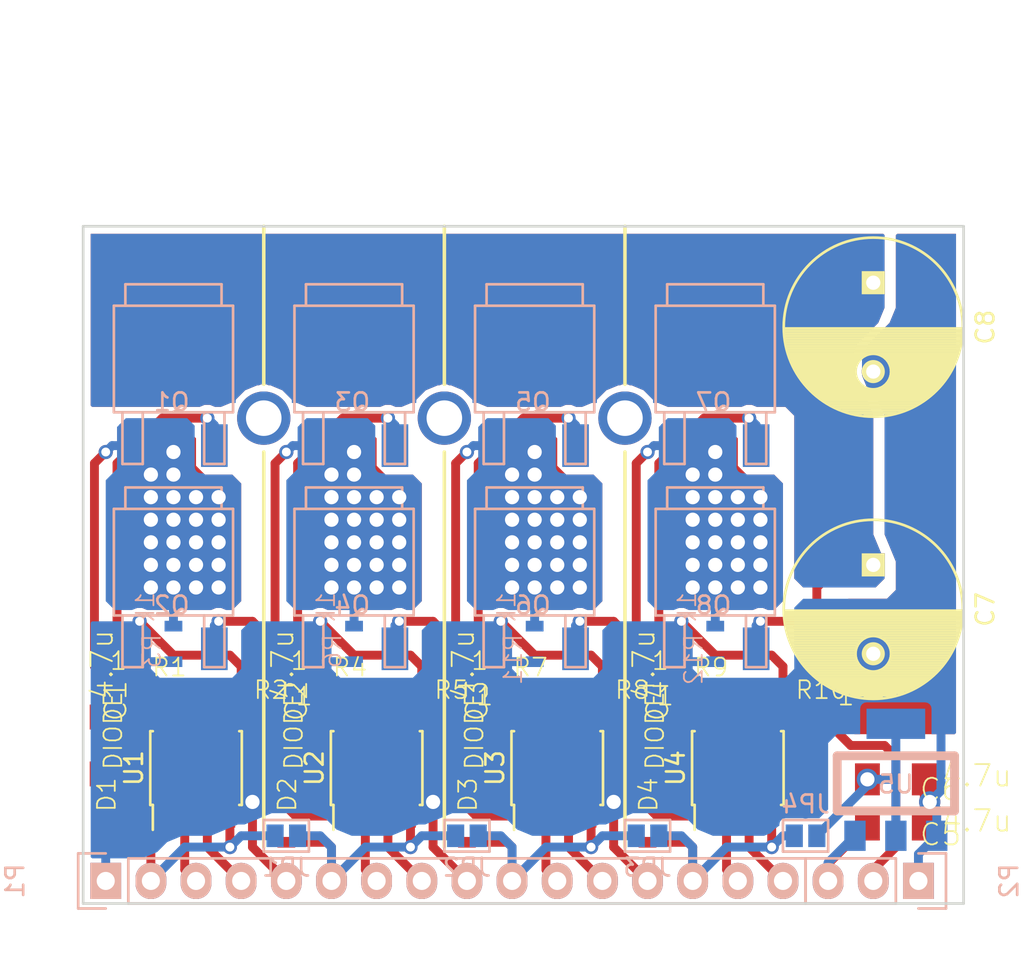
<source format=kicad_pcb>
(kicad_pcb (version 4) (host pcbnew 4.0.7)

  (general
    (links 95)
    (no_connects 0)
    (area 3.734999 2.464999 53.415001 40.715001)
    (thickness 1.6)
    (drawings 12)
    (tracks 490)
    (zones 0)
    (modules 43)
    (nets 41)
  )

  (page A4)
  (layers
    (0 F.Cu signal)
    (31 B.Cu signal)
    (32 B.Adhes user)
    (33 F.Adhes user)
    (34 B.Paste user)
    (35 F.Paste user)
    (36 B.SilkS user)
    (37 F.SilkS user)
    (38 B.Mask user)
    (39 F.Mask user)
    (40 Dwgs.User user)
    (41 Cmts.User user)
    (42 Eco1.User user)
    (43 Eco2.User user)
    (44 Edge.Cuts user)
    (45 Margin user)
    (46 B.CrtYd user)
    (47 F.CrtYd user)
    (48 B.Fab user)
    (49 F.Fab user)
  )

  (setup
    (last_trace_width 0.5)
    (user_trace_width 0.5)
    (user_trace_width 1)
    (trace_clearance 0.2)
    (zone_clearance 0.35)
    (zone_45_only no)
    (trace_min 0.2)
    (segment_width 0.2)
    (edge_width 0.15)
    (via_size 0.6)
    (via_drill 0.4)
    (via_min_size 0.4)
    (via_min_drill 0.3)
    (user_via 0.8 0.5)
    (user_via 1.2 0.8)
    (user_via 3 2)
    (uvia_size 0.3)
    (uvia_drill 0.1)
    (uvias_allowed no)
    (uvia_min_size 0.2)
    (uvia_min_drill 0.1)
    (pcb_text_width 0.3)
    (pcb_text_size 1.5 1.5)
    (mod_edge_width 0.15)
    (mod_text_size 1 1)
    (mod_text_width 0.15)
    (pad_size 1.524 1.524)
    (pad_drill 0.762)
    (pad_to_mask_clearance 0.2)
    (aux_axis_origin 0 0)
    (visible_elements 7FFFFFFF)
    (pcbplotparams
      (layerselection 0x00030_80000001)
      (usegerberextensions false)
      (excludeedgelayer true)
      (linewidth 0.100000)
      (plotframeref false)
      (viasonmask false)
      (mode 1)
      (useauxorigin false)
      (hpglpennumber 1)
      (hpglpenspeed 20)
      (hpglpendiameter 15)
      (hpglpenoverlay 2)
      (psnegative false)
      (psa4output false)
      (plotreference true)
      (plotvalue true)
      (plotinvisibletext false)
      (padsonsilk false)
      (subtractmaskfromsilk false)
      (outputformat 1)
      (mirror false)
      (drillshape 1)
      (scaleselection 1)
      (outputdirectory ""))
  )

  (net 0 "")
  (net 1 /OUT_0)
  (net 2 "Net-(C1-Pad2)")
  (net 3 /OUT_1)
  (net 4 "Net-(C2-Pad2)")
  (net 5 "Net-(Q1-PadG)")
  (net 6 "Net-(R1-Pad2)")
  (net 7 "Net-(Q2-PadG)")
  (net 8 "Net-(R2-Pad2)")
  (net 9 "Net-(Q3-PadG)")
  (net 10 "Net-(R4-Pad2)")
  (net 11 "Net-(Q4-PadG)")
  (net 12 "Net-(R5-Pad2)")
  (net 13 /PWM_0)
  (net 14 /EN_0)
  (net 15 /PWM_1)
  (net 16 /EN_1)
  (net 17 +BATT)
  (net 18 /OUT_2)
  (net 19 "Net-(C3-Pad2)")
  (net 20 /OUT_3)
  (net 21 "Net-(C4-Pad2)")
  (net 22 /BST_0)
  (net 23 /BST_1)
  (net 24 /BST_2)
  (net 25 /BST_3)
  (net 26 GND)
  (net 27 /PWM_2)
  (net 28 /EN_2)
  (net 29 /PWM_3)
  (net 30 /EN_3)
  (net 31 "Net-(Q5-PadG)")
  (net 32 "Net-(Q6-PadG)")
  (net 33 "Net-(Q7-PadG)")
  (net 34 "Net-(Q8-PadG)")
  (net 35 "Net-(R7-Pad2)")
  (net 36 "Net-(R8-Pad2)")
  (net 37 "Net-(R9-Pad2)")
  (net 38 "Net-(R10-Pad2)")
  (net 39 +12V)
  (net 40 /regBatt)

  (net_class Default "これは標準のネット クラスです。"
    (clearance 0.2)
    (trace_width 0.25)
    (via_dia 0.6)
    (via_drill 0.4)
    (uvia_dia 0.3)
    (uvia_drill 0.1)
    (add_net +12V)
    (add_net +BATT)
    (add_net /BST_0)
    (add_net /BST_1)
    (add_net /BST_2)
    (add_net /BST_3)
    (add_net /EN_0)
    (add_net /EN_1)
    (add_net /EN_2)
    (add_net /EN_3)
    (add_net /OUT_0)
    (add_net /OUT_1)
    (add_net /OUT_2)
    (add_net /OUT_3)
    (add_net /PWM_0)
    (add_net /PWM_1)
    (add_net /PWM_2)
    (add_net /PWM_3)
    (add_net /regBatt)
    (add_net GND)
    (add_net "Net-(C1-Pad2)")
    (add_net "Net-(C2-Pad2)")
    (add_net "Net-(C3-Pad2)")
    (add_net "Net-(C4-Pad2)")
    (add_net "Net-(Q1-PadG)")
    (add_net "Net-(Q2-PadG)")
    (add_net "Net-(Q3-PadG)")
    (add_net "Net-(Q4-PadG)")
    (add_net "Net-(Q5-PadG)")
    (add_net "Net-(Q6-PadG)")
    (add_net "Net-(Q7-PadG)")
    (add_net "Net-(Q8-PadG)")
    (add_net "Net-(R1-Pad2)")
    (add_net "Net-(R10-Pad2)")
    (add_net "Net-(R2-Pad2)")
    (add_net "Net-(R4-Pad2)")
    (add_net "Net-(R5-Pad2)")
    (add_net "Net-(R7-Pad2)")
    (add_net "Net-(R8-Pad2)")
    (add_net "Net-(R9-Pad2)")
  )

  (module RP_KiCAD_Libs:C3216_S (layer F.Cu) (tedit 59C0787B) (tstamp 5A6EE4F7)
    (at 5.08 31.75 270)
    (descr <b>CAPACITOR</b>)
    (path /5A6EE96D)
    (fp_text reference C1 (at -1.27 -1.27 270) (layer F.SilkS)
      (effects (font (size 1.2065 1.2065) (thickness 0.1016)) (justify left bottom))
    )
    (fp_text value 4.7u (at -2.5 -0.5 270) (layer F.SilkS)
      (effects (font (size 1.2065 1.2065) (thickness 0.1016)) (justify left bottom))
    )
    (fp_line (start -0.965 -0.787) (end 0.965 -0.787) (layer Dwgs.User) (width 0.1016))
    (fp_line (start -0.965 0.787) (end 0.965 0.787) (layer Dwgs.User) (width 0.1016))
    (fp_poly (pts (xy -1.7018 0.8509) (xy -0.9517 0.8509) (xy -0.9517 -0.8491) (xy -1.7018 -0.8491)) (layer Dwgs.User) (width 0))
    (fp_poly (pts (xy 0.9517 0.8491) (xy 1.7018 0.8491) (xy 1.7018 -0.8509) (xy 0.9517 -0.8509)) (layer Dwgs.User) (width 0))
    (fp_poly (pts (xy -0.3 0.5001) (xy 0.3 0.5001) (xy 0.3 -0.5001) (xy -0.3 -0.5001)) (layer F.Adhes) (width 0))
    (pad 1 smd rect (at -1.6 0 270) (size 1.4 1.8) (layers F.Cu F.Paste F.Mask)
      (net 1 /OUT_0))
    (pad 2 smd rect (at 1.6 0 270) (size 1.4 1.8) (layers F.Cu F.Paste F.Mask)
      (net 2 "Net-(C1-Pad2)"))
    (model Resistors_SMD.3dshapes/R_1206.wrl
      (at (xyz 0 0 0))
      (scale (xyz 1 1 1))
      (rotate (xyz 0 0 0))
    )
  )

  (module RP_KiCAD_Libs:C3216_S (layer F.Cu) (tedit 59C0787B) (tstamp 5A6EE4FD)
    (at 15.24 31.75 270)
    (descr <b>CAPACITOR</b>)
    (path /5A6EEBC9)
    (fp_text reference C2 (at -1.27 -1.27 270) (layer F.SilkS)
      (effects (font (size 1.2065 1.2065) (thickness 0.1016)) (justify left bottom))
    )
    (fp_text value 4.7u (at -2.5 -0.5 270) (layer F.SilkS)
      (effects (font (size 1.2065 1.2065) (thickness 0.1016)) (justify left bottom))
    )
    (fp_line (start -0.965 -0.787) (end 0.965 -0.787) (layer Dwgs.User) (width 0.1016))
    (fp_line (start -0.965 0.787) (end 0.965 0.787) (layer Dwgs.User) (width 0.1016))
    (fp_poly (pts (xy -1.7018 0.8509) (xy -0.9517 0.8509) (xy -0.9517 -0.8491) (xy -1.7018 -0.8491)) (layer Dwgs.User) (width 0))
    (fp_poly (pts (xy 0.9517 0.8491) (xy 1.7018 0.8491) (xy 1.7018 -0.8509) (xy 0.9517 -0.8509)) (layer Dwgs.User) (width 0))
    (fp_poly (pts (xy -0.3 0.5001) (xy 0.3 0.5001) (xy 0.3 -0.5001) (xy -0.3 -0.5001)) (layer F.Adhes) (width 0))
    (pad 1 smd rect (at -1.6 0 270) (size 1.4 1.8) (layers F.Cu F.Paste F.Mask)
      (net 3 /OUT_1))
    (pad 2 smd rect (at 1.6 0 270) (size 1.4 1.8) (layers F.Cu F.Paste F.Mask)
      (net 4 "Net-(C2-Pad2)"))
    (model Resistors_SMD.3dshapes/R_1206.wrl
      (at (xyz 0 0 0))
      (scale (xyz 1 1 1))
      (rotate (xyz 0 0 0))
    )
  )

  (module RP_KiCAD_Libs:C1608_WP_S (layer F.Cu) (tedit 5A30FC30) (tstamp 5A6EE503)
    (at 5.08 36.195 270)
    (descr <b>CAPACITOR</b>)
    (path /5A6EE703)
    (fp_text reference D1 (at -0.635 -0.635 270) (layer F.SilkS)
      (effects (font (size 1 1) (thickness 0.1)) (justify left bottom))
    )
    (fp_text value DIODE (at -3 -1 270) (layer F.SilkS)
      (effects (font (size 1 1) (thickness 0.1)) (justify left bottom))
    )
    (fp_line (start -0.356 -0.432) (end 0.356 -0.432) (layer Dwgs.User) (width 0.1016))
    (fp_line (start -0.356 0.419) (end 0.356 0.419) (layer Dwgs.User) (width 0.1016))
    (fp_poly (pts (xy -0.8382 0.4699) (xy -0.3381 0.4699) (xy -0.3381 -0.4801) (xy -0.8382 -0.4801)) (layer Dwgs.User) (width 0))
    (fp_poly (pts (xy 0.3302 0.4699) (xy 0.8303 0.4699) (xy 0.8303 -0.4801) (xy 0.3302 -0.4801)) (layer Dwgs.User) (width 0))
    (fp_poly (pts (xy -0.1999 0.3) (xy 0.1999 0.3) (xy 0.1999 -0.3) (xy -0.1999 -0.3)) (layer F.Adhes) (width 0))
    (pad 1 smd rect (at -1 0 270) (size 0.6 1) (layers F.Cu F.Paste F.Mask)
      (net 2 "Net-(C1-Pad2)"))
    (pad 2 smd rect (at 1 0 270) (size 0.6 1) (layers F.Cu F.Paste F.Mask)
      (net 22 /BST_0))
    (model Resistors_SMD.3dshapes/R_0603.wrl
      (at (xyz 0 0 0))
      (scale (xyz 1 1 1))
      (rotate (xyz 0 0 0))
    )
  )

  (module RP_KiCAD_Libs:C1608_WP_S (layer F.Cu) (tedit 5A30FC30) (tstamp 5A6EE509)
    (at 15.24 36.195 270)
    (descr <b>CAPACITOR</b>)
    (path /5A6EEBE3)
    (fp_text reference D2 (at -0.635 -0.635 270) (layer F.SilkS)
      (effects (font (size 1 1) (thickness 0.1)) (justify left bottom))
    )
    (fp_text value DIODE (at -3 -1 270) (layer F.SilkS)
      (effects (font (size 1 1) (thickness 0.1)) (justify left bottom))
    )
    (fp_line (start -0.356 -0.432) (end 0.356 -0.432) (layer Dwgs.User) (width 0.1016))
    (fp_line (start -0.356 0.419) (end 0.356 0.419) (layer Dwgs.User) (width 0.1016))
    (fp_poly (pts (xy -0.8382 0.4699) (xy -0.3381 0.4699) (xy -0.3381 -0.4801) (xy -0.8382 -0.4801)) (layer Dwgs.User) (width 0))
    (fp_poly (pts (xy 0.3302 0.4699) (xy 0.8303 0.4699) (xy 0.8303 -0.4801) (xy 0.3302 -0.4801)) (layer Dwgs.User) (width 0))
    (fp_poly (pts (xy -0.1999 0.3) (xy 0.1999 0.3) (xy 0.1999 -0.3) (xy -0.1999 -0.3)) (layer F.Adhes) (width 0))
    (pad 1 smd rect (at -1 0 270) (size 0.6 1) (layers F.Cu F.Paste F.Mask)
      (net 4 "Net-(C2-Pad2)"))
    (pad 2 smd rect (at 1 0 270) (size 0.6 1) (layers F.Cu F.Paste F.Mask)
      (net 23 /BST_1))
    (model Resistors_SMD.3dshapes/R_0603.wrl
      (at (xyz 0 0 0))
      (scale (xyz 1 1 1))
      (rotate (xyz 0 0 0))
    )
  )

  (module RP_KiCAD_Libs:C1608_WP_S (layer F.Cu) (tedit 5A30FC30) (tstamp 5A6EE52B)
    (at 8.255 28.575)
    (descr <b>CAPACITOR</b>)
    (path /5A6EE406)
    (fp_text reference R1 (at -0.635 -0.635) (layer F.SilkS)
      (effects (font (size 1 1) (thickness 0.1)) (justify left bottom))
    )
    (fp_text value 1 (at -3 -1) (layer F.SilkS)
      (effects (font (size 1 1) (thickness 0.1)) (justify left bottom))
    )
    (fp_line (start -0.356 -0.432) (end 0.356 -0.432) (layer Dwgs.User) (width 0.1016))
    (fp_line (start -0.356 0.419) (end 0.356 0.419) (layer Dwgs.User) (width 0.1016))
    (fp_poly (pts (xy -0.8382 0.4699) (xy -0.3381 0.4699) (xy -0.3381 -0.4801) (xy -0.8382 -0.4801)) (layer Dwgs.User) (width 0))
    (fp_poly (pts (xy 0.3302 0.4699) (xy 0.8303 0.4699) (xy 0.8303 -0.4801) (xy 0.3302 -0.4801)) (layer Dwgs.User) (width 0))
    (fp_poly (pts (xy -0.1999 0.3) (xy 0.1999 0.3) (xy 0.1999 -0.3) (xy -0.1999 -0.3)) (layer F.Adhes) (width 0))
    (pad 1 smd rect (at -1 0) (size 0.6 1) (layers F.Cu F.Paste F.Mask)
      (net 5 "Net-(Q1-PadG)"))
    (pad 2 smd rect (at 1 0) (size 0.6 1) (layers F.Cu F.Paste F.Mask)
      (net 6 "Net-(R1-Pad2)"))
    (model Resistors_SMD.3dshapes/R_0603.wrl
      (at (xyz 0 0 0))
      (scale (xyz 1 1 1))
      (rotate (xyz 0 0 0))
    )
  )

  (module RP_KiCAD_Libs:C1608_WP_S (layer F.Cu) (tedit 5A30FC30) (tstamp 5A6EE531)
    (at 12.7 28.575 180)
    (descr <b>CAPACITOR</b>)
    (path /5A6EE517)
    (fp_text reference R2 (at -0.635 -0.635 180) (layer F.SilkS)
      (effects (font (size 1 1) (thickness 0.1)) (justify left bottom))
    )
    (fp_text value 1 (at -3 -1 180) (layer F.SilkS)
      (effects (font (size 1 1) (thickness 0.1)) (justify left bottom))
    )
    (fp_line (start -0.356 -0.432) (end 0.356 -0.432) (layer Dwgs.User) (width 0.1016))
    (fp_line (start -0.356 0.419) (end 0.356 0.419) (layer Dwgs.User) (width 0.1016))
    (fp_poly (pts (xy -0.8382 0.4699) (xy -0.3381 0.4699) (xy -0.3381 -0.4801) (xy -0.8382 -0.4801)) (layer Dwgs.User) (width 0))
    (fp_poly (pts (xy 0.3302 0.4699) (xy 0.8303 0.4699) (xy 0.8303 -0.4801) (xy 0.3302 -0.4801)) (layer Dwgs.User) (width 0))
    (fp_poly (pts (xy -0.1999 0.3) (xy 0.1999 0.3) (xy 0.1999 -0.3) (xy -0.1999 -0.3)) (layer F.Adhes) (width 0))
    (pad 1 smd rect (at -1 0 180) (size 0.6 1) (layers F.Cu F.Paste F.Mask)
      (net 7 "Net-(Q2-PadG)"))
    (pad 2 smd rect (at 1 0 180) (size 0.6 1) (layers F.Cu F.Paste F.Mask)
      (net 8 "Net-(R2-Pad2)"))
    (model Resistors_SMD.3dshapes/R_0603.wrl
      (at (xyz 0 0 0))
      (scale (xyz 1 1 1))
      (rotate (xyz 0 0 0))
    )
  )

  (module RP_KiCAD_Libs:C1608_WP_S (layer B.Cu) (tedit 5A30FC30) (tstamp 5A6EE537)
    (at 8.89 26.035 270)
    (descr <b>CAPACITOR</b>)
    (path /5A6EE539)
    (fp_text reference R3 (at -0.635 0.635 270) (layer B.SilkS)
      (effects (font (size 1 1) (thickness 0.1)) (justify left bottom mirror))
    )
    (fp_text value 1k (at -3 1 270) (layer B.SilkS)
      (effects (font (size 1 1) (thickness 0.1)) (justify left bottom mirror))
    )
    (fp_line (start -0.356 0.432) (end 0.356 0.432) (layer Dwgs.User) (width 0.1016))
    (fp_line (start -0.356 -0.419) (end 0.356 -0.419) (layer Dwgs.User) (width 0.1016))
    (fp_poly (pts (xy -0.8382 -0.4699) (xy -0.3381 -0.4699) (xy -0.3381 0.4801) (xy -0.8382 0.4801)) (layer Dwgs.User) (width 0))
    (fp_poly (pts (xy 0.3302 -0.4699) (xy 0.8303 -0.4699) (xy 0.8303 0.4801) (xy 0.3302 0.4801)) (layer Dwgs.User) (width 0))
    (fp_poly (pts (xy -0.1999 -0.3) (xy 0.1999 -0.3) (xy 0.1999 0.3) (xy -0.1999 0.3)) (layer B.Adhes) (width 0))
    (pad 1 smd rect (at -1 0 270) (size 0.6 1) (layers B.Cu B.Paste B.Mask)
      (net 1 /OUT_0))
    (pad 2 smd rect (at 1 0 270) (size 0.6 1) (layers B.Cu B.Paste B.Mask)
      (net 26 GND))
    (model Resistors_SMD.3dshapes/R_0603.wrl
      (at (xyz 0 0 0))
      (scale (xyz 1 1 1))
      (rotate (xyz 0 0 0))
    )
  )

  (module RP_KiCAD_Libs:C1608_WP_S (layer F.Cu) (tedit 5A30FC30) (tstamp 5A6EE53D)
    (at 18.415 28.575)
    (descr <b>CAPACITOR</b>)
    (path /5A6EEC12)
    (fp_text reference R4 (at -0.635 -0.635) (layer F.SilkS)
      (effects (font (size 1 1) (thickness 0.1)) (justify left bottom))
    )
    (fp_text value 1 (at -3 -1) (layer F.SilkS)
      (effects (font (size 1 1) (thickness 0.1)) (justify left bottom))
    )
    (fp_line (start -0.356 -0.432) (end 0.356 -0.432) (layer Dwgs.User) (width 0.1016))
    (fp_line (start -0.356 0.419) (end 0.356 0.419) (layer Dwgs.User) (width 0.1016))
    (fp_poly (pts (xy -0.8382 0.4699) (xy -0.3381 0.4699) (xy -0.3381 -0.4801) (xy -0.8382 -0.4801)) (layer Dwgs.User) (width 0))
    (fp_poly (pts (xy 0.3302 0.4699) (xy 0.8303 0.4699) (xy 0.8303 -0.4801) (xy 0.3302 -0.4801)) (layer Dwgs.User) (width 0))
    (fp_poly (pts (xy -0.1999 0.3) (xy 0.1999 0.3) (xy 0.1999 -0.3) (xy -0.1999 -0.3)) (layer F.Adhes) (width 0))
    (pad 1 smd rect (at -1 0) (size 0.6 1) (layers F.Cu F.Paste F.Mask)
      (net 9 "Net-(Q3-PadG)"))
    (pad 2 smd rect (at 1 0) (size 0.6 1) (layers F.Cu F.Paste F.Mask)
      (net 10 "Net-(R4-Pad2)"))
    (model Resistors_SMD.3dshapes/R_0603.wrl
      (at (xyz 0 0 0))
      (scale (xyz 1 1 1))
      (rotate (xyz 0 0 0))
    )
  )

  (module RP_KiCAD_Libs:C1608_WP_S (layer F.Cu) (tedit 5A30FC30) (tstamp 5A6EE543)
    (at 22.86 28.575 180)
    (descr <b>CAPACITOR</b>)
    (path /5A6EEC06)
    (fp_text reference R5 (at -0.635 -0.635 180) (layer F.SilkS)
      (effects (font (size 1 1) (thickness 0.1)) (justify left bottom))
    )
    (fp_text value 1 (at -3 -1 180) (layer F.SilkS)
      (effects (font (size 1 1) (thickness 0.1)) (justify left bottom))
    )
    (fp_line (start -0.356 -0.432) (end 0.356 -0.432) (layer Dwgs.User) (width 0.1016))
    (fp_line (start -0.356 0.419) (end 0.356 0.419) (layer Dwgs.User) (width 0.1016))
    (fp_poly (pts (xy -0.8382 0.4699) (xy -0.3381 0.4699) (xy -0.3381 -0.4801) (xy -0.8382 -0.4801)) (layer Dwgs.User) (width 0))
    (fp_poly (pts (xy 0.3302 0.4699) (xy 0.8303 0.4699) (xy 0.8303 -0.4801) (xy 0.3302 -0.4801)) (layer Dwgs.User) (width 0))
    (fp_poly (pts (xy -0.1999 0.3) (xy 0.1999 0.3) (xy 0.1999 -0.3) (xy -0.1999 -0.3)) (layer F.Adhes) (width 0))
    (pad 1 smd rect (at -1 0 180) (size 0.6 1) (layers F.Cu F.Paste F.Mask)
      (net 11 "Net-(Q4-PadG)"))
    (pad 2 smd rect (at 1 0 180) (size 0.6 1) (layers F.Cu F.Paste F.Mask)
      (net 12 "Net-(R5-Pad2)"))
    (model Resistors_SMD.3dshapes/R_0603.wrl
      (at (xyz 0 0 0))
      (scale (xyz 1 1 1))
      (rotate (xyz 0 0 0))
    )
  )

  (module RP_KiCAD_Libs:C1608_WP_S (layer B.Cu) (tedit 5A30FC30) (tstamp 5A6EE549)
    (at 19.05 26.035 270)
    (descr <b>CAPACITOR</b>)
    (path /5A6EEBFA)
    (fp_text reference R6 (at -0.635 0.635 270) (layer B.SilkS)
      (effects (font (size 1 1) (thickness 0.1)) (justify left bottom mirror))
    )
    (fp_text value 1k (at -3 1 270) (layer B.SilkS)
      (effects (font (size 1 1) (thickness 0.1)) (justify left bottom mirror))
    )
    (fp_line (start -0.356 0.432) (end 0.356 0.432) (layer Dwgs.User) (width 0.1016))
    (fp_line (start -0.356 -0.419) (end 0.356 -0.419) (layer Dwgs.User) (width 0.1016))
    (fp_poly (pts (xy -0.8382 -0.4699) (xy -0.3381 -0.4699) (xy -0.3381 0.4801) (xy -0.8382 0.4801)) (layer Dwgs.User) (width 0))
    (fp_poly (pts (xy 0.3302 -0.4699) (xy 0.8303 -0.4699) (xy 0.8303 0.4801) (xy 0.3302 0.4801)) (layer Dwgs.User) (width 0))
    (fp_poly (pts (xy -0.1999 -0.3) (xy 0.1999 -0.3) (xy 0.1999 0.3) (xy -0.1999 0.3)) (layer B.Adhes) (width 0))
    (pad 1 smd rect (at -1 0 270) (size 0.6 1) (layers B.Cu B.Paste B.Mask)
      (net 3 /OUT_1))
    (pad 2 smd rect (at 1 0 270) (size 0.6 1) (layers B.Cu B.Paste B.Mask)
      (net 26 GND))
    (model Resistors_SMD.3dshapes/R_0603.wrl
      (at (xyz 0 0 0))
      (scale (xyz 1 1 1))
      (rotate (xyz 0 0 0))
    )
  )

  (module Housings_SOIC:SOIC-8_3.9x4.9mm_Pitch1.27mm_S (layer F.Cu) (tedit 59C078CC) (tstamp 5A6EE555)
    (at 10.16 33.02 90)
    (descr "8-Lead Plastic Small Outline (SN) - Narrow, 3.90 mm Body [SOIC] (see Microchip Packaging Specification 00000049BS.pdf)")
    (tags "SOIC 1.27")
    (path /5A6EE3C1)
    (attr smd)
    (fp_text reference U1 (at 0 -3.5 90) (layer F.SilkS)
      (effects (font (size 1 1) (thickness 0.15)))
    )
    (fp_text value NCP5359 (at 0 3.5 90) (layer F.Fab)
      (effects (font (size 1 1) (thickness 0.15)))
    )
    (fp_line (start -3.75 -2.75) (end -3.75 2.75) (layer F.CrtYd) (width 0.05))
    (fp_line (start 3.75 -2.75) (end 3.75 2.75) (layer F.CrtYd) (width 0.05))
    (fp_line (start -3.75 -2.75) (end 3.75 -2.75) (layer F.CrtYd) (width 0.05))
    (fp_line (start -3.75 2.75) (end 3.75 2.75) (layer F.CrtYd) (width 0.05))
    (fp_line (start -2.075 -2.575) (end -2.075 -2.43) (layer F.SilkS) (width 0.15))
    (fp_line (start 2.075 -2.575) (end 2.075 -2.43) (layer F.SilkS) (width 0.15))
    (fp_line (start 2.075 2.575) (end 2.075 2.43) (layer F.SilkS) (width 0.15))
    (fp_line (start -2.075 2.575) (end -2.075 2.43) (layer F.SilkS) (width 0.15))
    (fp_line (start -2.075 -2.575) (end 2.075 -2.575) (layer F.SilkS) (width 0.15))
    (fp_line (start -2.075 2.575) (end 2.075 2.575) (layer F.SilkS) (width 0.15))
    (fp_line (start -2.075 -2.43) (end -3.475 -2.43) (layer F.SilkS) (width 0.15))
    (pad 1 smd rect (at -2.7 -1.905 90) (size 1.3 0.6) (layers F.Cu F.Paste F.Mask)
      (net 2 "Net-(C1-Pad2)"))
    (pad 2 smd rect (at -2.7 -0.635 90) (size 1.3 0.6) (layers F.Cu F.Paste F.Mask)
      (net 13 /PWM_0))
    (pad 3 smd rect (at -2.7 0.635 90) (size 1.3 0.6) (layers F.Cu F.Paste F.Mask)
      (net 14 /EN_0))
    (pad 4 smd rect (at -2.7 1.905 90) (size 1.3 0.6) (layers F.Cu F.Paste F.Mask)
      (net 22 /BST_0))
    (pad 5 smd rect (at 2.7 1.905 90) (size 1.3 0.6) (layers F.Cu F.Paste F.Mask)
      (net 8 "Net-(R2-Pad2)"))
    (pad 6 smd rect (at 2.7 0.635 90) (size 1.3 0.6) (layers F.Cu F.Paste F.Mask)
      (net 26 GND))
    (pad 7 smd rect (at 2.7 -0.635 90) (size 1.3 0.6) (layers F.Cu F.Paste F.Mask)
      (net 1 /OUT_0))
    (pad 8 smd rect (at 2.7 -1.905 90) (size 1.3 0.6) (layers F.Cu F.Paste F.Mask)
      (net 6 "Net-(R1-Pad2)"))
    (model Housings_SOIC.3dshapes/SOIC-8_3.9x4.9mm_Pitch1.27mm.wrl
      (at (xyz 0 0 0))
      (scale (xyz 1 1 1))
      (rotate (xyz 0 0 0))
    )
  )

  (module Housings_SOIC:SOIC-8_3.9x4.9mm_Pitch1.27mm_S (layer F.Cu) (tedit 59C078CC) (tstamp 5A6EE561)
    (at 20.32 33.02 90)
    (descr "8-Lead Plastic Small Outline (SN) - Narrow, 3.90 mm Body [SOIC] (see Microchip Packaging Specification 00000049BS.pdf)")
    (tags "SOIC 1.27")
    (path /5A6EEC18)
    (attr smd)
    (fp_text reference U2 (at 0 -3.5 90) (layer F.SilkS)
      (effects (font (size 1 1) (thickness 0.15)))
    )
    (fp_text value NCP5359 (at 0 3.5 90) (layer F.Fab)
      (effects (font (size 1 1) (thickness 0.15)))
    )
    (fp_line (start -3.75 -2.75) (end -3.75 2.75) (layer F.CrtYd) (width 0.05))
    (fp_line (start 3.75 -2.75) (end 3.75 2.75) (layer F.CrtYd) (width 0.05))
    (fp_line (start -3.75 -2.75) (end 3.75 -2.75) (layer F.CrtYd) (width 0.05))
    (fp_line (start -3.75 2.75) (end 3.75 2.75) (layer F.CrtYd) (width 0.05))
    (fp_line (start -2.075 -2.575) (end -2.075 -2.43) (layer F.SilkS) (width 0.15))
    (fp_line (start 2.075 -2.575) (end 2.075 -2.43) (layer F.SilkS) (width 0.15))
    (fp_line (start 2.075 2.575) (end 2.075 2.43) (layer F.SilkS) (width 0.15))
    (fp_line (start -2.075 2.575) (end -2.075 2.43) (layer F.SilkS) (width 0.15))
    (fp_line (start -2.075 -2.575) (end 2.075 -2.575) (layer F.SilkS) (width 0.15))
    (fp_line (start -2.075 2.575) (end 2.075 2.575) (layer F.SilkS) (width 0.15))
    (fp_line (start -2.075 -2.43) (end -3.475 -2.43) (layer F.SilkS) (width 0.15))
    (pad 1 smd rect (at -2.7 -1.905 90) (size 1.3 0.6) (layers F.Cu F.Paste F.Mask)
      (net 4 "Net-(C2-Pad2)"))
    (pad 2 smd rect (at -2.7 -0.635 90) (size 1.3 0.6) (layers F.Cu F.Paste F.Mask)
      (net 15 /PWM_1))
    (pad 3 smd rect (at -2.7 0.635 90) (size 1.3 0.6) (layers F.Cu F.Paste F.Mask)
      (net 16 /EN_1))
    (pad 4 smd rect (at -2.7 1.905 90) (size 1.3 0.6) (layers F.Cu F.Paste F.Mask)
      (net 23 /BST_1))
    (pad 5 smd rect (at 2.7 1.905 90) (size 1.3 0.6) (layers F.Cu F.Paste F.Mask)
      (net 12 "Net-(R5-Pad2)"))
    (pad 6 smd rect (at 2.7 0.635 90) (size 1.3 0.6) (layers F.Cu F.Paste F.Mask)
      (net 26 GND))
    (pad 7 smd rect (at 2.7 -0.635 90) (size 1.3 0.6) (layers F.Cu F.Paste F.Mask)
      (net 3 /OUT_1))
    (pad 8 smd rect (at 2.7 -1.905 90) (size 1.3 0.6) (layers F.Cu F.Paste F.Mask)
      (net 10 "Net-(R4-Pad2)"))
    (model Housings_SOIC.3dshapes/SOIC-8_3.9x4.9mm_Pitch1.27mm.wrl
      (at (xyz 0 0 0))
      (scale (xyz 1 1 1))
      (rotate (xyz 0 0 0))
    )
  )

  (module TO_SOT_Packages_SMD:SOT-428_GDS_compact (layer B.Cu) (tedit 596071B0) (tstamp 5A6EE628)
    (at 8.89 11.43 180)
    (descr SOT428)
    (path /5A6EE44F)
    (attr smd)
    (fp_text reference Q1 (at 0.09906 -1.00076 180) (layer B.SilkS)
      (effects (font (size 1 1) (thickness 0.15)) (justify mirror))
    )
    (fp_text value MOSFET_N (at -0.09906 -0.89916 180) (layer B.Fab)
      (effects (font (size 1 1) (thickness 0.15)) (justify mirror))
    )
    (fp_line (start -2.7051 4.4323) (end -2.7051 5.6261) (layer B.SilkS) (width 0.15))
    (fp_line (start -2.7051 5.6261) (end 2.7051 5.6261) (layer B.SilkS) (width 0.15))
    (fp_line (start 2.7051 5.6261) (end 2.7051 4.4196) (layer B.SilkS) (width 0.15))
    (fp_line (start 1.7272 -1.5748) (end 1.7272 -4.4831) (layer B.SilkS) (width 0.15))
    (fp_line (start 2.8702 -4.4831) (end 2.8702 -1.5748) (layer B.SilkS) (width 0.15))
    (fp_line (start 1.7272 -4.4831) (end 2.8702 -4.4831) (layer B.SilkS) (width 0.15))
    (fp_line (start -2.8702 -4.4831) (end -1.7272 -4.4831) (layer B.SilkS) (width 0.15))
    (fp_line (start -1.7272 -4.4831) (end -1.7272 -1.5748) (layer B.SilkS) (width 0.15))
    (fp_line (start -2.8702 -1.5748) (end -2.8702 -4.4831) (layer B.SilkS) (width 0.15))
    (fp_line (start 3.3528 -1.5748) (end 3.3528 4.4196) (layer B.SilkS) (width 0.15))
    (fp_line (start 3.3528 4.4196) (end -3.3528 4.4196) (layer B.SilkS) (width 0.15))
    (fp_line (start -3.3528 4.4196) (end -3.3528 -1.5748) (layer B.SilkS) (width 0.15))
    (fp_line (start 3.3528 -1.5748) (end -3.3528 -1.5748) (layer B.SilkS) (width 0.15))
    (pad G smd rect (at -2.3 -3.45 180) (size 1.5 2.4) (layers B.Cu B.Paste B.Mask)
      (net 5 "Net-(Q1-PadG)"))
    (pad S smd rect (at 2.3 -3.45 180) (size 1.5 2.4) (layers B.Cu B.Paste B.Mask)
      (net 1 /OUT_0))
    (pad D smd rect (at 0 2.44932 180) (size 7.00024 7.00024) (layers B.Cu B.Paste B.Mask)
      (net 17 +BATT))
    (model TO_SOT_Packages_SMD.3dshapes/SOT-428.wrl
      (at (xyz 0 0 0))
      (scale (xyz 1 1 1))
      (rotate (xyz 0 0 0))
    )
  )

  (module TO_SOT_Packages_SMD:SOT-428_GDS_compact (layer B.Cu) (tedit 596071B0) (tstamp 5A6EE68F)
    (at 8.89 22.86 180)
    (descr SOT428)
    (path /5A6EE51D)
    (attr smd)
    (fp_text reference Q2 (at 0.09906 -1.00076 180) (layer B.SilkS)
      (effects (font (size 1 1) (thickness 0.15)) (justify mirror))
    )
    (fp_text value MOSFET_N (at -0.09906 -0.89916 180) (layer B.Fab)
      (effects (font (size 1 1) (thickness 0.15)) (justify mirror))
    )
    (fp_line (start -2.7051 4.4323) (end -2.7051 5.6261) (layer B.SilkS) (width 0.15))
    (fp_line (start -2.7051 5.6261) (end 2.7051 5.6261) (layer B.SilkS) (width 0.15))
    (fp_line (start 2.7051 5.6261) (end 2.7051 4.4196) (layer B.SilkS) (width 0.15))
    (fp_line (start 1.7272 -1.5748) (end 1.7272 -4.4831) (layer B.SilkS) (width 0.15))
    (fp_line (start 2.8702 -4.4831) (end 2.8702 -1.5748) (layer B.SilkS) (width 0.15))
    (fp_line (start 1.7272 -4.4831) (end 2.8702 -4.4831) (layer B.SilkS) (width 0.15))
    (fp_line (start -2.8702 -4.4831) (end -1.7272 -4.4831) (layer B.SilkS) (width 0.15))
    (fp_line (start -1.7272 -4.4831) (end -1.7272 -1.5748) (layer B.SilkS) (width 0.15))
    (fp_line (start -2.8702 -1.5748) (end -2.8702 -4.4831) (layer B.SilkS) (width 0.15))
    (fp_line (start 3.3528 -1.5748) (end 3.3528 4.4196) (layer B.SilkS) (width 0.15))
    (fp_line (start 3.3528 4.4196) (end -3.3528 4.4196) (layer B.SilkS) (width 0.15))
    (fp_line (start -3.3528 4.4196) (end -3.3528 -1.5748) (layer B.SilkS) (width 0.15))
    (fp_line (start 3.3528 -1.5748) (end -3.3528 -1.5748) (layer B.SilkS) (width 0.15))
    (pad G smd rect (at -2.3 -3.45 180) (size 1.5 2.4) (layers B.Cu B.Paste B.Mask)
      (net 7 "Net-(Q2-PadG)"))
    (pad S smd rect (at 2.3 -3.45 180) (size 1.5 2.4) (layers B.Cu B.Paste B.Mask)
      (net 26 GND))
    (pad D smd rect (at 0 2.44932 180) (size 7.00024 7.00024) (layers B.Cu B.Paste B.Mask)
      (net 1 /OUT_0))
    (model TO_SOT_Packages_SMD.3dshapes/SOT-428.wrl
      (at (xyz 0 0 0))
      (scale (xyz 1 1 1))
      (rotate (xyz 0 0 0))
    )
  )

  (module TO_SOT_Packages_SMD:SOT-428_GDS_compact (layer B.Cu) (tedit 596071B0) (tstamp 5A6EE695)
    (at 19.05 11.43 180)
    (descr SOT428)
    (path /5A6EEC0C)
    (attr smd)
    (fp_text reference Q3 (at 0.09906 -1.00076 180) (layer B.SilkS)
      (effects (font (size 1 1) (thickness 0.15)) (justify mirror))
    )
    (fp_text value MOSFET_N (at -0.09906 -0.89916 180) (layer B.Fab)
      (effects (font (size 1 1) (thickness 0.15)) (justify mirror))
    )
    (fp_line (start -2.7051 4.4323) (end -2.7051 5.6261) (layer B.SilkS) (width 0.15))
    (fp_line (start -2.7051 5.6261) (end 2.7051 5.6261) (layer B.SilkS) (width 0.15))
    (fp_line (start 2.7051 5.6261) (end 2.7051 4.4196) (layer B.SilkS) (width 0.15))
    (fp_line (start 1.7272 -1.5748) (end 1.7272 -4.4831) (layer B.SilkS) (width 0.15))
    (fp_line (start 2.8702 -4.4831) (end 2.8702 -1.5748) (layer B.SilkS) (width 0.15))
    (fp_line (start 1.7272 -4.4831) (end 2.8702 -4.4831) (layer B.SilkS) (width 0.15))
    (fp_line (start -2.8702 -4.4831) (end -1.7272 -4.4831) (layer B.SilkS) (width 0.15))
    (fp_line (start -1.7272 -4.4831) (end -1.7272 -1.5748) (layer B.SilkS) (width 0.15))
    (fp_line (start -2.8702 -1.5748) (end -2.8702 -4.4831) (layer B.SilkS) (width 0.15))
    (fp_line (start 3.3528 -1.5748) (end 3.3528 4.4196) (layer B.SilkS) (width 0.15))
    (fp_line (start 3.3528 4.4196) (end -3.3528 4.4196) (layer B.SilkS) (width 0.15))
    (fp_line (start -3.3528 4.4196) (end -3.3528 -1.5748) (layer B.SilkS) (width 0.15))
    (fp_line (start 3.3528 -1.5748) (end -3.3528 -1.5748) (layer B.SilkS) (width 0.15))
    (pad G smd rect (at -2.3 -3.45 180) (size 1.5 2.4) (layers B.Cu B.Paste B.Mask)
      (net 9 "Net-(Q3-PadG)"))
    (pad S smd rect (at 2.3 -3.45 180) (size 1.5 2.4) (layers B.Cu B.Paste B.Mask)
      (net 3 /OUT_1))
    (pad D smd rect (at 0 2.44932 180) (size 7.00024 7.00024) (layers B.Cu B.Paste B.Mask)
      (net 17 +BATT))
    (model TO_SOT_Packages_SMD.3dshapes/SOT-428.wrl
      (at (xyz 0 0 0))
      (scale (xyz 1 1 1))
      (rotate (xyz 0 0 0))
    )
  )

  (module TO_SOT_Packages_SMD:SOT-428_GDS_compact (layer B.Cu) (tedit 596071B0) (tstamp 5A6EE69B)
    (at 19.05 22.86 180)
    (descr SOT428)
    (path /5A6EEC00)
    (attr smd)
    (fp_text reference Q4 (at 0.09906 -1.00076 180) (layer B.SilkS)
      (effects (font (size 1 1) (thickness 0.15)) (justify mirror))
    )
    (fp_text value MOSFET_N (at -0.09906 -0.89916 180) (layer B.Fab)
      (effects (font (size 1 1) (thickness 0.15)) (justify mirror))
    )
    (fp_line (start -2.7051 4.4323) (end -2.7051 5.6261) (layer B.SilkS) (width 0.15))
    (fp_line (start -2.7051 5.6261) (end 2.7051 5.6261) (layer B.SilkS) (width 0.15))
    (fp_line (start 2.7051 5.6261) (end 2.7051 4.4196) (layer B.SilkS) (width 0.15))
    (fp_line (start 1.7272 -1.5748) (end 1.7272 -4.4831) (layer B.SilkS) (width 0.15))
    (fp_line (start 2.8702 -4.4831) (end 2.8702 -1.5748) (layer B.SilkS) (width 0.15))
    (fp_line (start 1.7272 -4.4831) (end 2.8702 -4.4831) (layer B.SilkS) (width 0.15))
    (fp_line (start -2.8702 -4.4831) (end -1.7272 -4.4831) (layer B.SilkS) (width 0.15))
    (fp_line (start -1.7272 -4.4831) (end -1.7272 -1.5748) (layer B.SilkS) (width 0.15))
    (fp_line (start -2.8702 -1.5748) (end -2.8702 -4.4831) (layer B.SilkS) (width 0.15))
    (fp_line (start 3.3528 -1.5748) (end 3.3528 4.4196) (layer B.SilkS) (width 0.15))
    (fp_line (start 3.3528 4.4196) (end -3.3528 4.4196) (layer B.SilkS) (width 0.15))
    (fp_line (start -3.3528 4.4196) (end -3.3528 -1.5748) (layer B.SilkS) (width 0.15))
    (fp_line (start 3.3528 -1.5748) (end -3.3528 -1.5748) (layer B.SilkS) (width 0.15))
    (pad G smd rect (at -2.3 -3.45 180) (size 1.5 2.4) (layers B.Cu B.Paste B.Mask)
      (net 11 "Net-(Q4-PadG)"))
    (pad S smd rect (at 2.3 -3.45 180) (size 1.5 2.4) (layers B.Cu B.Paste B.Mask)
      (net 26 GND))
    (pad D smd rect (at 0 2.44932 180) (size 7.00024 7.00024) (layers B.Cu B.Paste B.Mask)
      (net 3 /OUT_1))
    (model TO_SOT_Packages_SMD.3dshapes/SOT-428.wrl
      (at (xyz 0 0 0))
      (scale (xyz 1 1 1))
      (rotate (xyz 0 0 0))
    )
  )

  (module RP_KiCAD_Libs:C3216_S (layer F.Cu) (tedit 59C0787B) (tstamp 5A6EE794)
    (at 25.4 31.75 270)
    (descr <b>CAPACITOR</b>)
    (path /5A6F0435)
    (fp_text reference C3 (at -1.27 -1.27 270) (layer F.SilkS)
      (effects (font (size 1.2065 1.2065) (thickness 0.1016)) (justify left bottom))
    )
    (fp_text value 4.7u (at -2.5 -0.5 270) (layer F.SilkS)
      (effects (font (size 1.2065 1.2065) (thickness 0.1016)) (justify left bottom))
    )
    (fp_line (start -0.965 -0.787) (end 0.965 -0.787) (layer Dwgs.User) (width 0.1016))
    (fp_line (start -0.965 0.787) (end 0.965 0.787) (layer Dwgs.User) (width 0.1016))
    (fp_poly (pts (xy -1.7018 0.8509) (xy -0.9517 0.8509) (xy -0.9517 -0.8491) (xy -1.7018 -0.8491)) (layer Dwgs.User) (width 0))
    (fp_poly (pts (xy 0.9517 0.8491) (xy 1.7018 0.8491) (xy 1.7018 -0.8509) (xy 0.9517 -0.8509)) (layer Dwgs.User) (width 0))
    (fp_poly (pts (xy -0.3 0.5001) (xy 0.3 0.5001) (xy 0.3 -0.5001) (xy -0.3 -0.5001)) (layer F.Adhes) (width 0))
    (pad 1 smd rect (at -1.6 0 270) (size 1.4 1.8) (layers F.Cu F.Paste F.Mask)
      (net 18 /OUT_2))
    (pad 2 smd rect (at 1.6 0 270) (size 1.4 1.8) (layers F.Cu F.Paste F.Mask)
      (net 19 "Net-(C3-Pad2)"))
    (model Resistors_SMD.3dshapes/R_1206.wrl
      (at (xyz 0 0 0))
      (scale (xyz 1 1 1))
      (rotate (xyz 0 0 0))
    )
  )

  (module RP_KiCAD_Libs:C3216_S (layer F.Cu) (tedit 59C0787B) (tstamp 5A6EE79A)
    (at 35.56 31.75 270)
    (descr <b>CAPACITOR</b>)
    (path /5A6F048F)
    (fp_text reference C4 (at -1.27 -1.27 270) (layer F.SilkS)
      (effects (font (size 1.2065 1.2065) (thickness 0.1016)) (justify left bottom))
    )
    (fp_text value 4.7u (at -2.5 -0.5 270) (layer F.SilkS)
      (effects (font (size 1.2065 1.2065) (thickness 0.1016)) (justify left bottom))
    )
    (fp_line (start -0.965 -0.787) (end 0.965 -0.787) (layer Dwgs.User) (width 0.1016))
    (fp_line (start -0.965 0.787) (end 0.965 0.787) (layer Dwgs.User) (width 0.1016))
    (fp_poly (pts (xy -1.7018 0.8509) (xy -0.9517 0.8509) (xy -0.9517 -0.8491) (xy -1.7018 -0.8491)) (layer Dwgs.User) (width 0))
    (fp_poly (pts (xy 0.9517 0.8491) (xy 1.7018 0.8491) (xy 1.7018 -0.8509) (xy 0.9517 -0.8509)) (layer Dwgs.User) (width 0))
    (fp_poly (pts (xy -0.3 0.5001) (xy 0.3 0.5001) (xy 0.3 -0.5001) (xy -0.3 -0.5001)) (layer F.Adhes) (width 0))
    (pad 1 smd rect (at -1.6 0 270) (size 1.4 1.8) (layers F.Cu F.Paste F.Mask)
      (net 20 /OUT_3))
    (pad 2 smd rect (at 1.6 0 270) (size 1.4 1.8) (layers F.Cu F.Paste F.Mask)
      (net 21 "Net-(C4-Pad2)"))
    (model Resistors_SMD.3dshapes/R_1206.wrl
      (at (xyz 0 0 0))
      (scale (xyz 1 1 1))
      (rotate (xyz 0 0 0))
    )
  )

  (module RP_KiCAD_Libs:C1608_WP_S (layer F.Cu) (tedit 5A30FC30) (tstamp 5A6EE7A0)
    (at 25.4 36.195 270)
    (descr <b>CAPACITOR</b>)
    (path /5A6F044F)
    (fp_text reference D3 (at -0.635 -0.635 270) (layer F.SilkS)
      (effects (font (size 1 1) (thickness 0.1)) (justify left bottom))
    )
    (fp_text value DIODE (at -3 -1 270) (layer F.SilkS)
      (effects (font (size 1 1) (thickness 0.1)) (justify left bottom))
    )
    (fp_line (start -0.356 -0.432) (end 0.356 -0.432) (layer Dwgs.User) (width 0.1016))
    (fp_line (start -0.356 0.419) (end 0.356 0.419) (layer Dwgs.User) (width 0.1016))
    (fp_poly (pts (xy -0.8382 0.4699) (xy -0.3381 0.4699) (xy -0.3381 -0.4801) (xy -0.8382 -0.4801)) (layer Dwgs.User) (width 0))
    (fp_poly (pts (xy 0.3302 0.4699) (xy 0.8303 0.4699) (xy 0.8303 -0.4801) (xy 0.3302 -0.4801)) (layer Dwgs.User) (width 0))
    (fp_poly (pts (xy -0.1999 0.3) (xy 0.1999 0.3) (xy 0.1999 -0.3) (xy -0.1999 -0.3)) (layer F.Adhes) (width 0))
    (pad 1 smd rect (at -1 0 270) (size 0.6 1) (layers F.Cu F.Paste F.Mask)
      (net 19 "Net-(C3-Pad2)"))
    (pad 2 smd rect (at 1 0 270) (size 0.6 1) (layers F.Cu F.Paste F.Mask)
      (net 24 /BST_2))
    (model Resistors_SMD.3dshapes/R_0603.wrl
      (at (xyz 0 0 0))
      (scale (xyz 1 1 1))
      (rotate (xyz 0 0 0))
    )
  )

  (module RP_KiCAD_Libs:C1608_WP_S (layer F.Cu) (tedit 5A30FC30) (tstamp 5A6EE7A6)
    (at 35.56 36.195 270)
    (descr <b>CAPACITOR</b>)
    (path /5A6F04A9)
    (fp_text reference D4 (at -0.635 -0.635 270) (layer F.SilkS)
      (effects (font (size 1 1) (thickness 0.1)) (justify left bottom))
    )
    (fp_text value DIODE (at -3 -1 270) (layer F.SilkS)
      (effects (font (size 1 1) (thickness 0.1)) (justify left bottom))
    )
    (fp_line (start -0.356 -0.432) (end 0.356 -0.432) (layer Dwgs.User) (width 0.1016))
    (fp_line (start -0.356 0.419) (end 0.356 0.419) (layer Dwgs.User) (width 0.1016))
    (fp_poly (pts (xy -0.8382 0.4699) (xy -0.3381 0.4699) (xy -0.3381 -0.4801) (xy -0.8382 -0.4801)) (layer Dwgs.User) (width 0))
    (fp_poly (pts (xy 0.3302 0.4699) (xy 0.8303 0.4699) (xy 0.8303 -0.4801) (xy 0.3302 -0.4801)) (layer Dwgs.User) (width 0))
    (fp_poly (pts (xy -0.1999 0.3) (xy 0.1999 0.3) (xy 0.1999 -0.3) (xy -0.1999 -0.3)) (layer F.Adhes) (width 0))
    (pad 1 smd rect (at -1 0 270) (size 0.6 1) (layers F.Cu F.Paste F.Mask)
      (net 21 "Net-(C4-Pad2)"))
    (pad 2 smd rect (at 1 0 270) (size 0.6 1) (layers F.Cu F.Paste F.Mask)
      (net 25 /BST_3))
    (model Resistors_SMD.3dshapes/R_0603.wrl
      (at (xyz 0 0 0))
      (scale (xyz 1 1 1))
      (rotate (xyz 0 0 0))
    )
  )

  (module Pin_Headers:Pin_Header_Straight_1x16 (layer B.Cu) (tedit 0) (tstamp 5A6EE7BA)
    (at 5.08 39.37 270)
    (descr "Through hole pin header")
    (tags "pin header")
    (path /5A6EF2AC)
    (fp_text reference P1 (at 0 5.1 270) (layer B.SilkS)
      (effects (font (size 1 1) (thickness 0.15)) (justify mirror))
    )
    (fp_text value CONN_01X16 (at 0 3.1 270) (layer B.Fab)
      (effects (font (size 1 1) (thickness 0.15)) (justify mirror))
    )
    (fp_line (start -1.75 1.75) (end -1.75 -39.85) (layer B.CrtYd) (width 0.05))
    (fp_line (start 1.75 1.75) (end 1.75 -39.85) (layer B.CrtYd) (width 0.05))
    (fp_line (start -1.75 1.75) (end 1.75 1.75) (layer B.CrtYd) (width 0.05))
    (fp_line (start -1.75 -39.85) (end 1.75 -39.85) (layer B.CrtYd) (width 0.05))
    (fp_line (start -1.27 -1.27) (end -1.27 -39.37) (layer B.SilkS) (width 0.15))
    (fp_line (start -1.27 -39.37) (end 1.27 -39.37) (layer B.SilkS) (width 0.15))
    (fp_line (start 1.27 -39.37) (end 1.27 -1.27) (layer B.SilkS) (width 0.15))
    (fp_line (start 1.55 1.55) (end 1.55 0) (layer B.SilkS) (width 0.15))
    (fp_line (start 1.27 -1.27) (end -1.27 -1.27) (layer B.SilkS) (width 0.15))
    (fp_line (start -1.55 0) (end -1.55 1.55) (layer B.SilkS) (width 0.15))
    (fp_line (start -1.55 1.55) (end 1.55 1.55) (layer B.SilkS) (width 0.15))
    (pad 1 thru_hole rect (at 0 0 270) (size 2.032 1.7272) (drill 1.016) (layers *.Cu *.Mask B.SilkS)
      (net 26 GND))
    (pad 2 thru_hole oval (at 0 -2.54 270) (size 2.032 1.7272) (drill 1.016) (layers *.Cu *.Mask B.SilkS)
      (net 22 /BST_0))
    (pad 3 thru_hole oval (at 0 -5.08 270) (size 2.032 1.7272) (drill 1.016) (layers *.Cu *.Mask B.SilkS)
      (net 13 /PWM_0))
    (pad 4 thru_hole oval (at 0 -7.62 270) (size 2.032 1.7272) (drill 1.016) (layers *.Cu *.Mask B.SilkS)
      (net 14 /EN_0))
    (pad 5 thru_hole oval (at 0 -10.16 270) (size 2.032 1.7272) (drill 1.016) (layers *.Cu *.Mask B.SilkS)
      (net 26 GND))
    (pad 6 thru_hole oval (at 0 -12.7 270) (size 2.032 1.7272) (drill 1.016) (layers *.Cu *.Mask B.SilkS)
      (net 23 /BST_1))
    (pad 7 thru_hole oval (at 0 -15.24 270) (size 2.032 1.7272) (drill 1.016) (layers *.Cu *.Mask B.SilkS)
      (net 15 /PWM_1))
    (pad 8 thru_hole oval (at 0 -17.78 270) (size 2.032 1.7272) (drill 1.016) (layers *.Cu *.Mask B.SilkS)
      (net 16 /EN_1))
    (pad 9 thru_hole oval (at 0 -20.32 270) (size 2.032 1.7272) (drill 1.016) (layers *.Cu *.Mask B.SilkS)
      (net 26 GND))
    (pad 10 thru_hole oval (at 0 -22.86 270) (size 2.032 1.7272) (drill 1.016) (layers *.Cu *.Mask B.SilkS)
      (net 24 /BST_2))
    (pad 11 thru_hole oval (at 0 -25.4 270) (size 2.032 1.7272) (drill 1.016) (layers *.Cu *.Mask B.SilkS)
      (net 27 /PWM_2))
    (pad 12 thru_hole oval (at 0 -27.94 270) (size 2.032 1.7272) (drill 1.016) (layers *.Cu *.Mask B.SilkS)
      (net 28 /EN_2))
    (pad 13 thru_hole oval (at 0 -30.48 270) (size 2.032 1.7272) (drill 1.016) (layers *.Cu *.Mask B.SilkS)
      (net 26 GND))
    (pad 14 thru_hole oval (at 0 -33.02 270) (size 2.032 1.7272) (drill 1.016) (layers *.Cu *.Mask B.SilkS)
      (net 25 /BST_3))
    (pad 15 thru_hole oval (at 0 -35.56 270) (size 2.032 1.7272) (drill 1.016) (layers *.Cu *.Mask B.SilkS)
      (net 29 /PWM_3))
    (pad 16 thru_hole oval (at 0 -38.1 270) (size 2.032 1.7272) (drill 1.016) (layers *.Cu *.Mask B.SilkS)
      (net 30 /EN_3))
    (model Pin_Headers.3dshapes/Pin_Header_Straight_1x16.wrl
      (at (xyz 0 -0.75 0))
      (scale (xyz 1 1 1))
      (rotate (xyz 0 0 90))
    )
  )

  (module TO_SOT_Packages_SMD:SOT-428_GDS_compact (layer B.Cu) (tedit 596071B0) (tstamp 5A6EE7C1)
    (at 29.21 11.43 180)
    (descr SOT428)
    (path /5A6F0478)
    (attr smd)
    (fp_text reference Q5 (at 0.09906 -1.00076 180) (layer B.SilkS)
      (effects (font (size 1 1) (thickness 0.15)) (justify mirror))
    )
    (fp_text value MOSFET_N (at -0.09906 -0.89916 180) (layer B.Fab)
      (effects (font (size 1 1) (thickness 0.15)) (justify mirror))
    )
    (fp_line (start -2.7051 4.4323) (end -2.7051 5.6261) (layer B.SilkS) (width 0.15))
    (fp_line (start -2.7051 5.6261) (end 2.7051 5.6261) (layer B.SilkS) (width 0.15))
    (fp_line (start 2.7051 5.6261) (end 2.7051 4.4196) (layer B.SilkS) (width 0.15))
    (fp_line (start 1.7272 -1.5748) (end 1.7272 -4.4831) (layer B.SilkS) (width 0.15))
    (fp_line (start 2.8702 -4.4831) (end 2.8702 -1.5748) (layer B.SilkS) (width 0.15))
    (fp_line (start 1.7272 -4.4831) (end 2.8702 -4.4831) (layer B.SilkS) (width 0.15))
    (fp_line (start -2.8702 -4.4831) (end -1.7272 -4.4831) (layer B.SilkS) (width 0.15))
    (fp_line (start -1.7272 -4.4831) (end -1.7272 -1.5748) (layer B.SilkS) (width 0.15))
    (fp_line (start -2.8702 -1.5748) (end -2.8702 -4.4831) (layer B.SilkS) (width 0.15))
    (fp_line (start 3.3528 -1.5748) (end 3.3528 4.4196) (layer B.SilkS) (width 0.15))
    (fp_line (start 3.3528 4.4196) (end -3.3528 4.4196) (layer B.SilkS) (width 0.15))
    (fp_line (start -3.3528 4.4196) (end -3.3528 -1.5748) (layer B.SilkS) (width 0.15))
    (fp_line (start 3.3528 -1.5748) (end -3.3528 -1.5748) (layer B.SilkS) (width 0.15))
    (pad G smd rect (at -2.3 -3.45 180) (size 1.5 2.4) (layers B.Cu B.Paste B.Mask)
      (net 31 "Net-(Q5-PadG)"))
    (pad S smd rect (at 2.3 -3.45 180) (size 1.5 2.4) (layers B.Cu B.Paste B.Mask)
      (net 18 /OUT_2))
    (pad D smd rect (at 0 2.44932 180) (size 7.00024 7.00024) (layers B.Cu B.Paste B.Mask)
      (net 17 +BATT))
    (model TO_SOT_Packages_SMD.3dshapes/SOT-428.wrl
      (at (xyz 0 0 0))
      (scale (xyz 1 1 1))
      (rotate (xyz 0 0 0))
    )
  )

  (module TO_SOT_Packages_SMD:SOT-428_GDS_compact (layer B.Cu) (tedit 596071B0) (tstamp 5A6EE7C8)
    (at 29.21 22.86 180)
    (descr SOT428)
    (path /5A6F046C)
    (attr smd)
    (fp_text reference Q6 (at 0.09906 -1.00076 180) (layer B.SilkS)
      (effects (font (size 1 1) (thickness 0.15)) (justify mirror))
    )
    (fp_text value MOSFET_N (at -0.09906 -0.89916 180) (layer B.Fab)
      (effects (font (size 1 1) (thickness 0.15)) (justify mirror))
    )
    (fp_line (start -2.7051 4.4323) (end -2.7051 5.6261) (layer B.SilkS) (width 0.15))
    (fp_line (start -2.7051 5.6261) (end 2.7051 5.6261) (layer B.SilkS) (width 0.15))
    (fp_line (start 2.7051 5.6261) (end 2.7051 4.4196) (layer B.SilkS) (width 0.15))
    (fp_line (start 1.7272 -1.5748) (end 1.7272 -4.4831) (layer B.SilkS) (width 0.15))
    (fp_line (start 2.8702 -4.4831) (end 2.8702 -1.5748) (layer B.SilkS) (width 0.15))
    (fp_line (start 1.7272 -4.4831) (end 2.8702 -4.4831) (layer B.SilkS) (width 0.15))
    (fp_line (start -2.8702 -4.4831) (end -1.7272 -4.4831) (layer B.SilkS) (width 0.15))
    (fp_line (start -1.7272 -4.4831) (end -1.7272 -1.5748) (layer B.SilkS) (width 0.15))
    (fp_line (start -2.8702 -1.5748) (end -2.8702 -4.4831) (layer B.SilkS) (width 0.15))
    (fp_line (start 3.3528 -1.5748) (end 3.3528 4.4196) (layer B.SilkS) (width 0.15))
    (fp_line (start 3.3528 4.4196) (end -3.3528 4.4196) (layer B.SilkS) (width 0.15))
    (fp_line (start -3.3528 4.4196) (end -3.3528 -1.5748) (layer B.SilkS) (width 0.15))
    (fp_line (start 3.3528 -1.5748) (end -3.3528 -1.5748) (layer B.SilkS) (width 0.15))
    (pad G smd rect (at -2.3 -3.45 180) (size 1.5 2.4) (layers B.Cu B.Paste B.Mask)
      (net 32 "Net-(Q6-PadG)"))
    (pad S smd rect (at 2.3 -3.45 180) (size 1.5 2.4) (layers B.Cu B.Paste B.Mask)
      (net 26 GND))
    (pad D smd rect (at 0 2.44932 180) (size 7.00024 7.00024) (layers B.Cu B.Paste B.Mask)
      (net 18 /OUT_2))
    (model TO_SOT_Packages_SMD.3dshapes/SOT-428.wrl
      (at (xyz 0 0 0))
      (scale (xyz 1 1 1))
      (rotate (xyz 0 0 0))
    )
  )

  (module TO_SOT_Packages_SMD:SOT-428_GDS_compact (layer B.Cu) (tedit 596071B0) (tstamp 5A6EE7CF)
    (at 39.37 11.43 180)
    (descr SOT428)
    (path /5A6F04D2)
    (attr smd)
    (fp_text reference Q7 (at 0.09906 -1.00076 180) (layer B.SilkS)
      (effects (font (size 1 1) (thickness 0.15)) (justify mirror))
    )
    (fp_text value MOSFET_N (at -0.09906 -0.89916 180) (layer B.Fab)
      (effects (font (size 1 1) (thickness 0.15)) (justify mirror))
    )
    (fp_line (start -2.7051 4.4323) (end -2.7051 5.6261) (layer B.SilkS) (width 0.15))
    (fp_line (start -2.7051 5.6261) (end 2.7051 5.6261) (layer B.SilkS) (width 0.15))
    (fp_line (start 2.7051 5.6261) (end 2.7051 4.4196) (layer B.SilkS) (width 0.15))
    (fp_line (start 1.7272 -1.5748) (end 1.7272 -4.4831) (layer B.SilkS) (width 0.15))
    (fp_line (start 2.8702 -4.4831) (end 2.8702 -1.5748) (layer B.SilkS) (width 0.15))
    (fp_line (start 1.7272 -4.4831) (end 2.8702 -4.4831) (layer B.SilkS) (width 0.15))
    (fp_line (start -2.8702 -4.4831) (end -1.7272 -4.4831) (layer B.SilkS) (width 0.15))
    (fp_line (start -1.7272 -4.4831) (end -1.7272 -1.5748) (layer B.SilkS) (width 0.15))
    (fp_line (start -2.8702 -1.5748) (end -2.8702 -4.4831) (layer B.SilkS) (width 0.15))
    (fp_line (start 3.3528 -1.5748) (end 3.3528 4.4196) (layer B.SilkS) (width 0.15))
    (fp_line (start 3.3528 4.4196) (end -3.3528 4.4196) (layer B.SilkS) (width 0.15))
    (fp_line (start -3.3528 4.4196) (end -3.3528 -1.5748) (layer B.SilkS) (width 0.15))
    (fp_line (start 3.3528 -1.5748) (end -3.3528 -1.5748) (layer B.SilkS) (width 0.15))
    (pad G smd rect (at -2.3 -3.45 180) (size 1.5 2.4) (layers B.Cu B.Paste B.Mask)
      (net 33 "Net-(Q7-PadG)"))
    (pad S smd rect (at 2.3 -3.45 180) (size 1.5 2.4) (layers B.Cu B.Paste B.Mask)
      (net 20 /OUT_3))
    (pad D smd rect (at 0 2.44932 180) (size 7.00024 7.00024) (layers B.Cu B.Paste B.Mask)
      (net 17 +BATT))
    (model TO_SOT_Packages_SMD.3dshapes/SOT-428.wrl
      (at (xyz 0 0 0))
      (scale (xyz 1 1 1))
      (rotate (xyz 0 0 0))
    )
  )

  (module TO_SOT_Packages_SMD:SOT-428_GDS_compact (layer B.Cu) (tedit 596071B0) (tstamp 5A6EE7D6)
    (at 39.37 22.86 180)
    (descr SOT428)
    (path /5A6F04C6)
    (attr smd)
    (fp_text reference Q8 (at 0.09906 -1.00076 180) (layer B.SilkS)
      (effects (font (size 1 1) (thickness 0.15)) (justify mirror))
    )
    (fp_text value MOSFET_N (at -0.09906 -0.89916 180) (layer B.Fab)
      (effects (font (size 1 1) (thickness 0.15)) (justify mirror))
    )
    (fp_line (start -2.7051 4.4323) (end -2.7051 5.6261) (layer B.SilkS) (width 0.15))
    (fp_line (start -2.7051 5.6261) (end 2.7051 5.6261) (layer B.SilkS) (width 0.15))
    (fp_line (start 2.7051 5.6261) (end 2.7051 4.4196) (layer B.SilkS) (width 0.15))
    (fp_line (start 1.7272 -1.5748) (end 1.7272 -4.4831) (layer B.SilkS) (width 0.15))
    (fp_line (start 2.8702 -4.4831) (end 2.8702 -1.5748) (layer B.SilkS) (width 0.15))
    (fp_line (start 1.7272 -4.4831) (end 2.8702 -4.4831) (layer B.SilkS) (width 0.15))
    (fp_line (start -2.8702 -4.4831) (end -1.7272 -4.4831) (layer B.SilkS) (width 0.15))
    (fp_line (start -1.7272 -4.4831) (end -1.7272 -1.5748) (layer B.SilkS) (width 0.15))
    (fp_line (start -2.8702 -1.5748) (end -2.8702 -4.4831) (layer B.SilkS) (width 0.15))
    (fp_line (start 3.3528 -1.5748) (end 3.3528 4.4196) (layer B.SilkS) (width 0.15))
    (fp_line (start 3.3528 4.4196) (end -3.3528 4.4196) (layer B.SilkS) (width 0.15))
    (fp_line (start -3.3528 4.4196) (end -3.3528 -1.5748) (layer B.SilkS) (width 0.15))
    (fp_line (start 3.3528 -1.5748) (end -3.3528 -1.5748) (layer B.SilkS) (width 0.15))
    (pad G smd rect (at -2.3 -3.45 180) (size 1.5 2.4) (layers B.Cu B.Paste B.Mask)
      (net 34 "Net-(Q8-PadG)"))
    (pad S smd rect (at 2.3 -3.45 180) (size 1.5 2.4) (layers B.Cu B.Paste B.Mask)
      (net 26 GND))
    (pad D smd rect (at 0 2.44932 180) (size 7.00024 7.00024) (layers B.Cu B.Paste B.Mask)
      (net 20 /OUT_3))
    (model TO_SOT_Packages_SMD.3dshapes/SOT-428.wrl
      (at (xyz 0 0 0))
      (scale (xyz 1 1 1))
      (rotate (xyz 0 0 0))
    )
  )

  (module RP_KiCAD_Libs:C1608_WP_S (layer F.Cu) (tedit 5A30FC30) (tstamp 5A6EE7DC)
    (at 28.575 28.575)
    (descr <b>CAPACITOR</b>)
    (path /5A6F047E)
    (fp_text reference R7 (at -0.635 -0.635) (layer F.SilkS)
      (effects (font (size 1 1) (thickness 0.1)) (justify left bottom))
    )
    (fp_text value 1 (at -3 -1) (layer F.SilkS)
      (effects (font (size 1 1) (thickness 0.1)) (justify left bottom))
    )
    (fp_line (start -0.356 -0.432) (end 0.356 -0.432) (layer Dwgs.User) (width 0.1016))
    (fp_line (start -0.356 0.419) (end 0.356 0.419) (layer Dwgs.User) (width 0.1016))
    (fp_poly (pts (xy -0.8382 0.4699) (xy -0.3381 0.4699) (xy -0.3381 -0.4801) (xy -0.8382 -0.4801)) (layer Dwgs.User) (width 0))
    (fp_poly (pts (xy 0.3302 0.4699) (xy 0.8303 0.4699) (xy 0.8303 -0.4801) (xy 0.3302 -0.4801)) (layer Dwgs.User) (width 0))
    (fp_poly (pts (xy -0.1999 0.3) (xy 0.1999 0.3) (xy 0.1999 -0.3) (xy -0.1999 -0.3)) (layer F.Adhes) (width 0))
    (pad 1 smd rect (at -1 0) (size 0.6 1) (layers F.Cu F.Paste F.Mask)
      (net 31 "Net-(Q5-PadG)"))
    (pad 2 smd rect (at 1 0) (size 0.6 1) (layers F.Cu F.Paste F.Mask)
      (net 35 "Net-(R7-Pad2)"))
    (model Resistors_SMD.3dshapes/R_0603.wrl
      (at (xyz 0 0 0))
      (scale (xyz 1 1 1))
      (rotate (xyz 0 0 0))
    )
  )

  (module RP_KiCAD_Libs:C1608_WP_S (layer F.Cu) (tedit 5A30FC30) (tstamp 5A6EE7E2)
    (at 33.02 28.575 180)
    (descr <b>CAPACITOR</b>)
    (path /5A6F0472)
    (fp_text reference R8 (at -0.635 -0.635 180) (layer F.SilkS)
      (effects (font (size 1 1) (thickness 0.1)) (justify left bottom))
    )
    (fp_text value 1 (at -3 -1 180) (layer F.SilkS)
      (effects (font (size 1 1) (thickness 0.1)) (justify left bottom))
    )
    (fp_line (start -0.356 -0.432) (end 0.356 -0.432) (layer Dwgs.User) (width 0.1016))
    (fp_line (start -0.356 0.419) (end 0.356 0.419) (layer Dwgs.User) (width 0.1016))
    (fp_poly (pts (xy -0.8382 0.4699) (xy -0.3381 0.4699) (xy -0.3381 -0.4801) (xy -0.8382 -0.4801)) (layer Dwgs.User) (width 0))
    (fp_poly (pts (xy 0.3302 0.4699) (xy 0.8303 0.4699) (xy 0.8303 -0.4801) (xy 0.3302 -0.4801)) (layer Dwgs.User) (width 0))
    (fp_poly (pts (xy -0.1999 0.3) (xy 0.1999 0.3) (xy 0.1999 -0.3) (xy -0.1999 -0.3)) (layer F.Adhes) (width 0))
    (pad 1 smd rect (at -1 0 180) (size 0.6 1) (layers F.Cu F.Paste F.Mask)
      (net 32 "Net-(Q6-PadG)"))
    (pad 2 smd rect (at 1 0 180) (size 0.6 1) (layers F.Cu F.Paste F.Mask)
      (net 36 "Net-(R8-Pad2)"))
    (model Resistors_SMD.3dshapes/R_0603.wrl
      (at (xyz 0 0 0))
      (scale (xyz 1 1 1))
      (rotate (xyz 0 0 0))
    )
  )

  (module RP_KiCAD_Libs:C1608_WP_S (layer F.Cu) (tedit 5A30FC30) (tstamp 5A6EE7E8)
    (at 38.735 28.575)
    (descr <b>CAPACITOR</b>)
    (path /5A6F04D8)
    (fp_text reference R9 (at -0.635 -0.635) (layer F.SilkS)
      (effects (font (size 1 1) (thickness 0.1)) (justify left bottom))
    )
    (fp_text value 1 (at -3 -1) (layer F.SilkS)
      (effects (font (size 1 1) (thickness 0.1)) (justify left bottom))
    )
    (fp_line (start -0.356 -0.432) (end 0.356 -0.432) (layer Dwgs.User) (width 0.1016))
    (fp_line (start -0.356 0.419) (end 0.356 0.419) (layer Dwgs.User) (width 0.1016))
    (fp_poly (pts (xy -0.8382 0.4699) (xy -0.3381 0.4699) (xy -0.3381 -0.4801) (xy -0.8382 -0.4801)) (layer Dwgs.User) (width 0))
    (fp_poly (pts (xy 0.3302 0.4699) (xy 0.8303 0.4699) (xy 0.8303 -0.4801) (xy 0.3302 -0.4801)) (layer Dwgs.User) (width 0))
    (fp_poly (pts (xy -0.1999 0.3) (xy 0.1999 0.3) (xy 0.1999 -0.3) (xy -0.1999 -0.3)) (layer F.Adhes) (width 0))
    (pad 1 smd rect (at -1 0) (size 0.6 1) (layers F.Cu F.Paste F.Mask)
      (net 33 "Net-(Q7-PadG)"))
    (pad 2 smd rect (at 1 0) (size 0.6 1) (layers F.Cu F.Paste F.Mask)
      (net 37 "Net-(R9-Pad2)"))
    (model Resistors_SMD.3dshapes/R_0603.wrl
      (at (xyz 0 0 0))
      (scale (xyz 1 1 1))
      (rotate (xyz 0 0 0))
    )
  )

  (module RP_KiCAD_Libs:C1608_WP_S (layer F.Cu) (tedit 5A30FC30) (tstamp 5A6EE7EE)
    (at 43.18 28.575 180)
    (descr <b>CAPACITOR</b>)
    (path /5A6F04CC)
    (fp_text reference R10 (at -0.635 -0.635 180) (layer F.SilkS)
      (effects (font (size 1 1) (thickness 0.1)) (justify left bottom))
    )
    (fp_text value 1 (at -3 -1 180) (layer F.SilkS)
      (effects (font (size 1 1) (thickness 0.1)) (justify left bottom))
    )
    (fp_line (start -0.356 -0.432) (end 0.356 -0.432) (layer Dwgs.User) (width 0.1016))
    (fp_line (start -0.356 0.419) (end 0.356 0.419) (layer Dwgs.User) (width 0.1016))
    (fp_poly (pts (xy -0.8382 0.4699) (xy -0.3381 0.4699) (xy -0.3381 -0.4801) (xy -0.8382 -0.4801)) (layer Dwgs.User) (width 0))
    (fp_poly (pts (xy 0.3302 0.4699) (xy 0.8303 0.4699) (xy 0.8303 -0.4801) (xy 0.3302 -0.4801)) (layer Dwgs.User) (width 0))
    (fp_poly (pts (xy -0.1999 0.3) (xy 0.1999 0.3) (xy 0.1999 -0.3) (xy -0.1999 -0.3)) (layer F.Adhes) (width 0))
    (pad 1 smd rect (at -1 0 180) (size 0.6 1) (layers F.Cu F.Paste F.Mask)
      (net 34 "Net-(Q8-PadG)"))
    (pad 2 smd rect (at 1 0 180) (size 0.6 1) (layers F.Cu F.Paste F.Mask)
      (net 38 "Net-(R10-Pad2)"))
    (model Resistors_SMD.3dshapes/R_0603.wrl
      (at (xyz 0 0 0))
      (scale (xyz 1 1 1))
      (rotate (xyz 0 0 0))
    )
  )

  (module RP_KiCAD_Libs:C1608_WP_S (layer B.Cu) (tedit 5A30FC30) (tstamp 5A6EE7F4)
    (at 29.21 26.035 270)
    (descr <b>CAPACITOR</b>)
    (path /5A6F0466)
    (fp_text reference R11 (at -0.635 0.635 270) (layer B.SilkS)
      (effects (font (size 1 1) (thickness 0.1)) (justify left bottom mirror))
    )
    (fp_text value 1k (at -3 1 270) (layer B.SilkS)
      (effects (font (size 1 1) (thickness 0.1)) (justify left bottom mirror))
    )
    (fp_line (start -0.356 0.432) (end 0.356 0.432) (layer Dwgs.User) (width 0.1016))
    (fp_line (start -0.356 -0.419) (end 0.356 -0.419) (layer Dwgs.User) (width 0.1016))
    (fp_poly (pts (xy -0.8382 -0.4699) (xy -0.3381 -0.4699) (xy -0.3381 0.4801) (xy -0.8382 0.4801)) (layer Dwgs.User) (width 0))
    (fp_poly (pts (xy 0.3302 -0.4699) (xy 0.8303 -0.4699) (xy 0.8303 0.4801) (xy 0.3302 0.4801)) (layer Dwgs.User) (width 0))
    (fp_poly (pts (xy -0.1999 -0.3) (xy 0.1999 -0.3) (xy 0.1999 0.3) (xy -0.1999 0.3)) (layer B.Adhes) (width 0))
    (pad 1 smd rect (at -1 0 270) (size 0.6 1) (layers B.Cu B.Paste B.Mask)
      (net 18 /OUT_2))
    (pad 2 smd rect (at 1 0 270) (size 0.6 1) (layers B.Cu B.Paste B.Mask)
      (net 26 GND))
    (model Resistors_SMD.3dshapes/R_0603.wrl
      (at (xyz 0 0 0))
      (scale (xyz 1 1 1))
      (rotate (xyz 0 0 0))
    )
  )

  (module RP_KiCAD_Libs:C1608_WP_S (layer B.Cu) (tedit 5A30FC30) (tstamp 5A6EE7FA)
    (at 39.37 26.035 270)
    (descr <b>CAPACITOR</b>)
    (path /5A6F04C0)
    (fp_text reference R12 (at -0.635 0.635 270) (layer B.SilkS)
      (effects (font (size 1 1) (thickness 0.1)) (justify left bottom mirror))
    )
    (fp_text value 1k (at -3 1 270) (layer B.SilkS)
      (effects (font (size 1 1) (thickness 0.1)) (justify left bottom mirror))
    )
    (fp_line (start -0.356 0.432) (end 0.356 0.432) (layer Dwgs.User) (width 0.1016))
    (fp_line (start -0.356 -0.419) (end 0.356 -0.419) (layer Dwgs.User) (width 0.1016))
    (fp_poly (pts (xy -0.8382 -0.4699) (xy -0.3381 -0.4699) (xy -0.3381 0.4801) (xy -0.8382 0.4801)) (layer Dwgs.User) (width 0))
    (fp_poly (pts (xy 0.3302 -0.4699) (xy 0.8303 -0.4699) (xy 0.8303 0.4801) (xy 0.3302 0.4801)) (layer Dwgs.User) (width 0))
    (fp_poly (pts (xy -0.1999 -0.3) (xy 0.1999 -0.3) (xy 0.1999 0.3) (xy -0.1999 0.3)) (layer B.Adhes) (width 0))
    (pad 1 smd rect (at -1 0 270) (size 0.6 1) (layers B.Cu B.Paste B.Mask)
      (net 20 /OUT_3))
    (pad 2 smd rect (at 1 0 270) (size 0.6 1) (layers B.Cu B.Paste B.Mask)
      (net 26 GND))
    (model Resistors_SMD.3dshapes/R_0603.wrl
      (at (xyz 0 0 0))
      (scale (xyz 1 1 1))
      (rotate (xyz 0 0 0))
    )
  )

  (module Housings_SOIC:SOIC-8_3.9x4.9mm_Pitch1.27mm_S (layer F.Cu) (tedit 59C078CC) (tstamp 5A6EE806)
    (at 30.48 33.02 90)
    (descr "8-Lead Plastic Small Outline (SN) - Narrow, 3.90 mm Body [SOIC] (see Microchip Packaging Specification 00000049BS.pdf)")
    (tags "SOIC 1.27")
    (path /5A6F0484)
    (attr smd)
    (fp_text reference U3 (at 0 -3.5 90) (layer F.SilkS)
      (effects (font (size 1 1) (thickness 0.15)))
    )
    (fp_text value NCP5359 (at 0 3.5 90) (layer F.Fab)
      (effects (font (size 1 1) (thickness 0.15)))
    )
    (fp_line (start -3.75 -2.75) (end -3.75 2.75) (layer F.CrtYd) (width 0.05))
    (fp_line (start 3.75 -2.75) (end 3.75 2.75) (layer F.CrtYd) (width 0.05))
    (fp_line (start -3.75 -2.75) (end 3.75 -2.75) (layer F.CrtYd) (width 0.05))
    (fp_line (start -3.75 2.75) (end 3.75 2.75) (layer F.CrtYd) (width 0.05))
    (fp_line (start -2.075 -2.575) (end -2.075 -2.43) (layer F.SilkS) (width 0.15))
    (fp_line (start 2.075 -2.575) (end 2.075 -2.43) (layer F.SilkS) (width 0.15))
    (fp_line (start 2.075 2.575) (end 2.075 2.43) (layer F.SilkS) (width 0.15))
    (fp_line (start -2.075 2.575) (end -2.075 2.43) (layer F.SilkS) (width 0.15))
    (fp_line (start -2.075 -2.575) (end 2.075 -2.575) (layer F.SilkS) (width 0.15))
    (fp_line (start -2.075 2.575) (end 2.075 2.575) (layer F.SilkS) (width 0.15))
    (fp_line (start -2.075 -2.43) (end -3.475 -2.43) (layer F.SilkS) (width 0.15))
    (pad 1 smd rect (at -2.7 -1.905 90) (size 1.3 0.6) (layers F.Cu F.Paste F.Mask)
      (net 19 "Net-(C3-Pad2)"))
    (pad 2 smd rect (at -2.7 -0.635 90) (size 1.3 0.6) (layers F.Cu F.Paste F.Mask)
      (net 27 /PWM_2))
    (pad 3 smd rect (at -2.7 0.635 90) (size 1.3 0.6) (layers F.Cu F.Paste F.Mask)
      (net 28 /EN_2))
    (pad 4 smd rect (at -2.7 1.905 90) (size 1.3 0.6) (layers F.Cu F.Paste F.Mask)
      (net 24 /BST_2))
    (pad 5 smd rect (at 2.7 1.905 90) (size 1.3 0.6) (layers F.Cu F.Paste F.Mask)
      (net 36 "Net-(R8-Pad2)"))
    (pad 6 smd rect (at 2.7 0.635 90) (size 1.3 0.6) (layers F.Cu F.Paste F.Mask)
      (net 26 GND))
    (pad 7 smd rect (at 2.7 -0.635 90) (size 1.3 0.6) (layers F.Cu F.Paste F.Mask)
      (net 18 /OUT_2))
    (pad 8 smd rect (at 2.7 -1.905 90) (size 1.3 0.6) (layers F.Cu F.Paste F.Mask)
      (net 35 "Net-(R7-Pad2)"))
    (model Housings_SOIC.3dshapes/SOIC-8_3.9x4.9mm_Pitch1.27mm.wrl
      (at (xyz 0 0 0))
      (scale (xyz 1 1 1))
      (rotate (xyz 0 0 0))
    )
  )

  (module Housings_SOIC:SOIC-8_3.9x4.9mm_Pitch1.27mm_S (layer F.Cu) (tedit 59C078CC) (tstamp 5A6EE812)
    (at 40.64 33.02 90)
    (descr "8-Lead Plastic Small Outline (SN) - Narrow, 3.90 mm Body [SOIC] (see Microchip Packaging Specification 00000049BS.pdf)")
    (tags "SOIC 1.27")
    (path /5A6F04DE)
    (attr smd)
    (fp_text reference U4 (at 0 -3.5 90) (layer F.SilkS)
      (effects (font (size 1 1) (thickness 0.15)))
    )
    (fp_text value NCP5359 (at 0 3.5 90) (layer F.Fab)
      (effects (font (size 1 1) (thickness 0.15)))
    )
    (fp_line (start -3.75 -2.75) (end -3.75 2.75) (layer F.CrtYd) (width 0.05))
    (fp_line (start 3.75 -2.75) (end 3.75 2.75) (layer F.CrtYd) (width 0.05))
    (fp_line (start -3.75 -2.75) (end 3.75 -2.75) (layer F.CrtYd) (width 0.05))
    (fp_line (start -3.75 2.75) (end 3.75 2.75) (layer F.CrtYd) (width 0.05))
    (fp_line (start -2.075 -2.575) (end -2.075 -2.43) (layer F.SilkS) (width 0.15))
    (fp_line (start 2.075 -2.575) (end 2.075 -2.43) (layer F.SilkS) (width 0.15))
    (fp_line (start 2.075 2.575) (end 2.075 2.43) (layer F.SilkS) (width 0.15))
    (fp_line (start -2.075 2.575) (end -2.075 2.43) (layer F.SilkS) (width 0.15))
    (fp_line (start -2.075 -2.575) (end 2.075 -2.575) (layer F.SilkS) (width 0.15))
    (fp_line (start -2.075 2.575) (end 2.075 2.575) (layer F.SilkS) (width 0.15))
    (fp_line (start -2.075 -2.43) (end -3.475 -2.43) (layer F.SilkS) (width 0.15))
    (pad 1 smd rect (at -2.7 -1.905 90) (size 1.3 0.6) (layers F.Cu F.Paste F.Mask)
      (net 21 "Net-(C4-Pad2)"))
    (pad 2 smd rect (at -2.7 -0.635 90) (size 1.3 0.6) (layers F.Cu F.Paste F.Mask)
      (net 29 /PWM_3))
    (pad 3 smd rect (at -2.7 0.635 90) (size 1.3 0.6) (layers F.Cu F.Paste F.Mask)
      (net 30 /EN_3))
    (pad 4 smd rect (at -2.7 1.905 90) (size 1.3 0.6) (layers F.Cu F.Paste F.Mask)
      (net 25 /BST_3))
    (pad 5 smd rect (at 2.7 1.905 90) (size 1.3 0.6) (layers F.Cu F.Paste F.Mask)
      (net 38 "Net-(R10-Pad2)"))
    (pad 6 smd rect (at 2.7 0.635 90) (size 1.3 0.6) (layers F.Cu F.Paste F.Mask)
      (net 26 GND))
    (pad 7 smd rect (at 2.7 -0.635 90) (size 1.3 0.6) (layers F.Cu F.Paste F.Mask)
      (net 20 /OUT_3))
    (pad 8 smd rect (at 2.7 -1.905 90) (size 1.3 0.6) (layers F.Cu F.Paste F.Mask)
      (net 37 "Net-(R9-Pad2)"))
    (model Housings_SOIC.3dshapes/SOIC-8_3.9x4.9mm_Pitch1.27mm.wrl
      (at (xyz 0 0 0))
      (scale (xyz 1 1 1))
      (rotate (xyz 0 0 0))
    )
  )

  (module Connect:GS2 (layer B.Cu) (tedit 0) (tstamp 5A6EEF87)
    (at 15.24 36.83 270)
    (descr "Pontet Goute de soudure")
    (path /5A6F0CC8)
    (attr virtual)
    (fp_text reference JP1 (at 1.778 0 540) (layer B.SilkS)
      (effects (font (size 1 1) (thickness 0.15)) (justify mirror))
    )
    (fp_text value JUMPER (at 1.524 0 540) (layer B.Fab)
      (effects (font (size 1 1) (thickness 0.15)) (justify mirror))
    )
    (fp_line (start -0.889 1.27) (end -0.889 -1.27) (layer B.SilkS) (width 0.15))
    (fp_line (start 0.889 -1.27) (end 0.889 1.27) (layer B.SilkS) (width 0.15))
    (fp_line (start 0.889 -1.27) (end -0.889 -1.27) (layer B.SilkS) (width 0.15))
    (fp_line (start -0.889 1.27) (end 0.889 1.27) (layer B.SilkS) (width 0.15))
    (pad 1 smd rect (at 0 0.635 270) (size 1.27 0.9652) (layers B.Cu B.Paste B.Mask)
      (net 22 /BST_0))
    (pad 2 smd rect (at 0 -0.635 270) (size 1.27 0.9652) (layers B.Cu B.Paste B.Mask)
      (net 23 /BST_1))
  )

  (module Connect:GS2 (layer B.Cu) (tedit 0) (tstamp 5A6EEF8D)
    (at 25.4 36.83 270)
    (descr "Pontet Goute de soudure")
    (path /5A6F0E7F)
    (attr virtual)
    (fp_text reference JP2 (at 1.778 0 540) (layer B.SilkS)
      (effects (font (size 1 1) (thickness 0.15)) (justify mirror))
    )
    (fp_text value JUMPER (at 1.524 0 540) (layer B.Fab)
      (effects (font (size 1 1) (thickness 0.15)) (justify mirror))
    )
    (fp_line (start -0.889 1.27) (end -0.889 -1.27) (layer B.SilkS) (width 0.15))
    (fp_line (start 0.889 -1.27) (end 0.889 1.27) (layer B.SilkS) (width 0.15))
    (fp_line (start 0.889 -1.27) (end -0.889 -1.27) (layer B.SilkS) (width 0.15))
    (fp_line (start -0.889 1.27) (end 0.889 1.27) (layer B.SilkS) (width 0.15))
    (pad 1 smd rect (at 0 0.635 270) (size 1.27 0.9652) (layers B.Cu B.Paste B.Mask)
      (net 23 /BST_1))
    (pad 2 smd rect (at 0 -0.635 270) (size 1.27 0.9652) (layers B.Cu B.Paste B.Mask)
      (net 24 /BST_2))
  )

  (module Connect:GS2 (layer B.Cu) (tedit 0) (tstamp 5A6EEF93)
    (at 35.56 36.83 270)
    (descr "Pontet Goute de soudure")
    (path /5A6F12E8)
    (attr virtual)
    (fp_text reference JP3 (at 1.778 0 540) (layer B.SilkS)
      (effects (font (size 1 1) (thickness 0.15)) (justify mirror))
    )
    (fp_text value JUMPER (at 1.524 0 540) (layer B.Fab)
      (effects (font (size 1 1) (thickness 0.15)) (justify mirror))
    )
    (fp_line (start -0.889 1.27) (end -0.889 -1.27) (layer B.SilkS) (width 0.15))
    (fp_line (start 0.889 -1.27) (end 0.889 1.27) (layer B.SilkS) (width 0.15))
    (fp_line (start 0.889 -1.27) (end -0.889 -1.27) (layer B.SilkS) (width 0.15))
    (fp_line (start -0.889 1.27) (end 0.889 1.27) (layer B.SilkS) (width 0.15))
    (pad 1 smd rect (at 0 0.635 270) (size 1.27 0.9652) (layers B.Cu B.Paste B.Mask)
      (net 24 /BST_2))
    (pad 2 smd rect (at 0 -0.635 270) (size 1.27 0.9652) (layers B.Cu B.Paste B.Mask)
      (net 25 /BST_3))
  )

  (module RP_KiCAD_Libs:C3216_S (layer F.Cu) (tedit 59C0787B) (tstamp 5A6EF077)
    (at 49.53 36.195 180)
    (descr <b>CAPACITOR</b>)
    (path /5A6F182C)
    (fp_text reference C5 (at -1.27 -1.27 180) (layer F.SilkS)
      (effects (font (size 1.2065 1.2065) (thickness 0.1016)) (justify left bottom))
    )
    (fp_text value 4.7u (at -2.5 -0.5 180) (layer F.SilkS)
      (effects (font (size 1.2065 1.2065) (thickness 0.1016)) (justify left bottom))
    )
    (fp_line (start -0.965 -0.787) (end 0.965 -0.787) (layer Dwgs.User) (width 0.1016))
    (fp_line (start -0.965 0.787) (end 0.965 0.787) (layer Dwgs.User) (width 0.1016))
    (fp_poly (pts (xy -1.7018 0.8509) (xy -0.9517 0.8509) (xy -0.9517 -0.8491) (xy -1.7018 -0.8491)) (layer Dwgs.User) (width 0))
    (fp_poly (pts (xy 0.9517 0.8491) (xy 1.7018 0.8491) (xy 1.7018 -0.8509) (xy 0.9517 -0.8509)) (layer Dwgs.User) (width 0))
    (fp_poly (pts (xy -0.3 0.5001) (xy 0.3 0.5001) (xy 0.3 -0.5001) (xy -0.3 -0.5001)) (layer F.Adhes) (width 0))
    (pad 1 smd rect (at -1.6 0 180) (size 1.4 1.8) (layers F.Cu F.Paste F.Mask)
      (net 26 GND))
    (pad 2 smd rect (at 1.6 0 180) (size 1.4 1.8) (layers F.Cu F.Paste F.Mask)
      (net 40 /regBatt))
    (model Resistors_SMD.3dshapes/R_1206.wrl
      (at (xyz 0 0 0))
      (scale (xyz 1 1 1))
      (rotate (xyz 0 0 0))
    )
  )

  (module RP_KiCAD_Libs:C3216_S (layer F.Cu) (tedit 59C0787B) (tstamp 5A6EF07D)
    (at 49.53 33.655 180)
    (descr <b>CAPACITOR</b>)
    (path /5A6F199A)
    (fp_text reference C6 (at -1.27 -1.27 180) (layer F.SilkS)
      (effects (font (size 1.2065 1.2065) (thickness 0.1016)) (justify left bottom))
    )
    (fp_text value 4.7u (at -2.5 -0.5 180) (layer F.SilkS)
      (effects (font (size 1.2065 1.2065) (thickness 0.1016)) (justify left bottom))
    )
    (fp_line (start -0.965 -0.787) (end 0.965 -0.787) (layer Dwgs.User) (width 0.1016))
    (fp_line (start -0.965 0.787) (end 0.965 0.787) (layer Dwgs.User) (width 0.1016))
    (fp_poly (pts (xy -1.7018 0.8509) (xy -0.9517 0.8509) (xy -0.9517 -0.8491) (xy -1.7018 -0.8491)) (layer Dwgs.User) (width 0))
    (fp_poly (pts (xy 0.9517 0.8491) (xy 1.7018 0.8491) (xy 1.7018 -0.8509) (xy 0.9517 -0.8509)) (layer Dwgs.User) (width 0))
    (fp_poly (pts (xy -0.3 0.5001) (xy 0.3 0.5001) (xy 0.3 -0.5001) (xy -0.3 -0.5001)) (layer F.Adhes) (width 0))
    (pad 1 smd rect (at -1.6 0 180) (size 1.4 1.8) (layers F.Cu F.Paste F.Mask)
      (net 26 GND))
    (pad 2 smd rect (at 1.6 0 180) (size 1.4 1.8) (layers F.Cu F.Paste F.Mask)
      (net 39 +12V))
    (model Resistors_SMD.3dshapes/R_1206.wrl
      (at (xyz 0 0 0))
      (scale (xyz 1 1 1))
      (rotate (xyz 0 0 0))
    )
  )

  (module Connect:GS2 (layer B.Cu) (tedit 0) (tstamp 5A6EF083)
    (at 44.45 36.83 90)
    (descr "Pontet Goute de soudure")
    (path /5A6F2154)
    (attr virtual)
    (fp_text reference JP4 (at 1.778 0 360) (layer B.SilkS)
      (effects (font (size 1 1) (thickness 0.15)) (justify mirror))
    )
    (fp_text value JUMPER (at 1.524 0 360) (layer B.Fab)
      (effects (font (size 1 1) (thickness 0.15)) (justify mirror))
    )
    (fp_line (start -0.889 1.27) (end -0.889 -1.27) (layer B.SilkS) (width 0.15))
    (fp_line (start 0.889 -1.27) (end 0.889 1.27) (layer B.SilkS) (width 0.15))
    (fp_line (start 0.889 -1.27) (end -0.889 -1.27) (layer B.SilkS) (width 0.15))
    (fp_line (start -0.889 1.27) (end 0.889 1.27) (layer B.SilkS) (width 0.15))
    (pad 1 smd rect (at 0 0.635 90) (size 1.27 0.9652) (layers B.Cu B.Paste B.Mask)
      (net 39 +12V))
    (pad 2 smd rect (at 0 -0.635 90) (size 1.27 0.9652) (layers B.Cu B.Paste B.Mask)
      (net 25 /BST_3))
  )

  (module TO_SOT_Packages_SMD:SOT-223_reg (layer B.Cu) (tedit 57D7553B) (tstamp 5A6EF08B)
    (at 49.53 36.83 180)
    (path /5A6F163F)
    (fp_text reference U5 (at 0 2.9 180) (layer B.SilkS)
      (effects (font (size 1 1) (thickness 0.15)) (justify mirror))
    )
    (fp_text value NCP1117ST12T3G (at 0 -1.7 180) (layer B.Fab)
      (effects (font (size 1 1) (thickness 0.15)) (justify mirror))
    )
    (fp_line (start 3.3 4.5) (end 3.3 1.4) (layer B.SilkS) (width 0.5))
    (fp_line (start -3.3 4.5) (end -3.3 1.4) (layer B.SilkS) (width 0.5))
    (fp_line (start -3.3 1.4) (end 3.3 1.4) (layer B.SilkS) (width 0.5))
    (fp_line (start -3.3 4.5) (end 3.3 4.5) (layer B.SilkS) (width 0.5))
    (pad 1 smd rect (at -2.3 0 180) (size 1.2 1.7) (layers B.Cu B.Paste B.Mask)
      (net 26 GND))
    (pad 2 smd rect (at 0 0 180) (size 1.2 1.7) (layers B.Cu B.Paste B.Mask)
      (net 39 +12V))
    (pad 3 smd rect (at 2.3 0 180) (size 1.2 1.7) (layers B.Cu B.Paste B.Mask)
      (net 40 /regBatt))
    (pad 2 smd rect (at 0 6.3 180) (size 3.3 1.7) (layers B.Cu B.Paste B.Mask)
      (net 39 +12V))
    (model TO_SOT_Packages_SMD.3dshapes/SOT-223.wrl
      (at (xyz 0 0.12 0))
      (scale (xyz 0.39 0.39 0.39))
      (rotate (xyz 0 0 0))
    )
  )

  (module Capacitors_ThroughHole:C_Radial_D10_L13_P5 (layer F.Cu) (tedit 0) (tstamp 5A6EF0F6)
    (at 48.26 21.59 270)
    (descr "Radial Electrolytic Capacitor Diameter 10mm x Length 13mm, Pitch 5mm")
    (tags "Electrolytic Capacitor")
    (path /5A6F24CF)
    (fp_text reference C7 (at 2.5 -6.3 270) (layer F.SilkS)
      (effects (font (size 1 1) (thickness 0.15)))
    )
    (fp_text value 470u (at 2.5 6.3 270) (layer F.Fab)
      (effects (font (size 1 1) (thickness 0.15)))
    )
    (fp_line (start 2.575 -4.999) (end 2.575 4.999) (layer F.SilkS) (width 0.15))
    (fp_line (start 2.715 -4.995) (end 2.715 4.995) (layer F.SilkS) (width 0.15))
    (fp_line (start 2.855 -4.987) (end 2.855 4.987) (layer F.SilkS) (width 0.15))
    (fp_line (start 2.995 -4.975) (end 2.995 4.975) (layer F.SilkS) (width 0.15))
    (fp_line (start 3.135 -4.96) (end 3.135 4.96) (layer F.SilkS) (width 0.15))
    (fp_line (start 3.275 -4.94) (end 3.275 4.94) (layer F.SilkS) (width 0.15))
    (fp_line (start 3.415 -4.916) (end 3.415 4.916) (layer F.SilkS) (width 0.15))
    (fp_line (start 3.555 -4.887) (end 3.555 4.887) (layer F.SilkS) (width 0.15))
    (fp_line (start 3.695 -4.855) (end 3.695 4.855) (layer F.SilkS) (width 0.15))
    (fp_line (start 3.835 -4.818) (end 3.835 4.818) (layer F.SilkS) (width 0.15))
    (fp_line (start 3.975 -4.777) (end 3.975 4.777) (layer F.SilkS) (width 0.15))
    (fp_line (start 4.115 -4.732) (end 4.115 -0.466) (layer F.SilkS) (width 0.15))
    (fp_line (start 4.115 0.466) (end 4.115 4.732) (layer F.SilkS) (width 0.15))
    (fp_line (start 4.255 -4.682) (end 4.255 -0.667) (layer F.SilkS) (width 0.15))
    (fp_line (start 4.255 0.667) (end 4.255 4.682) (layer F.SilkS) (width 0.15))
    (fp_line (start 4.395 -4.627) (end 4.395 -0.796) (layer F.SilkS) (width 0.15))
    (fp_line (start 4.395 0.796) (end 4.395 4.627) (layer F.SilkS) (width 0.15))
    (fp_line (start 4.535 -4.567) (end 4.535 -0.885) (layer F.SilkS) (width 0.15))
    (fp_line (start 4.535 0.885) (end 4.535 4.567) (layer F.SilkS) (width 0.15))
    (fp_line (start 4.675 -4.502) (end 4.675 -0.946) (layer F.SilkS) (width 0.15))
    (fp_line (start 4.675 0.946) (end 4.675 4.502) (layer F.SilkS) (width 0.15))
    (fp_line (start 4.815 -4.432) (end 4.815 -0.983) (layer F.SilkS) (width 0.15))
    (fp_line (start 4.815 0.983) (end 4.815 4.432) (layer F.SilkS) (width 0.15))
    (fp_line (start 4.955 -4.356) (end 4.955 -0.999) (layer F.SilkS) (width 0.15))
    (fp_line (start 4.955 0.999) (end 4.955 4.356) (layer F.SilkS) (width 0.15))
    (fp_line (start 5.095 -4.274) (end 5.095 -0.995) (layer F.SilkS) (width 0.15))
    (fp_line (start 5.095 0.995) (end 5.095 4.274) (layer F.SilkS) (width 0.15))
    (fp_line (start 5.235 -4.186) (end 5.235 -0.972) (layer F.SilkS) (width 0.15))
    (fp_line (start 5.235 0.972) (end 5.235 4.186) (layer F.SilkS) (width 0.15))
    (fp_line (start 5.375 -4.091) (end 5.375 -0.927) (layer F.SilkS) (width 0.15))
    (fp_line (start 5.375 0.927) (end 5.375 4.091) (layer F.SilkS) (width 0.15))
    (fp_line (start 5.515 -3.989) (end 5.515 -0.857) (layer F.SilkS) (width 0.15))
    (fp_line (start 5.515 0.857) (end 5.515 3.989) (layer F.SilkS) (width 0.15))
    (fp_line (start 5.655 -3.879) (end 5.655 -0.756) (layer F.SilkS) (width 0.15))
    (fp_line (start 5.655 0.756) (end 5.655 3.879) (layer F.SilkS) (width 0.15))
    (fp_line (start 5.795 -3.761) (end 5.795 -0.607) (layer F.SilkS) (width 0.15))
    (fp_line (start 5.795 0.607) (end 5.795 3.761) (layer F.SilkS) (width 0.15))
    (fp_line (start 5.935 -3.633) (end 5.935 -0.355) (layer F.SilkS) (width 0.15))
    (fp_line (start 5.935 0.355) (end 5.935 3.633) (layer F.SilkS) (width 0.15))
    (fp_line (start 6.075 -3.496) (end 6.075 3.496) (layer F.SilkS) (width 0.15))
    (fp_line (start 6.215 -3.346) (end 6.215 3.346) (layer F.SilkS) (width 0.15))
    (fp_line (start 6.355 -3.184) (end 6.355 3.184) (layer F.SilkS) (width 0.15))
    (fp_line (start 6.495 -3.007) (end 6.495 3.007) (layer F.SilkS) (width 0.15))
    (fp_line (start 6.635 -2.811) (end 6.635 2.811) (layer F.SilkS) (width 0.15))
    (fp_line (start 6.775 -2.593) (end 6.775 2.593) (layer F.SilkS) (width 0.15))
    (fp_line (start 6.915 -2.347) (end 6.915 2.347) (layer F.SilkS) (width 0.15))
    (fp_line (start 7.055 -2.062) (end 7.055 2.062) (layer F.SilkS) (width 0.15))
    (fp_line (start 7.195 -1.72) (end 7.195 1.72) (layer F.SilkS) (width 0.15))
    (fp_line (start 7.335 -1.274) (end 7.335 1.274) (layer F.SilkS) (width 0.15))
    (fp_line (start 7.475 -0.499) (end 7.475 0.499) (layer F.SilkS) (width 0.15))
    (fp_circle (center 5 0) (end 5 -1) (layer F.SilkS) (width 0.15))
    (fp_circle (center 2.5 0) (end 2.5 -5.0375) (layer F.SilkS) (width 0.15))
    (fp_circle (center 2.5 0) (end 2.5 -5.3) (layer F.CrtYd) (width 0.05))
    (pad 1 thru_hole rect (at 0 0 270) (size 1.3 1.3) (drill 0.8) (layers *.Cu *.Mask F.SilkS)
      (net 17 +BATT))
    (pad 2 thru_hole circle (at 5 0 270) (size 1.3 1.3) (drill 0.8) (layers *.Cu *.Mask F.SilkS)
      (net 26 GND))
    (model Capacitors_ThroughHole.3dshapes/C_Radial_D10_L13_P5.wrl
      (at (xyz 0.0984252 0 0))
      (scale (xyz 1 1 1))
      (rotate (xyz 0 0 90))
    )
  )

  (module Capacitors_ThroughHole:C_Radial_D10_L13_P5 (layer F.Cu) (tedit 0) (tstamp 5A6EF0FC)
    (at 48.26 5.715 270)
    (descr "Radial Electrolytic Capacitor Diameter 10mm x Length 13mm, Pitch 5mm")
    (tags "Electrolytic Capacitor")
    (path /5A6F2CC9)
    (fp_text reference C8 (at 2.5 -6.3 270) (layer F.SilkS)
      (effects (font (size 1 1) (thickness 0.15)))
    )
    (fp_text value 470u (at 2.5 6.3 270) (layer F.Fab)
      (effects (font (size 1 1) (thickness 0.15)))
    )
    (fp_line (start 2.575 -4.999) (end 2.575 4.999) (layer F.SilkS) (width 0.15))
    (fp_line (start 2.715 -4.995) (end 2.715 4.995) (layer F.SilkS) (width 0.15))
    (fp_line (start 2.855 -4.987) (end 2.855 4.987) (layer F.SilkS) (width 0.15))
    (fp_line (start 2.995 -4.975) (end 2.995 4.975) (layer F.SilkS) (width 0.15))
    (fp_line (start 3.135 -4.96) (end 3.135 4.96) (layer F.SilkS) (width 0.15))
    (fp_line (start 3.275 -4.94) (end 3.275 4.94) (layer F.SilkS) (width 0.15))
    (fp_line (start 3.415 -4.916) (end 3.415 4.916) (layer F.SilkS) (width 0.15))
    (fp_line (start 3.555 -4.887) (end 3.555 4.887) (layer F.SilkS) (width 0.15))
    (fp_line (start 3.695 -4.855) (end 3.695 4.855) (layer F.SilkS) (width 0.15))
    (fp_line (start 3.835 -4.818) (end 3.835 4.818) (layer F.SilkS) (width 0.15))
    (fp_line (start 3.975 -4.777) (end 3.975 4.777) (layer F.SilkS) (width 0.15))
    (fp_line (start 4.115 -4.732) (end 4.115 -0.466) (layer F.SilkS) (width 0.15))
    (fp_line (start 4.115 0.466) (end 4.115 4.732) (layer F.SilkS) (width 0.15))
    (fp_line (start 4.255 -4.682) (end 4.255 -0.667) (layer F.SilkS) (width 0.15))
    (fp_line (start 4.255 0.667) (end 4.255 4.682) (layer F.SilkS) (width 0.15))
    (fp_line (start 4.395 -4.627) (end 4.395 -0.796) (layer F.SilkS) (width 0.15))
    (fp_line (start 4.395 0.796) (end 4.395 4.627) (layer F.SilkS) (width 0.15))
    (fp_line (start 4.535 -4.567) (end 4.535 -0.885) (layer F.SilkS) (width 0.15))
    (fp_line (start 4.535 0.885) (end 4.535 4.567) (layer F.SilkS) (width 0.15))
    (fp_line (start 4.675 -4.502) (end 4.675 -0.946) (layer F.SilkS) (width 0.15))
    (fp_line (start 4.675 0.946) (end 4.675 4.502) (layer F.SilkS) (width 0.15))
    (fp_line (start 4.815 -4.432) (end 4.815 -0.983) (layer F.SilkS) (width 0.15))
    (fp_line (start 4.815 0.983) (end 4.815 4.432) (layer F.SilkS) (width 0.15))
    (fp_line (start 4.955 -4.356) (end 4.955 -0.999) (layer F.SilkS) (width 0.15))
    (fp_line (start 4.955 0.999) (end 4.955 4.356) (layer F.SilkS) (width 0.15))
    (fp_line (start 5.095 -4.274) (end 5.095 -0.995) (layer F.SilkS) (width 0.15))
    (fp_line (start 5.095 0.995) (end 5.095 4.274) (layer F.SilkS) (width 0.15))
    (fp_line (start 5.235 -4.186) (end 5.235 -0.972) (layer F.SilkS) (width 0.15))
    (fp_line (start 5.235 0.972) (end 5.235 4.186) (layer F.SilkS) (width 0.15))
    (fp_line (start 5.375 -4.091) (end 5.375 -0.927) (layer F.SilkS) (width 0.15))
    (fp_line (start 5.375 0.927) (end 5.375 4.091) (layer F.SilkS) (width 0.15))
    (fp_line (start 5.515 -3.989) (end 5.515 -0.857) (layer F.SilkS) (width 0.15))
    (fp_line (start 5.515 0.857) (end 5.515 3.989) (layer F.SilkS) (width 0.15))
    (fp_line (start 5.655 -3.879) (end 5.655 -0.756) (layer F.SilkS) (width 0.15))
    (fp_line (start 5.655 0.756) (end 5.655 3.879) (layer F.SilkS) (width 0.15))
    (fp_line (start 5.795 -3.761) (end 5.795 -0.607) (layer F.SilkS) (width 0.15))
    (fp_line (start 5.795 0.607) (end 5.795 3.761) (layer F.SilkS) (width 0.15))
    (fp_line (start 5.935 -3.633) (end 5.935 -0.355) (layer F.SilkS) (width 0.15))
    (fp_line (start 5.935 0.355) (end 5.935 3.633) (layer F.SilkS) (width 0.15))
    (fp_line (start 6.075 -3.496) (end 6.075 3.496) (layer F.SilkS) (width 0.15))
    (fp_line (start 6.215 -3.346) (end 6.215 3.346) (layer F.SilkS) (width 0.15))
    (fp_line (start 6.355 -3.184) (end 6.355 3.184) (layer F.SilkS) (width 0.15))
    (fp_line (start 6.495 -3.007) (end 6.495 3.007) (layer F.SilkS) (width 0.15))
    (fp_line (start 6.635 -2.811) (end 6.635 2.811) (layer F.SilkS) (width 0.15))
    (fp_line (start 6.775 -2.593) (end 6.775 2.593) (layer F.SilkS) (width 0.15))
    (fp_line (start 6.915 -2.347) (end 6.915 2.347) (layer F.SilkS) (width 0.15))
    (fp_line (start 7.055 -2.062) (end 7.055 2.062) (layer F.SilkS) (width 0.15))
    (fp_line (start 7.195 -1.72) (end 7.195 1.72) (layer F.SilkS) (width 0.15))
    (fp_line (start 7.335 -1.274) (end 7.335 1.274) (layer F.SilkS) (width 0.15))
    (fp_line (start 7.475 -0.499) (end 7.475 0.499) (layer F.SilkS) (width 0.15))
    (fp_circle (center 5 0) (end 5 -1) (layer F.SilkS) (width 0.15))
    (fp_circle (center 2.5 0) (end 2.5 -5.0375) (layer F.SilkS) (width 0.15))
    (fp_circle (center 2.5 0) (end 2.5 -5.3) (layer F.CrtYd) (width 0.05))
    (pad 1 thru_hole rect (at 0 0 270) (size 1.3 1.3) (drill 0.8) (layers *.Cu *.Mask F.SilkS)
      (net 17 +BATT))
    (pad 2 thru_hole circle (at 5 0 270) (size 1.3 1.3) (drill 0.8) (layers *.Cu *.Mask F.SilkS)
      (net 26 GND))
    (model Capacitors_ThroughHole.3dshapes/C_Radial_D10_L13_P5.wrl
      (at (xyz 0.0984252 0 0))
      (scale (xyz 1 1 1))
      (rotate (xyz 0 0 90))
    )
  )

  (module Pin_Headers:Pin_Header_Straight_1x03 (layer B.Cu) (tedit 0) (tstamp 5A6EF9FB)
    (at 50.8 39.37 90)
    (descr "Through hole pin header")
    (tags "pin header")
    (path /5A6F3BE3)
    (fp_text reference P2 (at 0 5.1 90) (layer B.SilkS)
      (effects (font (size 1 1) (thickness 0.15)) (justify mirror))
    )
    (fp_text value CONN_01X03 (at 0 3.1 90) (layer B.Fab)
      (effects (font (size 1 1) (thickness 0.15)) (justify mirror))
    )
    (fp_line (start -1.75 1.75) (end -1.75 -6.85) (layer B.CrtYd) (width 0.05))
    (fp_line (start 1.75 1.75) (end 1.75 -6.85) (layer B.CrtYd) (width 0.05))
    (fp_line (start -1.75 1.75) (end 1.75 1.75) (layer B.CrtYd) (width 0.05))
    (fp_line (start -1.75 -6.85) (end 1.75 -6.85) (layer B.CrtYd) (width 0.05))
    (fp_line (start -1.27 -1.27) (end -1.27 -6.35) (layer B.SilkS) (width 0.15))
    (fp_line (start -1.27 -6.35) (end 1.27 -6.35) (layer B.SilkS) (width 0.15))
    (fp_line (start 1.27 -6.35) (end 1.27 -1.27) (layer B.SilkS) (width 0.15))
    (fp_line (start 1.55 1.55) (end 1.55 0) (layer B.SilkS) (width 0.15))
    (fp_line (start 1.27 -1.27) (end -1.27 -1.27) (layer B.SilkS) (width 0.15))
    (fp_line (start -1.55 0) (end -1.55 1.55) (layer B.SilkS) (width 0.15))
    (fp_line (start -1.55 1.55) (end 1.55 1.55) (layer B.SilkS) (width 0.15))
    (pad 1 thru_hole rect (at 0 0 90) (size 2.032 1.7272) (drill 1.016) (layers *.Cu *.Mask B.SilkS)
      (net 26 GND))
    (pad 2 thru_hole oval (at 0 -2.54 90) (size 2.032 1.7272) (drill 1.016) (layers *.Cu *.Mask B.SilkS)
      (net 17 +BATT))
    (pad 3 thru_hole oval (at 0 -5.08 90) (size 2.032 1.7272) (drill 1.016) (layers *.Cu *.Mask B.SilkS)
      (net 40 /regBatt))
    (model Pin_Headers.3dshapes/Pin_Header_Straight_1x03.wrl
      (at (xyz 0 -0.1 0))
      (scale (xyz 1 1 1))
      (rotate (xyz 0 0 90))
    )
  )

  (gr_line (start 13.97 11.43) (end 13.97 2.54) (angle 90) (layer F.SilkS) (width 0.2))
  (gr_line (start 24.13 11.43) (end 24.13 2.54) (angle 90) (layer F.SilkS) (width 0.2))
  (gr_line (start 34.29 11.43) (end 34.29 2.54) (angle 90) (layer F.SilkS) (width 0.2))
  (gr_line (start 34.29 15.24) (end 34.29 37.465) (angle 90) (layer F.SilkS) (width 0.2))
  (gr_line (start 24.13 15.24) (end 24.13 37.465) (angle 90) (layer F.SilkS) (width 0.2))
  (gr_line (start 13.97 37.465) (end 13.97 15.24) (angle 90) (layer F.SilkS) (width 0.2))
  (gr_line (start 44.45 40.64) (end 44.45 2.54) (angle 90) (layer Dwgs.User) (width 0.2))
  (gr_line (start 53.34 40.64) (end 3.81 40.64) (angle 90) (layer Edge.Cuts) (width 0.15))
  (gr_line (start 53.34 40.64) (end 53.34 2.54) (angle 90) (layer Edge.Cuts) (width 0.15))
  (gr_line (start 3.81 2.54) (end 53.34 2.54) (angle 90) (layer Edge.Cuts) (width 0.15))
  (dimension 49.53 (width 0.3) (layer Dwgs.User)
    (gr_text "49.530 mm" (at 28.575 -8.335) (layer Dwgs.User)
      (effects (font (size 1.5 1.5) (thickness 0.3)))
    )
    (feature1 (pts (xy 53.34 2.54) (xy 53.34 -9.685)))
    (feature2 (pts (xy 3.81 2.54) (xy 3.81 -9.685)))
    (crossbar (pts (xy 3.81 -6.985) (xy 53.34 -6.985)))
    (arrow1a (pts (xy 53.34 -6.985) (xy 52.213496 -6.398579)))
    (arrow1b (pts (xy 53.34 -6.985) (xy 52.213496 -7.571421)))
    (arrow2a (pts (xy 3.81 -6.985) (xy 4.936504 -6.398579)))
    (arrow2b (pts (xy 3.81 -6.985) (xy 4.936504 -7.571421)))
  )
  (gr_line (start 3.81 2.54) (end 3.81 40.64) (angle 90) (layer Edge.Cuts) (width 0.15))

  (via (at 34.29 13.335) (size 3) (drill 2) (layers F.Cu B.Cu) (net 0))
  (via (at 13.97 13.335) (size 3) (drill 2) (layers F.Cu B.Cu) (net 0))
  (via (at 24.13 13.335) (size 3) (drill 2) (layers F.Cu B.Cu) (net 0))
  (segment (start 8.89 16.51) (end 8.89 15.24) (width 0.5) (layer B.Cu) (net 1))
  (via (at 8.89 15.24) (size 1.2) (drill 0.8) (layers F.Cu B.Cu) (net 1))
  (segment (start 8.89 20.41068) (end 8.89 16.51) (width 0.5) (layer B.Cu) (net 1))
  (via (at 7.62 16.51) (size 1.2) (drill 0.8) (layers F.Cu B.Cu) (net 1))
  (segment (start 8.89 16.51) (end 7.62 16.51) (width 0.5) (layer F.Cu) (net 1) (tstamp 5A6EF7E3))
  (via (at 8.89 16.51) (size 1.2) (drill 0.8) (layers F.Cu B.Cu) (net 1))
  (segment (start 10.16 20.32) (end 10.16 21.59) (width 0.5) (layer F.Cu) (net 1))
  (via (at 10.16 20.32) (size 1.2) (drill 0.8) (layers F.Cu B.Cu) (net 1))
  (segment (start 8.89 21.59) (end 10.16 20.32) (width 0.5) (layer B.Cu) (net 1) (tstamp 5A6EF7D8))
  (segment (start 10.16 21.59) (end 8.89 20.41068) (width 0.5) (layer B.Cu) (net 1) (tstamp 5A6EF7E0))
  (via (at 10.16 21.59) (size 1.2) (drill 0.8) (layers F.Cu B.Cu) (net 1))
  (segment (start 8.89 20.41068) (end 11.43 17.87068) (width 0.5) (layer B.Cu) (net 1))
  (segment (start 11.43 17.87068) (end 11.43 17.78) (width 0.5) (layer B.Cu) (net 1) (tstamp 5A6EF7A3))
  (via (at 11.43 17.78) (size 1.2) (drill 0.8) (layers F.Cu B.Cu) (net 1))
  (segment (start 11.43 17.78) (end 10.16 17.78) (width 0.5) (layer F.Cu) (net 1) (tstamp 5A6EF7A5))
  (via (at 10.16 17.78) (size 1.2) (drill 0.8) (layers F.Cu B.Cu) (net 1))
  (segment (start 10.16 17.78) (end 8.89 17.78) (width 0.5) (layer B.Cu) (net 1) (tstamp 5A6EF7A8))
  (via (at 8.89 17.78) (size 1.2) (drill 0.8) (layers F.Cu B.Cu) (net 1))
  (segment (start 8.89 17.78) (end 7.62 17.78) (width 0.5) (layer F.Cu) (net 1) (tstamp 5A6EF7AB))
  (via (at 7.62 17.78) (size 1.2) (drill 0.8) (layers F.Cu B.Cu) (net 1))
  (segment (start 7.62 17.78) (end 7.62 19.05) (width 0.5) (layer B.Cu) (net 1) (tstamp 5A6EF7AE))
  (via (at 7.62 19.05) (size 1.2) (drill 0.8) (layers F.Cu B.Cu) (net 1))
  (segment (start 7.62 19.05) (end 7.62 20.32) (width 0.5) (layer F.Cu) (net 1) (tstamp 5A6EF7B1))
  (via (at 7.62 20.32) (size 1.2) (drill 0.8) (layers F.Cu B.Cu) (net 1))
  (segment (start 7.62 20.32) (end 7.62 21.59) (width 0.5) (layer B.Cu) (net 1) (tstamp 5A6EF7B4))
  (via (at 7.62 21.59) (size 1.2) (drill 0.8) (layers F.Cu B.Cu) (net 1))
  (segment (start 7.62 21.59) (end 7.62 22.86) (width 0.5) (layer F.Cu) (net 1) (tstamp 5A6EF7B7))
  (via (at 7.62 22.86) (size 1.2) (drill 0.8) (layers F.Cu B.Cu) (net 1))
  (segment (start 7.62 22.86) (end 8.89 22.86) (width 0.5) (layer B.Cu) (net 1) (tstamp 5A6EF7BA))
  (via (at 8.89 22.86) (size 1.2) (drill 0.8) (layers F.Cu B.Cu) (net 1))
  (segment (start 8.89 22.86) (end 10.16 22.86) (width 0.5) (layer F.Cu) (net 1) (tstamp 5A6EF7BD))
  (via (at 10.16 22.86) (size 1.2) (drill 0.8) (layers F.Cu B.Cu) (net 1))
  (segment (start 10.16 22.86) (end 11.43 22.86) (width 0.5) (layer B.Cu) (net 1) (tstamp 5A6EF7C0))
  (via (at 11.43 22.86) (size 1.2) (drill 0.8) (layers F.Cu B.Cu) (net 1))
  (segment (start 11.43 22.86) (end 11.43 21.59) (width 0.5) (layer F.Cu) (net 1) (tstamp 5A6EF7C3))
  (via (at 11.43 21.59) (size 1.2) (drill 0.8) (layers F.Cu B.Cu) (net 1))
  (segment (start 11.43 21.59) (end 11.43 20.32) (width 0.5) (layer B.Cu) (net 1) (tstamp 5A6EF7C6))
  (via (at 11.43 20.32) (size 1.2) (drill 0.8) (layers F.Cu B.Cu) (net 1))
  (segment (start 11.43 20.32) (end 11.43 19.05) (width 0.5) (layer F.Cu) (net 1) (tstamp 5A6EF7C9))
  (via (at 11.43 19.05) (size 1.2) (drill 0.8) (layers F.Cu B.Cu) (net 1))
  (segment (start 11.43 19.05) (end 10.16 19.05) (width 0.5) (layer B.Cu) (net 1) (tstamp 5A6EF7CC))
  (via (at 10.16 19.05) (size 1.2) (drill 0.8) (layers F.Cu B.Cu) (net 1))
  (segment (start 10.16 19.05) (end 8.89 19.05) (width 0.5) (layer F.Cu) (net 1) (tstamp 5A6EF7CF))
  (via (at 8.89 19.05) (size 1.2) (drill 0.8) (layers F.Cu B.Cu) (net 1))
  (segment (start 8.89 19.05) (end 8.89 20.32) (width 0.5) (layer B.Cu) (net 1) (tstamp 5A6EF7D2))
  (via (at 8.89 20.32) (size 1.2) (drill 0.8) (layers F.Cu B.Cu) (net 1))
  (segment (start 8.89 20.32) (end 8.89 21.59) (width 0.5) (layer F.Cu) (net 1) (tstamp 5A6EF7D5))
  (via (at 8.89 21.59) (size 1.2) (drill 0.8) (layers F.Cu B.Cu) (net 1))
  (segment (start 8.89 25.035) (end 8.89 20.41068) (width 0.5) (layer B.Cu) (net 1))
  (segment (start 4.445 26.035) (end 4.445 27.305) (width 0.5) (layer F.Cu) (net 1))
  (segment (start 5.08 27.94) (end 5.08 30.15) (width 0.5) (layer F.Cu) (net 1) (tstamp 5A6EF2E7))
  (segment (start 4.445 27.305) (end 5.08 27.94) (width 0.5) (layer F.Cu) (net 1) (tstamp 5A6EF2E6))
  (segment (start 4.445 26.035) (end 4.445 15.875) (width 0.5) (layer F.Cu) (net 1) (tstamp 5A6EF1B3))
  (segment (start 5.44 14.88) (end 6.59 14.88) (width 0.5) (layer B.Cu) (net 1) (tstamp 5A6EF1A1))
  (segment (start 4.445 15.875) (end 5.08 15.24) (width 0.5) (layer F.Cu) (net 1) (tstamp 5A6EF19E))
  (via (at 5.08 15.24) (size 0.8) (drill 0.5) (layers F.Cu B.Cu) (net 1))
  (segment (start 5.08 15.24) (end 5.44 14.88) (width 0.5) (layer B.Cu) (net 1) (tstamp 5A6EF1A0))
  (segment (start 9.525 30.32) (end 9.525 31.115) (width 0.5) (layer F.Cu) (net 1))
  (segment (start 9.525 31.115) (end 8.89 31.75) (width 0.5) (layer F.Cu) (net 1) (tstamp 5A6EEC90))
  (segment (start 8.89 31.75) (end 5.715 31.75) (width 0.5) (layer F.Cu) (net 1) (tstamp 5A6EEC91))
  (segment (start 5.715 31.75) (end 5.08 31.115) (width 0.5) (layer F.Cu) (net 1) (tstamp 5A6EEC92))
  (segment (start 5.08 31.115) (end 5.08 30.15) (width 0.5) (layer F.Cu) (net 1) (tstamp 5A6EEC93))
  (segment (start 8.255 35.72) (end 5.605 35.72) (width 0.5) (layer F.Cu) (net 2))
  (segment (start 5.605 35.72) (end 5.08 35.195) (width 0.5) (layer F.Cu) (net 2) (tstamp 5A6EECC1))
  (segment (start 5.08 35.195) (end 5.08 33.35) (width 0.5) (layer F.Cu) (net 2))
  (via (at 19.05 15.24) (size 1.2) (drill 0.8) (layers F.Cu B.Cu) (net 3))
  (segment (start 17.78 19.05) (end 17.78 17.78) (width 0.5) (layer B.Cu) (net 3) (tstamp 5A6EF7F6))
  (via (at 17.78 17.78) (size 1.2) (drill 0.8) (layers F.Cu B.Cu) (net 3))
  (segment (start 17.78 16.51) (end 17.78 17.78) (width 0.5) (layer F.Cu) (net 3) (tstamp 5A6EF7F3))
  (via (at 17.78 16.51) (size 1.2) (drill 0.8) (layers F.Cu B.Cu) (net 3))
  (segment (start 19.05 16.51) (end 17.78 16.51) (width 0.5) (layer B.Cu) (net 3) (tstamp 5A6EF7F0))
  (via (at 19.05 16.51) (size 1.2) (drill 0.8) (layers F.Cu B.Cu) (net 3))
  (segment (start 19.05 16.51) (end 19.05 15.24) (width 0.5) (layer F.Cu) (net 3) (tstamp 5A6EF7ED))
  (via (at 17.78 19.05) (size 1.2) (drill 0.8) (layers F.Cu B.Cu) (net 3))
  (segment (start 17.78 19.05) (end 17.78 20.32) (width 0.5) (layer F.Cu) (net 3) (tstamp 5A6EF7F9))
  (via (at 17.78 20.32) (size 1.2) (drill 0.8) (layers F.Cu B.Cu) (net 3))
  (segment (start 17.78 20.32) (end 17.78 21.59) (width 0.5) (layer B.Cu) (net 3) (tstamp 5A6EF7FC))
  (via (at 17.78 21.59) (size 1.2) (drill 0.8) (layers F.Cu B.Cu) (net 3))
  (segment (start 17.78 21.59) (end 17.78 22.86) (width 0.5) (layer F.Cu) (net 3) (tstamp 5A6EF7FF))
  (via (at 17.78 22.86) (size 1.2) (drill 0.8) (layers F.Cu B.Cu) (net 3))
  (segment (start 17.78 22.86) (end 19.05 22.86) (width 0.5) (layer B.Cu) (net 3) (tstamp 5A6EF802))
  (via (at 19.05 22.86) (size 1.2) (drill 0.8) (layers F.Cu B.Cu) (net 3))
  (segment (start 19.05 22.86) (end 19.05 21.59) (width 0.5) (layer F.Cu) (net 3) (tstamp 5A6EF805))
  (via (at 19.05 21.59) (size 1.2) (drill 0.8) (layers F.Cu B.Cu) (net 3))
  (segment (start 19.05 21.59) (end 19.05 20.32) (width 0.5) (layer B.Cu) (net 3) (tstamp 5A6EF808))
  (via (at 19.05 20.32) (size 1.2) (drill 0.8) (layers F.Cu B.Cu) (net 3))
  (segment (start 19.05 20.32) (end 19.05 19.05) (width 0.5) (layer F.Cu) (net 3) (tstamp 5A6EF80B))
  (via (at 19.05 19.05) (size 1.2) (drill 0.8) (layers F.Cu B.Cu) (net 3))
  (segment (start 19.05 19.05) (end 19.05 17.78) (width 0.5) (layer B.Cu) (net 3) (tstamp 5A6EF80E))
  (via (at 19.05 17.78) (size 1.2) (drill 0.8) (layers F.Cu B.Cu) (net 3))
  (segment (start 19.05 17.78) (end 20.32 17.78) (width 0.5) (layer F.Cu) (net 3) (tstamp 5A6EF811))
  (via (at 20.32 17.78) (size 1.2) (drill 0.8) (layers F.Cu B.Cu) (net 3))
  (segment (start 20.32 17.78) (end 20.32 19.05) (width 0.5) (layer B.Cu) (net 3) (tstamp 5A6EF814))
  (via (at 20.32 19.05) (size 1.2) (drill 0.8) (layers F.Cu B.Cu) (net 3))
  (segment (start 20.32 19.05) (end 20.32 20.32) (width 0.5) (layer F.Cu) (net 3) (tstamp 5A6EF817))
  (via (at 20.32 20.32) (size 1.2) (drill 0.8) (layers F.Cu B.Cu) (net 3))
  (segment (start 20.32 20.32) (end 20.32 21.59) (width 0.5) (layer B.Cu) (net 3) (tstamp 5A6EF81A))
  (via (at 20.32 21.59) (size 1.2) (drill 0.8) (layers F.Cu B.Cu) (net 3))
  (segment (start 20.32 21.59) (end 20.32 22.86) (width 0.5) (layer F.Cu) (net 3) (tstamp 5A6EF81D))
  (via (at 20.32 22.86) (size 1.2) (drill 0.8) (layers F.Cu B.Cu) (net 3))
  (segment (start 20.32 22.86) (end 21.59 22.86) (width 0.5) (layer B.Cu) (net 3) (tstamp 5A6EF820))
  (via (at 21.59 22.86) (size 1.2) (drill 0.8) (layers F.Cu B.Cu) (net 3))
  (segment (start 21.59 22.86) (end 21.59 21.59) (width 0.5) (layer F.Cu) (net 3) (tstamp 5A6EF823))
  (via (at 21.59 21.59) (size 1.2) (drill 0.8) (layers F.Cu B.Cu) (net 3))
  (segment (start 21.59 21.59) (end 21.59 20.32) (width 0.5) (layer B.Cu) (net 3) (tstamp 5A6EF826))
  (via (at 21.59 20.32) (size 1.2) (drill 0.8) (layers F.Cu B.Cu) (net 3))
  (segment (start 21.59 20.32) (end 21.59 19.05) (width 0.5) (layer F.Cu) (net 3) (tstamp 5A6EF829))
  (via (at 21.59 19.05) (size 1.2) (drill 0.8) (layers F.Cu B.Cu) (net 3))
  (segment (start 21.59 19.05) (end 21.59 17.78) (width 0.5) (layer B.Cu) (net 3) (tstamp 5A6EF82C))
  (via (at 21.59 17.78) (size 1.2) (drill 0.8) (layers F.Cu B.Cu) (net 3))
  (segment (start 19.05 25.035) (end 19.05 20.41068) (width 0.5) (layer B.Cu) (net 3))
  (segment (start 14.605 25.4) (end 14.605 27.305) (width 0.5) (layer F.Cu) (net 3))
  (segment (start 15.24 27.94) (end 15.24 30.15) (width 0.5) (layer F.Cu) (net 3) (tstamp 5A6EF2E2))
  (segment (start 14.605 27.305) (end 15.24 27.94) (width 0.5) (layer F.Cu) (net 3) (tstamp 5A6EF2E1))
  (segment (start 14.605 15.875) (end 15.24 15.24) (width 0.5) (layer F.Cu) (net 3))
  (segment (start 14.605 25.4) (end 14.605 15.875) (width 0.5) (layer F.Cu) (net 3) (tstamp 5A6EF23A))
  (segment (start 15.6 14.88) (end 16.75 14.88) (width 0.5) (layer B.Cu) (net 3) (tstamp 5A6EF24C))
  (segment (start 15.24 15.24) (end 15.6 14.88) (width 0.5) (layer B.Cu) (net 3) (tstamp 5A6EF24B))
  (via (at 15.24 15.24) (size 0.8) (drill 0.5) (layers F.Cu B.Cu) (net 3))
  (segment (start 19.685 30.32) (end 19.685 31.115) (width 0.5) (layer F.Cu) (net 3))
  (segment (start 19.685 31.115) (end 19.05 31.75) (width 0.5) (layer F.Cu) (net 3) (tstamp 5A6EEC9D))
  (segment (start 19.05 31.75) (end 15.875 31.75) (width 0.5) (layer F.Cu) (net 3) (tstamp 5A6EEC9E))
  (segment (start 15.875 31.75) (end 15.24 31.115) (width 0.5) (layer F.Cu) (net 3) (tstamp 5A6EEC9F))
  (segment (start 15.24 31.115) (end 15.24 30.15) (width 0.5) (layer F.Cu) (net 3) (tstamp 5A6EECA0))
  (segment (start 18.415 35.72) (end 15.765 35.72) (width 0.5) (layer F.Cu) (net 4))
  (segment (start 15.765 35.72) (end 15.24 35.195) (width 0.5) (layer F.Cu) (net 4) (tstamp 5A6EECBE))
  (segment (start 15.24 35.195) (end 15.24 33.35) (width 0.5) (layer F.Cu) (net 4))
  (segment (start 7.255 28.575) (end 5.715 27.035) (width 0.5) (layer F.Cu) (net 5))
  (segment (start 10.795 13.335) (end 11.19 13.73) (width 0.5) (layer B.Cu) (net 5) (tstamp 5A6EF48F))
  (via (at 10.795 13.335) (size 0.8) (drill 0.5) (layers F.Cu B.Cu) (net 5))
  (segment (start 8.255 13.335) (end 10.795 13.335) (width 0.5) (layer F.Cu) (net 5) (tstamp 5A6EF48D))
  (segment (start 5.715 15.875) (end 8.255 13.335) (width 0.5) (layer F.Cu) (net 5) (tstamp 5A6EF48C))
  (segment (start 5.715 27.035) (end 5.715 15.875) (width 0.5) (layer F.Cu) (net 5) (tstamp 5A6EF48B))
  (segment (start 11.19 13.73) (end 11.19 14.88) (width 0.5) (layer B.Cu) (net 5) (tstamp 5A6EF490))
  (segment (start 9.255 28.575) (end 8.255 29.575) (width 0.5) (layer F.Cu) (net 6))
  (segment (start 8.255 29.575) (end 8.255 30.32) (width 0.5) (layer F.Cu) (net 6) (tstamp 5A6EF488))
  (segment (start 13.7 25.13) (end 13.335 24.765) (width 0.5) (layer F.Cu) (net 7))
  (segment (start 11.19 25.005) (end 11.19 26.31) (width 0.5) (layer B.Cu) (net 7) (tstamp 5A6EF292))
  (segment (start 11.43 24.765) (end 11.19 25.005) (width 0.5) (layer B.Cu) (net 7) (tstamp 5A6EF291))
  (via (at 11.43 24.765) (size 0.8) (drill 0.5) (layers F.Cu B.Cu) (net 7))
  (segment (start 13.335 24.765) (end 11.43 24.765) (width 0.5) (layer F.Cu) (net 7) (tstamp 5A6EF28F))
  (segment (start 13.7 28.575) (end 13.7 25.13) (width 0.5) (layer F.Cu) (net 7))
  (segment (start 11.19 26.275) (end 11.19 26.31) (width 0.5) (layer B.Cu) (net 7) (tstamp 5A6EF203))
  (segment (start 11.7 28.575) (end 11.7 29.955) (width 0.5) (layer F.Cu) (net 8))
  (segment (start 11.7 29.955) (end 12.065 30.32) (width 0.5) (layer F.Cu) (net 8) (tstamp 5A6EF18A))
  (segment (start 17.415 28.575) (end 15.875 27.035) (width 0.5) (layer F.Cu) (net 9))
  (segment (start 20.955 13.335) (end 21.35 13.73) (width 0.5) (layer B.Cu) (net 9) (tstamp 5A6EF4B6))
  (via (at 20.955 13.335) (size 0.8) (drill 0.5) (layers F.Cu B.Cu) (net 9))
  (segment (start 18.415 13.335) (end 20.955 13.335) (width 0.5) (layer F.Cu) (net 9) (tstamp 5A6EF4B4))
  (segment (start 15.875 15.875) (end 18.415 13.335) (width 0.5) (layer F.Cu) (net 9) (tstamp 5A6EF4B3))
  (segment (start 15.875 27.035) (end 15.875 15.875) (width 0.5) (layer F.Cu) (net 9) (tstamp 5A6EF4B2))
  (segment (start 21.35 13.73) (end 21.35 14.88) (width 0.5) (layer B.Cu) (net 9) (tstamp 5A6EF4B7))
  (segment (start 19.415 28.575) (end 18.415 29.575) (width 0.5) (layer F.Cu) (net 10))
  (segment (start 18.415 29.575) (end 18.415 30.32) (width 0.5) (layer F.Cu) (net 10) (tstamp 5A6EF4A9))
  (segment (start 23.86 28.575) (end 23.86 25.13) (width 0.5) (layer F.Cu) (net 11))
  (segment (start 21.35 25.005) (end 21.35 26.31) (width 0.5) (layer B.Cu) (net 11) (tstamp 5A6EF2A2))
  (segment (start 21.59 24.765) (end 21.35 25.005) (width 0.5) (layer B.Cu) (net 11) (tstamp 5A6EF2A1))
  (via (at 21.59 24.765) (size 0.8) (drill 0.5) (layers F.Cu B.Cu) (net 11))
  (segment (start 23.495 24.765) (end 21.59 24.765) (width 0.5) (layer F.Cu) (net 11) (tstamp 5A6EF29E))
  (segment (start 23.86 25.13) (end 23.495 24.765) (width 0.5) (layer F.Cu) (net 11) (tstamp 5A6EF29D))
  (segment (start 21.86 28.575) (end 21.86 29.955) (width 0.5) (layer F.Cu) (net 12))
  (segment (start 21.86 29.955) (end 22.225 30.32) (width 0.5) (layer F.Cu) (net 12) (tstamp 5A6EF145))
  (segment (start 9.525 35.72) (end 9.525 38.735) (width 0.5) (layer F.Cu) (net 13))
  (segment (start 9.525 38.735) (end 10.16 39.37) (width 0.5) (layer F.Cu) (net 13) (tstamp 5A6EEE45))
  (segment (start 10.795 35.72) (end 10.795 37.465) (width 0.5) (layer F.Cu) (net 14))
  (segment (start 10.795 37.465) (end 12.7 39.37) (width 0.5) (layer F.Cu) (net 14) (tstamp 5A6EEE42))
  (segment (start 19.685 35.72) (end 19.685 38.735) (width 0.5) (layer F.Cu) (net 15))
  (segment (start 19.685 38.735) (end 20.32 39.37) (width 0.5) (layer F.Cu) (net 15) (tstamp 5A6EEE3F))
  (segment (start 20.955 35.72) (end 20.955 37.465) (width 0.5) (layer F.Cu) (net 16))
  (segment (start 20.955 37.465) (end 22.86 39.37) (width 0.5) (layer F.Cu) (net 16) (tstamp 5A6EEE3C))
  (segment (start 48.26 21.59) (end 46.355 21.59) (width 0.5) (layer F.Cu) (net 17))
  (segment (start 48.895 31.75) (end 49.53 32.385) (width 0.5) (layer F.Cu) (net 17) (tstamp 5A6F03C6))
  (segment (start 46.99 31.75) (end 48.895 31.75) (width 0.5) (layer F.Cu) (net 17) (tstamp 5A6F03C5))
  (segment (start 45.085 29.845) (end 46.99 31.75) (width 0.5) (layer F.Cu) (net 17) (tstamp 5A6F03C3))
  (segment (start 45.085 22.86) (end 45.085 29.845) (width 0.5) (layer F.Cu) (net 17) (tstamp 5A6F03C2))
  (segment (start 46.355 21.59) (end 45.085 22.86) (width 0.5) (layer F.Cu) (net 17) (tstamp 5A6F03C1))
  (segment (start 48.26 39.37) (end 48.26 38.735) (width 0.5) (layer F.Cu) (net 17))
  (segment (start 48.26 38.735) (end 49.53 37.465) (width 0.5) (layer F.Cu) (net 17) (tstamp 5A6EFB6A))
  (segment (start 49.53 37.465) (end 49.53 32.385) (width 0.5) (layer F.Cu) (net 17) (tstamp 5A6EFB6B))
  (via (at 29.21 15.24) (size 1.2) (drill 0.8) (layers F.Cu B.Cu) (net 18))
  (segment (start 27.94 19.05) (end 27.94 17.78) (width 0.5) (layer B.Cu) (net 18) (tstamp 5A6EF83B))
  (via (at 27.94 17.78) (size 1.2) (drill 0.8) (layers F.Cu B.Cu) (net 18))
  (segment (start 27.94 16.51) (end 27.94 17.78) (width 0.5) (layer F.Cu) (net 18) (tstamp 5A6EF838))
  (via (at 27.94 16.51) (size 1.2) (drill 0.8) (layers F.Cu B.Cu) (net 18))
  (segment (start 29.21 16.51) (end 27.94 16.51) (width 0.5) (layer B.Cu) (net 18) (tstamp 5A6EF835))
  (via (at 29.21 16.51) (size 1.2) (drill 0.8) (layers F.Cu B.Cu) (net 18))
  (segment (start 29.21 16.51) (end 29.21 15.24) (width 0.5) (layer F.Cu) (net 18) (tstamp 5A6EF832))
  (via (at 27.94 19.05) (size 1.2) (drill 0.8) (layers F.Cu B.Cu) (net 18))
  (segment (start 27.94 19.05) (end 27.94 20.32) (width 0.5) (layer F.Cu) (net 18) (tstamp 5A6EF83E))
  (via (at 27.94 20.32) (size 1.2) (drill 0.8) (layers F.Cu B.Cu) (net 18))
  (segment (start 27.94 20.32) (end 27.94 21.59) (width 0.5) (layer B.Cu) (net 18) (tstamp 5A6EF841))
  (via (at 27.94 21.59) (size 1.2) (drill 0.8) (layers F.Cu B.Cu) (net 18))
  (segment (start 27.94 21.59) (end 27.94 22.86) (width 0.5) (layer F.Cu) (net 18) (tstamp 5A6EF844))
  (via (at 27.94 22.86) (size 1.2) (drill 0.8) (layers F.Cu B.Cu) (net 18))
  (segment (start 27.94 22.86) (end 29.21 22.86) (width 0.5) (layer B.Cu) (net 18) (tstamp 5A6EF847))
  (via (at 29.21 22.86) (size 1.2) (drill 0.8) (layers F.Cu B.Cu) (net 18))
  (segment (start 29.21 22.86) (end 29.21 21.59) (width 0.5) (layer F.Cu) (net 18) (tstamp 5A6EF84A))
  (via (at 29.21 21.59) (size 1.2) (drill 0.8) (layers F.Cu B.Cu) (net 18))
  (segment (start 29.21 21.59) (end 29.21 20.32) (width 0.5) (layer B.Cu) (net 18) (tstamp 5A6EF84D))
  (via (at 29.21 20.32) (size 1.2) (drill 0.8) (layers F.Cu B.Cu) (net 18))
  (segment (start 29.21 20.32) (end 29.21 19.05) (width 0.5) (layer F.Cu) (net 18) (tstamp 5A6EF850))
  (via (at 29.21 19.05) (size 1.2) (drill 0.8) (layers F.Cu B.Cu) (net 18))
  (segment (start 29.21 19.05) (end 29.21 17.78) (width 0.5) (layer B.Cu) (net 18) (tstamp 5A6EF853))
  (via (at 29.21 17.78) (size 1.2) (drill 0.8) (layers F.Cu B.Cu) (net 18))
  (segment (start 29.21 17.78) (end 30.48 17.78) (width 0.5) (layer F.Cu) (net 18) (tstamp 5A6EF856))
  (via (at 30.48 17.78) (size 1.2) (drill 0.8) (layers F.Cu B.Cu) (net 18))
  (segment (start 30.48 17.78) (end 30.48 19.05) (width 0.5) (layer B.Cu) (net 18) (tstamp 5A6EF859))
  (via (at 30.48 19.05) (size 1.2) (drill 0.8) (layers F.Cu B.Cu) (net 18))
  (segment (start 30.48 19.05) (end 30.48 20.32) (width 0.5) (layer F.Cu) (net 18) (tstamp 5A6EF85C))
  (via (at 30.48 20.32) (size 1.2) (drill 0.8) (layers F.Cu B.Cu) (net 18))
  (segment (start 30.48 20.32) (end 30.48 21.59) (width 0.5) (layer B.Cu) (net 18) (tstamp 5A6EF85F))
  (via (at 30.48 21.59) (size 1.2) (drill 0.8) (layers F.Cu B.Cu) (net 18))
  (segment (start 30.48 21.59) (end 30.48 22.86) (width 0.5) (layer F.Cu) (net 18) (tstamp 5A6EF862))
  (via (at 30.48 22.86) (size 1.2) (drill 0.8) (layers F.Cu B.Cu) (net 18))
  (segment (start 30.48 22.86) (end 31.75 22.86) (width 0.5) (layer B.Cu) (net 18) (tstamp 5A6EF865))
  (via (at 31.75 22.86) (size 1.2) (drill 0.8) (layers F.Cu B.Cu) (net 18))
  (segment (start 31.75 22.86) (end 31.75 21.59) (width 0.5) (layer F.Cu) (net 18) (tstamp 5A6EF868))
  (via (at 31.75 21.59) (size 1.2) (drill 0.8) (layers F.Cu B.Cu) (net 18))
  (segment (start 31.75 21.59) (end 31.75 20.32) (width 0.5) (layer B.Cu) (net 18) (tstamp 5A6EF86B))
  (via (at 31.75 20.32) (size 1.2) (drill 0.8) (layers F.Cu B.Cu) (net 18))
  (segment (start 31.75 20.32) (end 31.75 19.05) (width 0.5) (layer F.Cu) (net 18) (tstamp 5A6EF86E))
  (via (at 31.75 19.05) (size 1.2) (drill 0.8) (layers F.Cu B.Cu) (net 18))
  (segment (start 31.75 19.05) (end 31.75 17.78) (width 0.5) (layer B.Cu) (net 18) (tstamp 5A6EF871))
  (via (at 31.75 17.78) (size 1.2) (drill 0.8) (layers F.Cu B.Cu) (net 18))
  (segment (start 29.21 25.035) (end 29.21 20.41068) (width 0.5) (layer B.Cu) (net 18))
  (segment (start 25.4 30.15) (end 25.4 28.575) (width 0.5) (layer F.Cu) (net 18))
  (segment (start 24.765 27.94) (end 24.765 25.4) (width 0.5) (layer F.Cu) (net 18) (tstamp 5A6EF2DD))
  (segment (start 25.4 28.575) (end 24.765 27.94) (width 0.5) (layer F.Cu) (net 18) (tstamp 5A6EF2DC))
  (segment (start 26.91 14.88) (end 25.76 14.88) (width 0.5) (layer B.Cu) (net 18))
  (segment (start 25.76 14.88) (end 25.4 15.24) (width 0.5) (layer B.Cu) (net 18) (tstamp 5A6EF257))
  (via (at 25.4 15.24) (size 0.8) (drill 0.5) (layers F.Cu B.Cu) (net 18))
  (segment (start 25.4 15.24) (end 24.765 15.875) (width 0.5) (layer F.Cu) (net 18) (tstamp 5A6EF259))
  (segment (start 24.765 15.875) (end 24.765 25.4) (width 0.5) (layer F.Cu) (net 18) (tstamp 5A6EF25A))
  (segment (start 25.4 30.15) (end 25.4 31.115) (width 0.5) (layer F.Cu) (net 18))
  (segment (start 29.845 31.115) (end 29.845 30.32) (width 0.5) (layer F.Cu) (net 18) (tstamp 5A6EECA6))
  (segment (start 29.21 31.75) (end 29.845 31.115) (width 0.5) (layer F.Cu) (net 18) (tstamp 5A6EECA5))
  (segment (start 26.035 31.75) (end 29.21 31.75) (width 0.5) (layer F.Cu) (net 18) (tstamp 5A6EECA4))
  (segment (start 25.4 31.115) (end 26.035 31.75) (width 0.5) (layer F.Cu) (net 18) (tstamp 5A6EECA3))
  (segment (start 28.575 35.72) (end 25.925 35.72) (width 0.5) (layer F.Cu) (net 19))
  (segment (start 25.925 35.72) (end 25.4 35.195) (width 0.5) (layer F.Cu) (net 19) (tstamp 5A6EECBB))
  (segment (start 25.4 35.195) (end 25.4 33.35) (width 0.5) (layer F.Cu) (net 19))
  (segment (start 38.1 22.86) (end 39.37 22.86) (width 0.5) (layer F.Cu) (net 20))
  (segment (start 39.37 22.86) (end 39.37 21.59) (width 0.5) (layer B.Cu) (net 20) (tstamp 5A6EF891))
  (segment (start 39.37 20.32) (end 39.37 19.05) (width 0.5) (layer B.Cu) (net 20) (tstamp 5A6EF897))
  (via (at 39.37 20.32) (size 1.2) (drill 0.8) (layers F.Cu B.Cu) (net 20))
  (segment (start 39.37 21.59) (end 39.37 20.32) (width 0.5) (layer F.Cu) (net 20) (tstamp 5A6EF894))
  (via (at 39.37 21.59) (size 1.2) (drill 0.8) (layers F.Cu B.Cu) (net 20))
  (via (at 39.37 22.86) (size 1.2) (drill 0.8) (layers F.Cu B.Cu) (net 20))
  (via (at 39.37 19.05) (size 1.2) (drill 0.8) (layers F.Cu B.Cu) (net 20))
  (segment (start 39.37 19.05) (end 39.37 17.78) (width 0.5) (layer F.Cu) (net 20) (tstamp 5A6EF89A))
  (via (at 39.37 17.78) (size 1.2) (drill 0.8) (layers F.Cu B.Cu) (net 20))
  (segment (start 39.37 17.78) (end 40.64 17.78) (width 0.5) (layer B.Cu) (net 20) (tstamp 5A6EF89D))
  (via (at 40.64 17.78) (size 1.2) (drill 0.8) (layers F.Cu B.Cu) (net 20))
  (segment (start 40.64 17.78) (end 40.64 19.05) (width 0.5) (layer F.Cu) (net 20) (tstamp 5A6EF8A0))
  (via (at 40.64 19.05) (size 1.2) (drill 0.8) (layers F.Cu B.Cu) (net 20))
  (segment (start 40.64 19.05) (end 40.64 20.32) (width 0.5) (layer B.Cu) (net 20) (tstamp 5A6EF8A3))
  (via (at 40.64 20.32) (size 1.2) (drill 0.8) (layers F.Cu B.Cu) (net 20))
  (segment (start 40.64 20.32) (end 40.64 21.59) (width 0.5) (layer F.Cu) (net 20) (tstamp 5A6EF8A6))
  (via (at 40.64 21.59) (size 1.2) (drill 0.8) (layers F.Cu B.Cu) (net 20))
  (segment (start 40.64 21.59) (end 40.64 22.86) (width 0.5) (layer B.Cu) (net 20) (tstamp 5A6EF8A9))
  (via (at 40.64 22.86) (size 1.2) (drill 0.8) (layers F.Cu B.Cu) (net 20))
  (segment (start 40.64 22.86) (end 41.91 22.86) (width 0.5) (layer F.Cu) (net 20) (tstamp 5A6EF8AC))
  (via (at 41.91 22.86) (size 1.2) (drill 0.8) (layers F.Cu B.Cu) (net 20))
  (segment (start 41.91 22.86) (end 41.91 21.59) (width 0.5) (layer B.Cu) (net 20) (tstamp 5A6EF8AF))
  (via (at 41.91 21.59) (size 1.2) (drill 0.8) (layers F.Cu B.Cu) (net 20))
  (segment (start 41.91 21.59) (end 41.91 20.32) (width 0.5) (layer F.Cu) (net 20) (tstamp 5A6EF8B2))
  (via (at 41.91 20.32) (size 1.2) (drill 0.8) (layers F.Cu B.Cu) (net 20))
  (segment (start 41.91 20.32) (end 41.91 19.05) (width 0.5) (layer B.Cu) (net 20) (tstamp 5A6EF8B5))
  (via (at 41.91 19.05) (size 1.2) (drill 0.8) (layers F.Cu B.Cu) (net 20))
  (segment (start 41.91 19.05) (end 41.91 17.78) (width 0.5) (layer F.Cu) (net 20) (tstamp 5A6EF8B8))
  (via (at 41.91 17.78) (size 1.2) (drill 0.8) (layers F.Cu B.Cu) (net 20))
  (segment (start 41.91 17.78) (end 39.37 20.41068) (width 0.5) (layer B.Cu) (net 20) (tstamp 5A6EF8BC))
  (via (at 39.37 15.24) (size 1.2) (drill 0.8) (layers F.Cu B.Cu) (net 20))
  (segment (start 38.1 19.05) (end 38.1 17.78) (width 0.5) (layer B.Cu) (net 20) (tstamp 5A6EF880))
  (via (at 38.1 17.78) (size 1.2) (drill 0.8) (layers F.Cu B.Cu) (net 20))
  (segment (start 38.1 16.51) (end 38.1 17.78) (width 0.5) (layer F.Cu) (net 20) (tstamp 5A6EF87D))
  (via (at 38.1 16.51) (size 1.2) (drill 0.8) (layers F.Cu B.Cu) (net 20))
  (segment (start 39.37 16.51) (end 38.1 16.51) (width 0.5) (layer B.Cu) (net 20) (tstamp 5A6EF87A))
  (via (at 39.37 16.51) (size 1.2) (drill 0.8) (layers F.Cu B.Cu) (net 20))
  (segment (start 39.37 16.51) (end 39.37 15.24) (width 0.5) (layer F.Cu) (net 20) (tstamp 5A6EF877))
  (via (at 38.1 19.05) (size 1.2) (drill 0.8) (layers F.Cu B.Cu) (net 20))
  (segment (start 38.1 19.05) (end 38.1 20.32) (width 0.5) (layer F.Cu) (net 20) (tstamp 5A6EF883))
  (via (at 38.1 20.32) (size 1.2) (drill 0.8) (layers F.Cu B.Cu) (net 20))
  (segment (start 38.1 20.32) (end 38.1 21.59) (width 0.5) (layer B.Cu) (net 20) (tstamp 5A6EF886))
  (via (at 38.1 21.59) (size 1.2) (drill 0.8) (layers F.Cu B.Cu) (net 20))
  (segment (start 38.1 21.59) (end 38.1 22.86) (width 0.5) (layer F.Cu) (net 20) (tstamp 5A6EF889))
  (via (at 38.1 22.86) (size 1.2) (drill 0.8) (layers F.Cu B.Cu) (net 20))
  (segment (start 38.1 22.86) (end 39.37 20.41068) (width 0.5) (layer B.Cu) (net 20) (tstamp 5A6EF88D))
  (segment (start 39.37 25.035) (end 39.37 20.41068) (width 0.5) (layer B.Cu) (net 20))
  (segment (start 34.925 15.875) (end 34.925 27.94) (width 0.5) (layer F.Cu) (net 20))
  (segment (start 35.56 28.575) (end 35.56 30.15) (width 0.5) (layer F.Cu) (net 20) (tstamp 5A6EF2D8))
  (segment (start 34.925 27.94) (end 35.56 28.575) (width 0.5) (layer F.Cu) (net 20) (tstamp 5A6EF2D7))
  (segment (start 37.07 14.88) (end 35.92 14.88) (width 0.5) (layer B.Cu) (net 20))
  (segment (start 35.56 15.24) (end 34.925 15.875) (width 0.5) (layer F.Cu) (net 20) (tstamp 5A6EF2CE))
  (via (at 35.56 15.24) (size 0.8) (drill 0.5) (layers F.Cu B.Cu) (net 20))
  (segment (start 35.92 14.88) (end 35.56 15.24) (width 0.5) (layer B.Cu) (net 20) (tstamp 5A6EF2CC))
  (segment (start 35.56 30.15) (end 35.56 31.115) (width 0.5) (layer F.Cu) (net 20))
  (segment (start 35.56 31.115) (end 36.195 31.75) (width 0.5) (layer F.Cu) (net 20) (tstamp 5A6EECA9))
  (segment (start 36.195 31.75) (end 39.37 31.75) (width 0.5) (layer F.Cu) (net 20) (tstamp 5A6EECAA))
  (segment (start 39.37 31.75) (end 40.005 31.115) (width 0.5) (layer F.Cu) (net 20) (tstamp 5A6EECAB))
  (segment (start 40.005 31.115) (end 40.005 30.32) (width 0.5) (layer F.Cu) (net 20) (tstamp 5A6EECAC))
  (segment (start 38.735 35.72) (end 36.085 35.72) (width 0.5) (layer F.Cu) (net 21))
  (segment (start 36.085 35.72) (end 35.56 35.195) (width 0.5) (layer F.Cu) (net 21) (tstamp 5A6EECB8))
  (segment (start 35.56 33.35) (end 35.56 35.195) (width 0.5) (layer F.Cu) (net 21))
  (segment (start 14.605 36.83) (end 12.7 36.83) (width 0.5) (layer B.Cu) (net 22))
  (segment (start 12.7 36.83) (end 12.065 37.465) (width 0.5) (layer B.Cu) (net 22) (tstamp 5A6EEFD6))
  (segment (start 7.62 39.37) (end 9.525 37.465) (width 0.5) (layer B.Cu) (net 22))
  (segment (start 12.065 37.465) (end 12.065 35.72) (width 0.5) (layer F.Cu) (net 22) (tstamp 5A6EEEAC))
  (via (at 12.065 37.465) (size 0.8) (drill 0.5) (layers F.Cu B.Cu) (net 22))
  (segment (start 9.525 37.465) (end 12.065 37.465) (width 0.5) (layer B.Cu) (net 22) (tstamp 5A6EEEAA))
  (segment (start 5.08 37.195) (end 7.35 37.195) (width 0.5) (layer F.Cu) (net 22))
  (segment (start 7.62 37.465) (end 7.62 39.37) (width 0.5) (layer F.Cu) (net 22) (tstamp 5A6EEE4A))
  (segment (start 7.35 37.195) (end 7.62 37.465) (width 0.5) (layer F.Cu) (net 22) (tstamp 5A6EEE49))
  (segment (start 15.875 36.83) (end 17.145 36.83) (width 0.5) (layer B.Cu) (net 23))
  (segment (start 17.78 37.465) (end 17.78 39.37) (width 0.5) (layer B.Cu) (net 23) (tstamp 5A6EEFD3))
  (segment (start 17.145 36.83) (end 17.78 37.465) (width 0.5) (layer B.Cu) (net 23) (tstamp 5A6EEFD2))
  (segment (start 22.225 37.465) (end 22.86 36.83) (width 0.5) (layer B.Cu) (net 23))
  (segment (start 22.86 36.83) (end 24.765 36.83) (width 0.5) (layer B.Cu) (net 23) (tstamp 5A6EEFCB))
  (segment (start 22.225 35.72) (end 22.225 37.465) (width 0.5) (layer F.Cu) (net 23))
  (segment (start 19.685 37.465) (end 17.78 39.37) (width 0.5) (layer B.Cu) (net 23) (tstamp 5A6EEEA7))
  (segment (start 22.225 37.465) (end 19.685 37.465) (width 0.5) (layer B.Cu) (net 23) (tstamp 5A6EEEA6))
  (via (at 22.225 37.465) (size 0.8) (drill 0.5) (layers F.Cu B.Cu) (net 23))
  (segment (start 15.24 37.195) (end 17.51 37.195) (width 0.5) (layer F.Cu) (net 23))
  (segment (start 17.78 37.465) (end 17.78 39.37) (width 0.5) (layer F.Cu) (net 23) (tstamp 5A6EEE8D))
  (segment (start 17.51 37.195) (end 17.78 37.465) (width 0.5) (layer F.Cu) (net 23) (tstamp 5A6EEE8C))
  (segment (start 26.035 36.83) (end 27.305 36.83) (width 0.5) (layer B.Cu) (net 24))
  (segment (start 27.94 37.465) (end 27.94 39.37) (width 0.5) (layer B.Cu) (net 24) (tstamp 5A6EEFCF))
  (segment (start 27.305 36.83) (end 27.94 37.465) (width 0.5) (layer B.Cu) (net 24) (tstamp 5A6EEFCE))
  (segment (start 32.385 37.465) (end 33.02 36.83) (width 0.5) (layer B.Cu) (net 24))
  (segment (start 33.02 36.83) (end 34.925 36.83) (width 0.5) (layer B.Cu) (net 24) (tstamp 5A6EEFC8))
  (segment (start 27.94 39.37) (end 29.845 37.465) (width 0.5) (layer B.Cu) (net 24))
  (segment (start 32.385 37.465) (end 32.385 35.72) (width 0.5) (layer F.Cu) (net 24) (tstamp 5A6EEEA1))
  (via (at 32.385 37.465) (size 0.8) (drill 0.5) (layers F.Cu B.Cu) (net 24))
  (segment (start 29.845 37.465) (end 32.385 37.465) (width 0.5) (layer B.Cu) (net 24) (tstamp 5A6EEE9F))
  (segment (start 25.4 37.195) (end 27.67 37.195) (width 0.5) (layer F.Cu) (net 24))
  (segment (start 27.94 37.465) (end 27.94 39.37) (width 0.5) (layer F.Cu) (net 24) (tstamp 5A6EEE91))
  (segment (start 27.67 37.195) (end 27.94 37.465) (width 0.5) (layer F.Cu) (net 24) (tstamp 5A6EEE90))
  (segment (start 42.545 37.465) (end 43.18 36.83) (width 0.5) (layer B.Cu) (net 25))
  (segment (start 43.18 36.83) (end 43.815 36.83) (width 0.5) (layer B.Cu) (net 25) (tstamp 5A6EFB94))
  (segment (start 36.195 36.83) (end 37.465 36.83) (width 0.5) (layer B.Cu) (net 25))
  (segment (start 38.1 37.465) (end 38.1 39.37) (width 0.5) (layer B.Cu) (net 25) (tstamp 5A6EEFC5))
  (segment (start 37.465 36.83) (end 38.1 37.465) (width 0.5) (layer B.Cu) (net 25) (tstamp 5A6EEFC4))
  (segment (start 42.545 35.72) (end 42.545 37.465) (width 0.5) (layer F.Cu) (net 25))
  (segment (start 40.005 37.465) (end 38.1 39.37) (width 0.5) (layer B.Cu) (net 25) (tstamp 5A6EEE9C))
  (segment (start 42.545 37.465) (end 40.005 37.465) (width 0.5) (layer B.Cu) (net 25) (tstamp 5A6EEE9B))
  (via (at 42.545 37.465) (size 0.8) (drill 0.5) (layers F.Cu B.Cu) (net 25))
  (segment (start 35.56 37.195) (end 37.83 37.195) (width 0.5) (layer F.Cu) (net 25))
  (segment (start 38.1 37.465) (end 38.1 39.37) (width 0.5) (layer F.Cu) (net 25) (tstamp 5A6EEE95))
  (segment (start 37.83 37.195) (end 38.1 37.465) (width 0.5) (layer F.Cu) (net 25) (tstamp 5A6EEE94))
  (segment (start 35.56 39.37) (end 33.655 37.465) (width 0.5) (layer F.Cu) (net 26))
  (via (at 33.655 34.925) (size 1.2) (drill 0.8) (layers F.Cu B.Cu) (net 26))
  (segment (start 33.655 37.465) (end 33.655 34.925) (width 0.5) (layer F.Cu) (net 26) (tstamp 5A6EFC90))
  (segment (start 25.4 39.37) (end 23.495 37.465) (width 0.5) (layer F.Cu) (net 26))
  (via (at 23.495 34.925) (size 1.2) (drill 0.8) (layers F.Cu B.Cu) (net 26))
  (segment (start 23.495 37.465) (end 23.495 34.925) (width 0.5) (layer F.Cu) (net 26) (tstamp 5A6EFC8C))
  (segment (start 15.24 39.37) (end 13.335 37.465) (width 0.5) (layer F.Cu) (net 26))
  (via (at 13.335 34.925) (size 1.2) (drill 0.8) (layers F.Cu B.Cu) (net 26))
  (segment (start 13.335 37.465) (end 13.335 34.925) (width 0.5) (layer F.Cu) (net 26) (tstamp 5A6EFC87))
  (segment (start 5.08 39.37) (end 5.08 30.48) (width 0.5) (layer B.Cu) (net 26))
  (segment (start 6.59 28.97) (end 6.59 26.31) (width 0.5) (layer B.Cu) (net 26) (tstamp 5A6EFC83))
  (segment (start 5.08 30.48) (end 6.59 28.97) (width 0.5) (layer B.Cu) (net 26) (tstamp 5A6EFC82))
  (segment (start 48.26 26.59) (end 50.72 26.59) (width 0.5) (layer B.Cu) (net 26))
  (segment (start 52.07 27.94) (end 52.07 34.29) (width 0.5) (layer B.Cu) (net 26) (tstamp 5A6EFC79))
  (segment (start 50.72 26.59) (end 52.07 27.94) (width 0.5) (layer B.Cu) (net 26) (tstamp 5A6EFC78))
  (segment (start 52.07 34.29) (end 51.435 34.925) (width 0.5) (layer B.Cu) (net 26) (tstamp 5A6EFBA3))
  (segment (start 51.13 34.925) (end 51.435 34.925) (width 0.5) (layer F.Cu) (net 26))
  (segment (start 51.83 35.32) (end 51.83 36.83) (width 0.5) (layer B.Cu) (net 26) (tstamp 5A6EFB83))
  (segment (start 51.435 34.925) (end 51.83 35.32) (width 0.5) (layer B.Cu) (net 26) (tstamp 5A6EFB82))
  (via (at 51.435 34.925) (size 1.2) (drill 0.8) (layers F.Cu B.Cu) (net 26))
  (segment (start 51.13 33.655) (end 51.13 34.925) (width 0.5) (layer F.Cu) (net 26))
  (segment (start 51.13 34.925) (end 51.13 36.195) (width 0.5) (layer F.Cu) (net 26) (tstamp 5A6EFB7E))
  (segment (start 50.8 39.37) (end 50.8 37.86) (width 0.5) (layer B.Cu) (net 26))
  (segment (start 50.8 37.86) (end 51.83 36.83) (width 0.5) (layer B.Cu) (net 26) (tstamp 5A6EFB61))
  (segment (start 37.465 24.765) (end 39.37 26.67) (width 0.5) (layer F.Cu) (net 26))
  (segment (start 42.545 26.67) (end 43.18 27.305) (width 0.5) (layer F.Cu) (net 26) (tstamp 5A6EF716))
  (segment (start 39.37 26.67) (end 42.545 26.67) (width 0.5) (layer F.Cu) (net 26) (tstamp 5A6EF715))
  (segment (start 27.305 24.765) (end 29.21 26.67) (width 0.5) (layer F.Cu) (net 26))
  (segment (start 29.21 26.67) (end 32.385 26.67) (width 0.5) (layer F.Cu) (net 26) (tstamp 5A6EF712))
  (segment (start 17.145 24.765) (end 19.05 26.67) (width 0.5) (layer F.Cu) (net 26))
  (segment (start 22.225 26.67) (end 22.86 27.305) (width 0.5) (layer F.Cu) (net 26) (tstamp 5A6EF70F))
  (segment (start 19.05 26.67) (end 22.225 26.67) (width 0.5) (layer F.Cu) (net 26) (tstamp 5A6EF70C))
  (segment (start 6.985 24.765) (end 8.89 26.67) (width 0.5) (layer F.Cu) (net 26))
  (segment (start 8.89 26.67) (end 12.065 26.67) (width 0.5) (layer F.Cu) (net 26) (tstamp 5A6EF709))
  (segment (start 32.385 26.67) (end 33.02 27.305) (width 0.5) (layer F.Cu) (net 26) (tstamp 5A6EF282))
  (segment (start 33.02 29.21) (end 33.02 27.305) (width 0.5) (layer F.Cu) (net 26) (tstamp 5A6EF1E3))
  (segment (start 33.655 29.845) (end 33.02 29.21) (width 0.5) (layer F.Cu) (net 26) (tstamp 5A6EF1E2))
  (segment (start 33.655 31.115) (end 33.655 29.845) (width 0.5) (layer F.Cu) (net 26) (tstamp 5A6EF1E1))
  (segment (start 33.02 31.75) (end 33.655 31.115) (width 0.5) (layer F.Cu) (net 26) (tstamp 5A6EF1E0))
  (segment (start 31.75 31.75) (end 33.02 31.75) (width 0.5) (layer F.Cu) (net 26) (tstamp 5A6EF1DF))
  (segment (start 31.115 31.115) (end 31.75 31.75) (width 0.5) (layer F.Cu) (net 26) (tstamp 5A6EF1DE))
  (segment (start 31.115 30.32) (end 31.115 31.115) (width 0.5) (layer F.Cu) (net 26))
  (segment (start 12.7 27.305) (end 12.065 26.67) (width 0.5) (layer F.Cu) (net 26))
  (segment (start 10.795 30.32) (end 10.795 31.115) (width 0.5) (layer F.Cu) (net 26))
  (segment (start 12.7 29.21) (end 12.7 27.305) (width 0.5) (layer F.Cu) (net 26) (tstamp 5A6EF198))
  (segment (start 13.335 29.845) (end 12.7 29.21) (width 0.5) (layer F.Cu) (net 26) (tstamp 5A6EF197))
  (segment (start 13.335 31.115) (end 13.335 29.845) (width 0.5) (layer F.Cu) (net 26) (tstamp 5A6EF196))
  (segment (start 12.7 31.75) (end 13.335 31.115) (width 0.5) (layer F.Cu) (net 26) (tstamp 5A6EF195))
  (segment (start 11.43 31.75) (end 12.7 31.75) (width 0.5) (layer F.Cu) (net 26) (tstamp 5A6EF194))
  (segment (start 10.795 31.115) (end 11.43 31.75) (width 0.5) (layer F.Cu) (net 26) (tstamp 5A6EF193))
  (segment (start 37.07 26.31) (end 37.07 25.16) (width 0.5) (layer B.Cu) (net 26))
  (segment (start 37.07 25.16) (end 37.465 24.765) (width 0.5) (layer B.Cu) (net 26) (tstamp 5A6EF1EC))
  (segment (start 41.275 31.115) (end 41.275 30.32) (width 0.5) (layer F.Cu) (net 26) (tstamp 5A6EF1F7))
  (segment (start 41.91 31.75) (end 41.275 31.115) (width 0.5) (layer F.Cu) (net 26) (tstamp 5A6EF1F6))
  (segment (start 43.18 31.75) (end 41.91 31.75) (width 0.5) (layer F.Cu) (net 26) (tstamp 5A6EF1F5))
  (segment (start 43.815 31.115) (end 43.18 31.75) (width 0.5) (layer F.Cu) (net 26) (tstamp 5A6EF1F4))
  (segment (start 43.815 29.845) (end 43.815 31.115) (width 0.5) (layer F.Cu) (net 26) (tstamp 5A6EF1F3))
  (segment (start 43.18 29.21) (end 43.815 29.845) (width 0.5) (layer F.Cu) (net 26) (tstamp 5A6EF1F2))
  (segment (start 43.18 27.305) (end 43.18 29.21) (width 0.5) (layer F.Cu) (net 26) (tstamp 5A6EF719))
  (via (at 37.465 24.765) (size 0.8) (drill 0.5) (layers F.Cu B.Cu) (net 26))
  (segment (start 27.305 24.765) (end 26.91 25.16) (width 0.5) (layer B.Cu) (net 26) (tstamp 5A6EF1E8))
  (via (at 27.305 24.765) (size 0.8) (drill 0.5) (layers F.Cu B.Cu) (net 26))
  (segment (start 26.91 25.16) (end 26.91 26.31) (width 0.5) (layer B.Cu) (net 26) (tstamp 5A6EF1E9))
  (segment (start 16.75 26.31) (end 16.75 25.16) (width 0.5) (layer B.Cu) (net 26))
  (segment (start 16.75 25.16) (end 17.145 24.765) (width 0.5) (layer B.Cu) (net 26) (tstamp 5A6EF1CC))
  (segment (start 20.955 31.115) (end 20.955 30.32) (width 0.5) (layer F.Cu) (net 26) (tstamp 5A6EF1D7))
  (segment (start 21.59 31.75) (end 20.955 31.115) (width 0.5) (layer F.Cu) (net 26) (tstamp 5A6EF1D6))
  (segment (start 22.86 31.75) (end 21.59 31.75) (width 0.5) (layer F.Cu) (net 26) (tstamp 5A6EF1D5))
  (segment (start 23.495 31.115) (end 22.86 31.75) (width 0.5) (layer F.Cu) (net 26) (tstamp 5A6EF1D4))
  (segment (start 23.495 29.845) (end 23.495 31.115) (width 0.5) (layer F.Cu) (net 26) (tstamp 5A6EF1D3))
  (segment (start 22.86 29.21) (end 23.495 29.845) (width 0.5) (layer F.Cu) (net 26) (tstamp 5A6EF1D2))
  (segment (start 22.86 27.305) (end 22.86 29.21) (width 0.5) (layer F.Cu) (net 26) (tstamp 5A6EF276))
  (via (at 17.145 24.765) (size 0.8) (drill 0.5) (layers F.Cu B.Cu) (net 26))
  (segment (start 6.59 26.31) (end 6.59 25.16) (width 0.5) (layer B.Cu) (net 26))
  (segment (start 6.59 25.16) (end 6.985 24.765) (width 0.5) (layer B.Cu) (net 26) (tstamp 5A6EF1C5))
  (via (at 6.985 24.765) (size 0.8) (drill 0.5) (layers F.Cu B.Cu) (net 26))
  (segment (start 39.37 27.035) (end 37.795 27.035) (width 0.5) (layer B.Cu) (net 26))
  (segment (start 37.795 27.035) (end 37.07 26.31) (width 0.5) (layer B.Cu) (net 26) (tstamp 5A6EF17E))
  (segment (start 29.21 27.035) (end 27.635 27.035) (width 0.5) (layer B.Cu) (net 26))
  (segment (start 27.635 27.035) (end 26.91 26.31) (width 0.5) (layer B.Cu) (net 26) (tstamp 5A6EF17A))
  (segment (start 8.89 27.035) (end 7.315 27.035) (width 0.5) (layer B.Cu) (net 26))
  (segment (start 7.315 27.035) (end 6.59 26.31) (width 0.5) (layer B.Cu) (net 26) (tstamp 5A6EF176))
  (segment (start 19.05 27.035) (end 17.475 27.035) (width 0.5) (layer B.Cu) (net 26))
  (segment (start 17.475 27.035) (end 16.75 26.31) (width 0.5) (layer B.Cu) (net 26) (tstamp 5A6EF173))
  (segment (start 29.845 35.72) (end 29.845 38.735) (width 0.5) (layer F.Cu) (net 27))
  (segment (start 29.845 38.735) (end 30.48 39.37) (width 0.5) (layer F.Cu) (net 27) (tstamp 5A6EEE39))
  (segment (start 31.115 35.72) (end 31.115 37.465) (width 0.5) (layer F.Cu) (net 28))
  (segment (start 31.115 37.465) (end 33.02 39.37) (width 0.5) (layer F.Cu) (net 28) (tstamp 5A6EEE36))
  (segment (start 40.005 35.72) (end 40.005 38.735) (width 0.5) (layer F.Cu) (net 29))
  (segment (start 40.005 38.735) (end 40.64 39.37) (width 0.5) (layer F.Cu) (net 29) (tstamp 5A6EEE33))
  (segment (start 41.275 35.72) (end 41.275 37.465) (width 0.5) (layer F.Cu) (net 30))
  (segment (start 41.275 37.465) (end 43.18 39.37) (width 0.5) (layer F.Cu) (net 30) (tstamp 5A6EEE30))
  (segment (start 27.575 28.575) (end 26.035 27.035) (width 0.5) (layer F.Cu) (net 31))
  (segment (start 31.115 13.335) (end 31.51 13.73) (width 0.5) (layer B.Cu) (net 31) (tstamp 5A6EF4BE))
  (via (at 31.115 13.335) (size 0.8) (drill 0.5) (layers F.Cu B.Cu) (net 31))
  (segment (start 28.575 13.335) (end 31.115 13.335) (width 0.5) (layer F.Cu) (net 31) (tstamp 5A6EF4BC))
  (segment (start 26.035 15.875) (end 28.575 13.335) (width 0.5) (layer F.Cu) (net 31) (tstamp 5A6EF4BB))
  (segment (start 26.035 27.035) (end 26.035 15.875) (width 0.5) (layer F.Cu) (net 31) (tstamp 5A6EF4BA))
  (segment (start 31.51 13.73) (end 31.51 14.88) (width 0.5) (layer B.Cu) (net 31) (tstamp 5A6EF4BF))
  (segment (start 31.51 26.31) (end 31.51 25.005) (width 0.5) (layer B.Cu) (net 32))
  (segment (start 34.02 25.13) (end 34.02 28.575) (width 0.5) (layer F.Cu) (net 32) (tstamp 5A6EF2A9))
  (segment (start 33.655 24.765) (end 34.02 25.13) (width 0.5) (layer F.Cu) (net 32) (tstamp 5A6EF2A8))
  (segment (start 31.75 24.765) (end 33.655 24.765) (width 0.5) (layer F.Cu) (net 32) (tstamp 5A6EF2A7))
  (via (at 31.75 24.765) (size 0.8) (drill 0.5) (layers F.Cu B.Cu) (net 32))
  (segment (start 31.51 25.005) (end 31.75 24.765) (width 0.5) (layer B.Cu) (net 32) (tstamp 5A6EF2A5))
  (segment (start 31.51 26.275) (end 31.51 26.31) (width 0.5) (layer B.Cu) (net 32) (tstamp 5A6EF210))
  (segment (start 37.735 28.575) (end 36.195 27.035) (width 0.5) (layer F.Cu) (net 33))
  (segment (start 41.275 13.335) (end 41.67 13.73) (width 0.5) (layer B.Cu) (net 33) (tstamp 5A6EF4C8))
  (via (at 41.275 13.335) (size 0.8) (drill 0.5) (layers F.Cu B.Cu) (net 33))
  (segment (start 38.735 13.335) (end 41.275 13.335) (width 0.5) (layer F.Cu) (net 33) (tstamp 5A6EF4C5))
  (segment (start 36.195 15.875) (end 38.735 13.335) (width 0.5) (layer F.Cu) (net 33) (tstamp 5A6EF4C4))
  (segment (start 36.195 27.035) (end 36.195 15.875) (width 0.5) (layer F.Cu) (net 33) (tstamp 5A6EF4C3))
  (segment (start 41.67 13.73) (end 41.67 14.88) (width 0.5) (layer B.Cu) (net 33) (tstamp 5A6EF4C9))
  (segment (start 44.18 28.575) (end 44.18 25.13) (width 0.5) (layer F.Cu) (net 34))
  (segment (start 41.67 25.005) (end 41.67 26.31) (width 0.5) (layer B.Cu) (net 34) (tstamp 5A6EF72B))
  (segment (start 41.91 24.765) (end 41.67 25.005) (width 0.5) (layer B.Cu) (net 34) (tstamp 5A6EF72A))
  (via (at 41.91 24.765) (size 0.8) (drill 0.5) (layers F.Cu B.Cu) (net 34))
  (segment (start 43.815 24.765) (end 41.91 24.765) (width 0.5) (layer F.Cu) (net 34) (tstamp 5A6EF728))
  (segment (start 44.18 25.13) (end 43.815 24.765) (width 0.5) (layer F.Cu) (net 34) (tstamp 5A6EF725))
  (segment (start 41.67 26.275) (end 41.67 26.31) (width 0.5) (layer B.Cu) (net 34) (tstamp 5A6EF216))
  (segment (start 29.575 28.575) (end 28.575 29.575) (width 0.5) (layer F.Cu) (net 35))
  (segment (start 28.575 29.575) (end 28.575 30.32) (width 0.5) (layer F.Cu) (net 35) (tstamp 5A6EF4AC))
  (segment (start 32.02 28.575) (end 32.02 29.955) (width 0.5) (layer F.Cu) (net 36))
  (segment (start 32.02 29.955) (end 32.385 30.32) (width 0.5) (layer F.Cu) (net 36) (tstamp 5A6EF18D))
  (segment (start 39.735 28.575) (end 38.735 29.575) (width 0.5) (layer F.Cu) (net 37))
  (segment (start 38.735 29.575) (end 38.735 30.32) (width 0.5) (layer F.Cu) (net 37) (tstamp 5A6EF4AF))
  (segment (start 42.18 28.575) (end 42.18 29.955) (width 0.5) (layer F.Cu) (net 38))
  (segment (start 42.18 29.955) (end 42.545 30.32) (width 0.5) (layer F.Cu) (net 38) (tstamp 5A6EF190))
  (segment (start 45.085 36.83) (end 47.93 33.985) (width 0.5) (layer B.Cu) (net 39))
  (segment (start 47.93 33.655) (end 49.53 33.655) (width 0.5) (layer B.Cu) (net 39) (tstamp 5A6EFB88))
  (via (at 47.93 33.655) (size 1.2) (drill 0.8) (layers F.Cu B.Cu) (net 39))
  (segment (start 47.93 33.985) (end 47.93 33.655) (width 0.5) (layer B.Cu) (net 39) (tstamp 5A6EFB97))
  (segment (start 49.53 30.53) (end 49.53 33.655) (width 0.5) (layer B.Cu) (net 39))
  (segment (start 49.53 33.655) (end 49.53 36.83) (width 0.5) (layer B.Cu) (net 39) (tstamp 5A6EFB8B))
  (segment (start 45.72 39.37) (end 45.72 38.405) (width 0.5) (layer F.Cu) (net 40))
  (segment (start 45.72 38.405) (end 47.93 36.195) (width 0.5) (layer F.Cu) (net 40) (tstamp 5A6EFB67))
  (segment (start 45.72 39.37) (end 45.72 38.34) (width 0.5) (layer B.Cu) (net 40))
  (segment (start 45.72 38.34) (end 47.23 36.83) (width 0.5) (layer B.Cu) (net 40) (tstamp 5A6EFB64))

  (zone (net 1) (net_name /OUT_0) (layer B.Cu) (tstamp 5A6EEF19) (hatch edge 0.508)
    (connect_pads yes (clearance 0.35))
    (min_thickness 0.026)
    (fill yes (arc_segments 16) (thermal_gap 0.508) (thermal_bridge_width 0.508) (smoothing chamfer) (radius 0.5))
    (polygon
      (pts
        (xy 10.16 16.51) (xy 12.7 16.51) (xy 12.7 24.13) (xy 5.08 24.13) (xy 5.08 16.51)
        (xy 5.715 16.51) (xy 5.715 13.335) (xy 10.16 13.335)
      )
    )
    (filled_polygon
      (pts
        (xy 10.069889 13.763273) (xy 10.069889 16.08) (xy 10.095201 16.21452) (xy 10.174702 16.338068) (xy 10.296006 16.420951)
        (xy 10.44 16.450111) (xy 10.581727 16.450111) (xy 10.650808 16.519192) (xy 10.655108 16.522045) (xy 10.66 16.523)
        (xy 12.194616 16.523) (xy 12.687 17.015384) (xy 12.687 23.624616) (xy 12.194616 24.117) (xy 11.859067 24.117)
        (xy 11.582436 24.002133) (xy 11.278896 24.001868) (xy 11.000255 24.117) (xy 7.414067 24.117) (xy 7.137436 24.002133)
        (xy 6.833896 24.001868) (xy 6.555255 24.117) (xy 5.585384 24.117) (xy 5.093 23.624616) (xy 5.093 16.832884)
        (xy 5.724192 16.201692) (xy 5.727045 16.197392) (xy 5.728 16.1925) (xy 5.728 13.840384) (xy 6.220384 13.348)
        (xy 9.654616 13.348)
      )
    )
  )
  (zone (net 3) (net_name /OUT_1) (layer B.Cu) (tstamp 5A6EEF22) (hatch edge 0.508)
    (connect_pads yes (clearance 0.35))
    (min_thickness 0.026)
    (fill yes (arc_segments 16) (thermal_gap 0.508) (thermal_bridge_width 0.508) (smoothing chamfer) (radius 0.5))
    (polygon
      (pts
        (xy 20.32 16.51) (xy 22.86 16.51) (xy 22.86 24.13) (xy 15.24 24.13) (xy 15.24 16.51)
        (xy 15.875 16.51) (xy 15.875 13.335) (xy 20.32 13.335)
      )
    )
    (filled_polygon
      (pts
        (xy 20.229889 13.763273) (xy 20.229889 16.08) (xy 20.255201 16.21452) (xy 20.334702 16.338068) (xy 20.456006 16.420951)
        (xy 20.6 16.450111) (xy 20.741727 16.450111) (xy 20.810808 16.519192) (xy 20.815108 16.522045) (xy 20.82 16.523)
        (xy 22.354616 16.523) (xy 22.847 17.015384) (xy 22.847 23.624616) (xy 22.354616 24.117) (xy 22.019067 24.117)
        (xy 21.742436 24.002133) (xy 21.438896 24.001868) (xy 21.160255 24.117) (xy 17.574067 24.117) (xy 17.297436 24.002133)
        (xy 16.993896 24.001868) (xy 16.715255 24.117) (xy 15.745384 24.117) (xy 15.253 23.624616) (xy 15.253 16.832884)
        (xy 15.884192 16.201692) (xy 15.887045 16.197392) (xy 15.888 16.1925) (xy 15.888 13.840384) (xy 16.380384 13.348)
        (xy 19.814616 13.348)
      )
    )
  )
  (zone (net 18) (net_name /OUT_2) (layer B.Cu) (tstamp 5A6EEF25) (hatch edge 0.508)
    (connect_pads yes (clearance 0.35))
    (min_thickness 0.026)
    (fill yes (arc_segments 16) (thermal_gap 0.508) (thermal_bridge_width 0.508) (smoothing chamfer) (radius 0.5))
    (polygon
      (pts
        (xy 30.48 16.51) (xy 33.02 16.51) (xy 33.02 24.13) (xy 25.4 24.13) (xy 25.4 16.51)
        (xy 26.035 16.51) (xy 26.035 13.335) (xy 30.48 13.335)
      )
    )
    (filled_polygon
      (pts
        (xy 30.389889 13.763273) (xy 30.389889 16.08) (xy 30.415201 16.21452) (xy 30.494702 16.338068) (xy 30.616006 16.420951)
        (xy 30.76 16.450111) (xy 30.901727 16.450111) (xy 30.970808 16.519192) (xy 30.975108 16.522045) (xy 30.98 16.523)
        (xy 32.514616 16.523) (xy 33.007 17.015384) (xy 33.007 23.624616) (xy 32.514616 24.117) (xy 32.179067 24.117)
        (xy 31.902436 24.002133) (xy 31.598896 24.001868) (xy 31.320255 24.117) (xy 27.734067 24.117) (xy 27.457436 24.002133)
        (xy 27.153896 24.001868) (xy 26.875255 24.117) (xy 25.905384 24.117) (xy 25.413 23.624616) (xy 25.413 16.832884)
        (xy 26.044192 16.201692) (xy 26.047045 16.197392) (xy 26.048 16.1925) (xy 26.048 13.840384) (xy 26.540384 13.348)
        (xy 29.974616 13.348)
      )
    )
  )
  (zone (net 20) (net_name /OUT_3) (layer B.Cu) (tstamp 5A6EEF26) (hatch edge 0.508)
    (connect_pads yes (clearance 0.35))
    (min_thickness 0.026)
    (fill yes (arc_segments 16) (thermal_gap 0.508) (thermal_bridge_width 0.508) (smoothing chamfer) (radius 0.5))
    (polygon
      (pts
        (xy 40.64 16.51) (xy 43.18 16.51) (xy 43.18 24.13) (xy 35.56 24.13) (xy 35.56 16.51)
        (xy 36.195 16.51) (xy 36.195 13.335) (xy 40.64 13.335)
      )
    )
    (filled_polygon
      (pts
        (xy 40.549889 13.763273) (xy 40.549889 16.08) (xy 40.575201 16.21452) (xy 40.654702 16.338068) (xy 40.776006 16.420951)
        (xy 40.92 16.450111) (xy 41.061727 16.450111) (xy 41.130808 16.519192) (xy 41.135108 16.522045) (xy 41.14 16.523)
        (xy 42.674616 16.523) (xy 43.167 17.015384) (xy 43.167 23.624616) (xy 42.674616 24.117) (xy 42.339067 24.117)
        (xy 42.062436 24.002133) (xy 41.758896 24.001868) (xy 41.480255 24.117) (xy 37.894067 24.117) (xy 37.617436 24.002133)
        (xy 37.313896 24.001868) (xy 37.035255 24.117) (xy 36.065384 24.117) (xy 35.573 23.624616) (xy 35.573 16.832884)
        (xy 36.204192 16.201692) (xy 36.207045 16.197392) (xy 36.208 16.1925) (xy 36.208 13.840384) (xy 36.700384 13.348)
        (xy 40.134616 13.348)
      )
    )
  )
  (zone (net 26) (net_name GND) (layer B.Cu) (tstamp 5A6EF168) (hatch edge 0.508)
    (connect_pads yes (clearance 0.35))
    (min_thickness 0.026)
    (fill yes (arc_segments 16) (thermal_gap 0.508) (thermal_bridge_width 0.508) (smoothing chamfer) (radius 0.5))
    (polygon
      (pts
        (xy 53.34 31.115) (xy 45.72 31.115) (xy 45.72 36.83) (xy 38.735 36.83) (xy 37.465 35.56)
        (xy 34.29 35.56) (xy 33.655 36.195) (xy 32.385 36.195) (xy 31.75 36.83) (xy 28.575 36.83)
        (xy 27.305 35.56) (xy 24.13 35.56) (xy 23.495 36.195) (xy 22.225 36.195) (xy 21.59 36.83)
        (xy 18.415 36.83) (xy 17.145 35.56) (xy 13.97 35.56) (xy 13.335 36.195) (xy 12.065 36.195)
        (xy 11.43 36.83) (xy 8.89 36.83) (xy 7.62 38.1) (xy 3.81 38.1) (xy 3.81 24.765)
        (xy 7.62 24.765) (xy 7.62 27.94) (xy 12.7 27.94) (xy 12.7 24.765) (xy 17.78 24.765)
        (xy 17.78 27.94) (xy 22.86 27.94) (xy 22.86 24.765) (xy 27.94 24.765) (xy 27.94 27.94)
        (xy 33.02 27.94) (xy 33.02 24.765) (xy 38.1 24.765) (xy 38.1 27.94) (xy 43.815 27.94)
        (xy 43.815 23.495) (xy 49.53 23.495) (xy 49.53 20.955) (xy 48.895 20.32) (xy 48.895 12.7)
        (xy 47.625 11.43) (xy 47.625 9.525) (xy 49.53 7.62) (xy 49.53 2.54) (xy 53.34 2.54)
      )
    )
    (filled_polygon
      (pts
        (xy 52.902 31.034616) (xy 52.834616 31.102) (xy 51.550111 31.102) (xy 51.550111 29.68) (xy 51.524799 29.54548)
        (xy 51.445298 29.421932) (xy 51.323994 29.339049) (xy 51.18 29.309889) (xy 47.88 29.309889) (xy 47.74548 29.335201)
        (xy 47.621932 29.414702) (xy 47.539049 29.536006) (xy 47.509889 29.68) (xy 47.509889 31.102) (xy 46.22 31.102)
        (xy 46.214942 31.103024) (xy 46.210808 31.105808) (xy 45.710808 31.605808) (xy 45.707955 31.610108) (xy 45.707 31.615)
        (xy 45.707 35.341088) (xy 45.223199 35.824889) (xy 44.6024 35.824889) (xy 44.46788 35.850201) (xy 44.451443 35.860778)
        (xy 44.441594 35.854049) (xy 44.2976 35.824889) (xy 43.3324 35.824889) (xy 43.19788 35.850201) (xy 43.074332 35.929702)
        (xy 42.991449 36.051006) (xy 42.962289 36.195) (xy 42.962289 36.260306) (xy 42.945415 36.263662) (xy 42.746544 36.396543)
        (xy 42.441178 36.701909) (xy 42.393896 36.701868) (xy 42.115255 36.817) (xy 39.237585 36.817) (xy 38.38881 36.465426)
        (xy 37.827745 35.904361) (xy 37.823528 35.901543) (xy 36.969975 35.54799) (xy 36.965 35.547) (xy 34.739013 35.547)
        (xy 34.734038 35.54799) (xy 33.203402 36.182) (xy 32.834013 36.182) (xy 32.829038 36.18299) (xy 31.298402 36.817)
        (xy 29.077585 36.817) (xy 28.22881 36.465426) (xy 27.667745 35.904361) (xy 27.663528 35.901543) (xy 26.809975 35.54799)
        (xy 26.805 35.547) (xy 24.579013 35.547) (xy 24.574038 35.54799) (xy 23.043402 36.182) (xy 22.674013 36.182)
        (xy 22.669038 36.18299) (xy 21.138402 36.817) (xy 18.917585 36.817) (xy 18.06881 36.465426) (xy 17.507745 35.904361)
        (xy 17.503528 35.901543) (xy 16.649975 35.54799) (xy 16.645 35.547) (xy 14.419013 35.547) (xy 14.414038 35.54799)
        (xy 12.883402 36.182) (xy 12.514013 36.182) (xy 12.509038 36.18299) (xy 10.978402 36.817) (xy 9.39 36.817)
        (xy 9.385025 36.81799) (xy 8.531472 37.171543) (xy 8.527255 37.174361) (xy 7.96619 37.735426) (xy 7.224455 38.042663)
        (xy 7.150601 38.057353) (xy 7.106231 38.087) (xy 4.315384 38.087) (xy 4.248 38.019616) (xy 4.248 24.845384)
        (xy 4.315384 24.778) (xy 7.114616 24.778) (xy 7.607 25.270384) (xy 7.607 27.44) (xy 7.608024 27.445058)
        (xy 7.610808 27.449192) (xy 8.110808 27.949192) (xy 8.115108 27.952045) (xy 8.12 27.953) (xy 12.2 27.953)
        (xy 12.205058 27.951976) (xy 12.209192 27.949192) (xy 12.709192 27.449192) (xy 12.712045 27.444892) (xy 12.713 27.44)
        (xy 12.713 25.270384) (xy 13.205384 24.778) (xy 17.274616 24.778) (xy 17.767 25.270384) (xy 17.767 27.44)
        (xy 17.768024 27.445058) (xy 17.770808 27.449192) (xy 18.270808 27.949192) (xy 18.275108 27.952045) (xy 18.28 27.953)
        (xy 22.36 27.953) (xy 22.365058 27.951976) (xy 22.369192 27.949192) (xy 22.869192 27.449192) (xy 22.872045 27.444892)
        (xy 22.873 27.44) (xy 22.873 25.270384) (xy 23.365384 24.778) (xy 27.434616 24.778) (xy 27.927 25.270384)
        (xy 27.927 27.44) (xy 27.928024 27.445058) (xy 27.930808 27.449192) (xy 28.430808 27.949192) (xy 28.435108 27.952045)
        (xy 28.44 27.953) (xy 32.52 27.953) (xy 32.525058 27.951976) (xy 32.529192 27.949192) (xy 33.029192 27.449192)
        (xy 33.032045 27.444892) (xy 33.033 27.44) (xy 33.033 25.270384) (xy 33.525384 24.778) (xy 37.594616 24.778)
        (xy 38.087 25.270384) (xy 38.087 27.44) (xy 38.088024 27.445058) (xy 38.090808 27.449192) (xy 38.590808 27.949192)
        (xy 38.595108 27.952045) (xy 38.6 27.953) (xy 43.315 27.953) (xy 43.320058 27.951976) (xy 43.324192 27.949192)
        (xy 43.824192 27.449192) (xy 43.827045 27.444892) (xy 43.828 27.44) (xy 43.828 24.000384) (xy 44.320384 23.508)
        (xy 49.03 23.508) (xy 49.035058 23.506976) (xy 49.039192 23.504192) (xy 49.539192 23.004192) (xy 49.542045 22.999892)
        (xy 49.543 22.995) (xy 49.543 21.404013) (xy 49.54201 21.399038) (xy 48.908 19.868402) (xy 48.908 13.2)
        (xy 48.90701 13.195025) (xy 48.553457 12.341472) (xy 48.550639 12.337255) (xy 47.989574 11.77619) (xy 47.638 10.927415)
        (xy 47.638 10.027585) (xy 47.989574 9.17881) (xy 49.185639 7.982745) (xy 49.188457 7.978528) (xy 49.54201 7.124975)
        (xy 49.543 7.12) (xy 49.543 3.045384) (xy 49.610384 2.978) (xy 52.902 2.978)
      )
    )
  )
  (zone (net 17) (net_name +BATT) (layer B.Cu) (tstamp 5A6EF596) (hatch edge 0.508)
    (connect_pads yes (clearance 0.35))
    (min_thickness 0.026)
    (fill yes (arc_segments 16) (thermal_gap 0.508) (thermal_bridge_width 0.508) (smoothing chamfer) (radius 0.5))
    (polygon
      (pts
        (xy 46.99 9.525) (xy 46.99 11.43) (xy 48.26 12.7) (xy 48.26 20.32) (xy 48.895 20.955)
        (xy 48.895 22.86) (xy 43.815 22.86) (xy 43.815 12.7) (xy 36.195 12.7) (xy 34.925 11.43)
        (xy 33.655 11.43) (xy 32.385 12.7) (xy 26.035 12.7) (xy 24.765 11.43) (xy 23.495 11.43)
        (xy 22.225 12.7) (xy 15.875 12.7) (xy 14.605 11.43) (xy 13.335 11.43) (xy 12.065 12.7)
        (xy 3.81 12.7) (xy 3.81 2.54) (xy 48.895 2.54) (xy 48.895 7.62)
      )
    )
    (filled_polygon
      (pts
        (xy 48.882 3.045384) (xy 48.882 7.117415) (xy 48.530426 7.96619) (xy 47.334361 9.162255) (xy 47.331543 9.166472)
        (xy 46.97799 10.020025) (xy 46.977 10.025) (xy 46.977 10.93) (xy 46.97799 10.934975) (xy 47.331543 11.788528)
        (xy 47.334361 11.792745) (xy 47.895426 12.35381) (xy 48.247 13.202585) (xy 48.247 19.870987) (xy 48.24799 19.875962)
        (xy 48.882 21.406598) (xy 48.882 22.354616) (xy 48.389616 22.847) (xy 44.320384 22.847) (xy 43.828 22.354616)
        (xy 43.828 13.2) (xy 43.826976 13.194942) (xy 43.824192 13.190808) (xy 43.324192 12.690808) (xy 43.319892 12.687955)
        (xy 43.315 12.687) (xy 41.704067 12.687) (xy 41.427436 12.572133) (xy 41.123896 12.571868) (xy 40.845255 12.687)
        (xy 36.697585 12.687) (xy 35.901827 12.357386) (xy 35.870295 12.281074) (xy 35.346682 11.756547) (xy 34.662199 11.472324)
        (xy 34.560936 11.472236) (xy 34.429975 11.41799) (xy 34.425 11.417) (xy 34.155 11.417) (xy 34.150025 11.41799)
        (xy 34.020202 11.471764) (xy 33.921052 11.471678) (xy 33.236074 11.754705) (xy 32.711547 12.278318) (xy 32.678827 12.357115)
        (xy 31.882415 12.687) (xy 31.544067 12.687) (xy 31.267436 12.572133) (xy 30.963896 12.571868) (xy 30.685255 12.687)
        (xy 26.537585 12.687) (xy 25.741827 12.357386) (xy 25.710295 12.281074) (xy 25.186682 11.756547) (xy 24.502199 11.472324)
        (xy 24.400936 11.472236) (xy 24.269975 11.41799) (xy 24.265 11.417) (xy 23.995 11.417) (xy 23.990025 11.41799)
        (xy 23.860202 11.471764) (xy 23.761052 11.471678) (xy 23.076074 11.754705) (xy 22.551547 12.278318) (xy 22.518827 12.357115)
        (xy 21.722415 12.687) (xy 21.384067 12.687) (xy 21.107436 12.572133) (xy 20.803896 12.571868) (xy 20.525255 12.687)
        (xy 16.377585 12.687) (xy 15.581827 12.357386) (xy 15.550295 12.281074) (xy 15.026682 11.756547) (xy 14.342199 11.472324)
        (xy 14.240936 11.472236) (xy 14.109975 11.41799) (xy 14.105 11.417) (xy 13.835 11.417) (xy 13.830025 11.41799)
        (xy 13.700202 11.471764) (xy 13.601052 11.471678) (xy 12.916074 11.754705) (xy 12.391547 12.278318) (xy 12.358827 12.357115)
        (xy 11.562415 12.687) (xy 11.224067 12.687) (xy 10.947436 12.572133) (xy 10.643896 12.571868) (xy 10.365255 12.687)
        (xy 4.315384 12.687) (xy 4.248 12.619616) (xy 4.248 2.978) (xy 48.814616 2.978)
      )
    )
  )
  (zone (net 17) (net_name +BATT) (layer F.Cu) (tstamp 5A6EF62B) (hatch edge 0.508)
    (connect_pads yes (clearance 0.35))
    (min_thickness 0.026)
    (fill yes (arc_segments 16) (thermal_gap 0.508) (thermal_bridge_width 0.508) (smoothing chamfer) (radius 0.5))
    (polygon
      (pts
        (xy 43.815 22.86) (xy 43.815 12.7) (xy 36.195 12.7) (xy 34.925 11.43) (xy 33.655 11.43)
        (xy 32.385 12.7) (xy 26.035 12.7) (xy 24.765 11.43) (xy 23.495 11.43) (xy 22.225 12.7)
        (xy 15.875 12.7) (xy 14.605 11.43) (xy 13.335 11.43) (xy 12.065 12.7) (xy 3.81 12.7)
        (xy 3.81 2.54) (xy 48.895 2.54) (xy 48.895 7.62) (xy 46.99 9.525) (xy 46.99 11.43)
        (xy 48.26 12.7) (xy 48.26 20.32) (xy 48.895 20.955) (xy 48.895 22.86)
      )
    )
    (filled_polygon
      (pts
        (xy 48.882 3.045384) (xy 48.882 7.117415) (xy 48.530426 7.96619) (xy 47.334361 9.162255) (xy 47.331543 9.166472)
        (xy 46.97799 10.020025) (xy 46.977 10.025) (xy 46.977 10.93) (xy 46.97799 10.934975) (xy 47.331543 11.788528)
        (xy 47.334361 11.792745) (xy 47.895426 12.35381) (xy 48.247 13.202585) (xy 48.247 19.870987) (xy 48.24799 19.875962)
        (xy 48.882 21.406598) (xy 48.882 22.354616) (xy 48.389616 22.847) (xy 44.320384 22.847) (xy 43.828 22.354616)
        (xy 43.828 13.2) (xy 43.826976 13.194942) (xy 43.824192 13.190808) (xy 43.324192 12.690808) (xy 43.319892 12.687955)
        (xy 43.315 12.687) (xy 41.704067 12.687) (xy 41.427436 12.572133) (xy 41.123896 12.571868) (xy 40.845255 12.687)
        (xy 36.697585 12.687) (xy 35.901827 12.357386) (xy 35.870295 12.281074) (xy 35.346682 11.756547) (xy 34.662199 11.472324)
        (xy 34.560936 11.472236) (xy 34.429975 11.41799) (xy 34.425 11.417) (xy 34.155 11.417) (xy 34.150025 11.41799)
        (xy 34.020202 11.471764) (xy 33.921052 11.471678) (xy 33.236074 11.754705) (xy 32.711547 12.278318) (xy 32.678827 12.357115)
        (xy 31.882415 12.687) (xy 31.544067 12.687) (xy 31.267436 12.572133) (xy 30.963896 12.571868) (xy 30.685255 12.687)
        (xy 26.537585 12.687) (xy 25.741827 12.357386) (xy 25.710295 12.281074) (xy 25.186682 11.756547) (xy 24.502199 11.472324)
        (xy 24.400936 11.472236) (xy 24.269975 11.41799) (xy 24.265 11.417) (xy 23.995 11.417) (xy 23.990025 11.41799)
        (xy 23.860202 11.471764) (xy 23.761052 11.471678) (xy 23.076074 11.754705) (xy 22.551547 12.278318) (xy 22.518827 12.357115)
        (xy 21.722415 12.687) (xy 21.384067 12.687) (xy 21.107436 12.572133) (xy 20.803896 12.571868) (xy 20.525255 12.687)
        (xy 16.377585 12.687) (xy 15.581827 12.357386) (xy 15.550295 12.281074) (xy 15.026682 11.756547) (xy 14.342199 11.472324)
        (xy 14.240936 11.472236) (xy 14.109975 11.41799) (xy 14.105 11.417) (xy 13.835 11.417) (xy 13.830025 11.41799)
        (xy 13.700202 11.471764) (xy 13.601052 11.471678) (xy 12.916074 11.754705) (xy 12.391547 12.278318) (xy 12.358827 12.357115)
        (xy 11.562415 12.687) (xy 11.224067 12.687) (xy 10.947436 12.572133) (xy 10.643896 12.571868) (xy 10.365255 12.687)
        (xy 4.315384 12.687) (xy 4.248 12.619616) (xy 4.248 2.978) (xy 48.814616 2.978)
      )
    )
  )
  (zone (net 1) (net_name /OUT_0) (layer F.Cu) (tstamp 5A6EF6EA) (hatch edge 0.508)
    (connect_pads yes (clearance 0.35))
    (min_thickness 0.026)
    (fill yes (arc_segments 16) (thermal_gap 0.508) (thermal_bridge_width 0.508) (smoothing chamfer) (radius 0.5))
    (polygon
      (pts
        (xy 10.16 16.51) (xy 12.7 16.51) (xy 12.7 24.13) (xy 6.35 24.13) (xy 6.35 15.875)
        (xy 8.255 13.97) (xy 10.16 13.97)
      )
    )
    (filled_polygon
      (pts
        (xy 10.147 14.475384) (xy 10.147 16.01) (xy 10.148024 16.015058) (xy 10.150808 16.019192) (xy 10.650808 16.519192)
        (xy 10.655108 16.522045) (xy 10.66 16.523) (xy 12.194616 16.523) (xy 12.687 17.015384) (xy 12.687 23.624616)
        (xy 12.194616 24.117) (xy 11.859067 24.117) (xy 11.582436 24.002133) (xy 11.278896 24.001868) (xy 11.000255 24.117)
        (xy 7.414067 24.117) (xy 7.137436 24.002133) (xy 6.833896 24.001868) (xy 6.767632 24.029248) (xy 6.363 23.624616)
        (xy 6.363 16.377585) (xy 6.563587 15.893325) (xy 8.273327 14.183586) (xy 8.757585 13.983) (xy 9.654616 13.983)
      )
    )
  )
  (zone (net 3) (net_name /OUT_1) (layer F.Cu) (tstamp 5A6EF6EB) (hatch edge 0.508)
    (connect_pads yes (clearance 0.35))
    (min_thickness 0.026)
    (fill yes (arc_segments 16) (thermal_gap 0.508) (thermal_bridge_width 0.508) (smoothing chamfer) (radius 0.5))
    (polygon
      (pts
        (xy 20.32 16.51) (xy 22.86 16.51) (xy 22.86 24.13) (xy 16.51 24.13) (xy 16.51 15.875)
        (xy 18.415 13.97) (xy 20.32 13.97)
      )
    )
    (filled_polygon
      (pts
        (xy 20.307 14.475384) (xy 20.307 16.01) (xy 20.308024 16.015058) (xy 20.310808 16.019192) (xy 20.810808 16.519192)
        (xy 20.815108 16.522045) (xy 20.82 16.523) (xy 22.354616 16.523) (xy 22.847 17.015384) (xy 22.847 23.624616)
        (xy 22.354616 24.117) (xy 22.019067 24.117) (xy 21.742436 24.002133) (xy 21.438896 24.001868) (xy 21.160255 24.117)
        (xy 17.574067 24.117) (xy 17.297436 24.002133) (xy 16.993896 24.001868) (xy 16.927632 24.029248) (xy 16.523 23.624616)
        (xy 16.523 16.377585) (xy 16.723587 15.893325) (xy 18.433327 14.183586) (xy 18.917585 13.983) (xy 19.814616 13.983)
      )
    )
  )
  (zone (net 18) (net_name /OUT_2) (layer F.Cu) (tstamp 5A6EF6EC) (hatch edge 0.508)
    (connect_pads yes (clearance 0.35))
    (min_thickness 0.026)
    (fill yes (arc_segments 16) (thermal_gap 0.508) (thermal_bridge_width 0.508) (smoothing chamfer) (radius 0.5))
    (polygon
      (pts
        (xy 30.48 16.51) (xy 33.02 16.51) (xy 33.02 24.13) (xy 26.67 24.13) (xy 26.67 15.875)
        (xy 28.575 13.97) (xy 30.48 13.97)
      )
    )
    (filled_polygon
      (pts
        (xy 30.467 14.475384) (xy 30.467 16.01) (xy 30.468024 16.015058) (xy 30.470808 16.019192) (xy 30.970808 16.519192)
        (xy 30.975108 16.522045) (xy 30.98 16.523) (xy 32.514616 16.523) (xy 33.007 17.015384) (xy 33.007 23.624616)
        (xy 32.514616 24.117) (xy 32.179067 24.117) (xy 31.902436 24.002133) (xy 31.598896 24.001868) (xy 31.320255 24.117)
        (xy 27.734067 24.117) (xy 27.457436 24.002133) (xy 27.153896 24.001868) (xy 27.087632 24.029248) (xy 26.683 23.624616)
        (xy 26.683 16.377585) (xy 26.883587 15.893325) (xy 28.593327 14.183586) (xy 29.077585 13.983) (xy 29.974616 13.983)
      )
    )
  )
  (zone (net 20) (net_name /OUT_3) (layer F.Cu) (tstamp 5A6EF6F5) (hatch edge 0.508)
    (connect_pads yes (clearance 0.35))
    (min_thickness 0.026)
    (fill yes (arc_segments 16) (thermal_gap 0.508) (thermal_bridge_width 0.508) (smoothing chamfer) (radius 0.5))
    (polygon
      (pts
        (xy 40.64 16.51) (xy 43.18 16.51) (xy 43.18 24.13) (xy 36.83 24.13) (xy 36.83 15.875)
        (xy 38.735 13.97) (xy 40.64 13.97)
      )
    )
    (filled_polygon
      (pts
        (xy 40.627 14.475384) (xy 40.627 16.01) (xy 40.628024 16.015058) (xy 40.630808 16.019192) (xy 41.130808 16.519192)
        (xy 41.135108 16.522045) (xy 41.14 16.523) (xy 42.674616 16.523) (xy 43.167 17.015384) (xy 43.167 23.624616)
        (xy 42.674616 24.117) (xy 42.339067 24.117) (xy 42.062436 24.002133) (xy 41.758896 24.001868) (xy 41.480255 24.117)
        (xy 37.894067 24.117) (xy 37.617436 24.002133) (xy 37.313896 24.001868) (xy 37.247632 24.029248) (xy 36.843 23.624616)
        (xy 36.843 16.377585) (xy 37.043587 15.893325) (xy 38.753327 14.183586) (xy 39.237585 13.983) (xy 40.134616 13.983)
      )
    )
  )
  (zone (net 0) (net_name "") (layer F.Mask) (tstamp 5A6EF8BD) (hatch edge 0.508)
    (connect_pads yes (clearance 0.35))
    (min_thickness 0.026)
    (fill yes (arc_segments 16) (thermal_gap 0.508) (thermal_bridge_width 0.508) (smoothing chamfer) (radius 0.5))
    (polygon
      (pts
        (xy 12.7 24.13) (xy 6.35 24.13) (xy 6.35 16.51) (xy 12.7 16.51)
      )
    )
    (filled_polygon
      (pts
        (xy 12.687 17.015384) (xy 12.687 23.624616) (xy 12.194616 24.117) (xy 6.855384 24.117) (xy 6.363 23.624616)
        (xy 6.363 17.015384) (xy 6.855384 16.523) (xy 12.194616 16.523)
      )
    )
  )
  (zone (net 0) (net_name "") (layer F.Mask) (tstamp 5A6EF8BE) (hatch edge 0.508)
    (connect_pads yes (clearance 0.35))
    (min_thickness 0.026)
    (fill yes (arc_segments 16) (thermal_gap 0.508) (thermal_bridge_width 0.508) (smoothing chamfer) (radius 0.5))
    (polygon
      (pts
        (xy 22.86 24.13) (xy 16.51 24.13) (xy 16.51 16.51) (xy 22.86 16.51)
      )
    )
    (filled_polygon
      (pts
        (xy 22.847 17.015384) (xy 22.847 23.624616) (xy 22.354616 24.117) (xy 17.015384 24.117) (xy 16.523 23.624616)
        (xy 16.523 17.015384) (xy 17.015384 16.523) (xy 22.354616 16.523)
      )
    )
  )
  (zone (net 0) (net_name "") (layer F.Mask) (tstamp 5A6EF8C0) (hatch edge 0.508)
    (connect_pads yes (clearance 0.35))
    (min_thickness 0.026)
    (fill yes (arc_segments 16) (thermal_gap 0.508) (thermal_bridge_width 0.508) (smoothing chamfer) (radius 0.5))
    (polygon
      (pts
        (xy 33.02 24.13) (xy 26.67 24.13) (xy 26.67 16.51) (xy 33.02 16.51)
      )
    )
    (filled_polygon
      (pts
        (xy 33.007 17.015384) (xy 33.007 23.624616) (xy 32.514616 24.117) (xy 27.175384 24.117) (xy 26.683 23.624616)
        (xy 26.683 17.015384) (xy 27.175384 16.523) (xy 32.514616 16.523)
      )
    )
  )
  (zone (net 0) (net_name "") (layer F.Mask) (tstamp 5A6EF8C3) (hatch edge 0.508)
    (connect_pads yes (clearance 0.35))
    (min_thickness 0.026)
    (fill yes (arc_segments 16) (thermal_gap 0.508) (thermal_bridge_width 0.508) (smoothing chamfer) (radius 0.5))
    (polygon
      (pts
        (xy 43.18 24.13) (xy 36.83 24.13) (xy 36.83 16.51) (xy 43.18 16.51)
      )
    )
    (filled_polygon
      (pts
        (xy 43.167 17.015384) (xy 43.167 23.624616) (xy 42.674616 24.117) (xy 37.335384 24.117) (xy 36.843 23.624616)
        (xy 36.843 17.015384) (xy 37.335384 16.523) (xy 42.674616 16.523)
      )
    )
  )
  (zone (net 0) (net_name "") (layer B.Mask) (tstamp 5A6EF8CC) (hatch edge 0.508)
    (connect_pads yes (clearance 0.35))
    (min_thickness 0.026)
    (fill yes (arc_segments 16) (thermal_gap 0.508) (thermal_bridge_width 0.508) (smoothing chamfer) (radius 0.5))
    (polygon
      (pts
        (xy 27.94 17.145) (xy 26.035 17.145) (xy 26.035 13.335) (xy 27.94 13.335)
      )
    )
    (filled_polygon
      (pts
        (xy 27.927 13.840384) (xy 27.927 16.639616) (xy 27.434616 17.132) (xy 26.540384 17.132) (xy 26.048 16.639616)
        (xy 26.048 13.840384) (xy 26.540384 13.348) (xy 27.434616 13.348)
      )
    )
  )
  (zone (net 0) (net_name "") (layer B.Mask) (tstamp 5A6EF8CD) (hatch edge 0.508)
    (connect_pads yes (clearance 0.35))
    (min_thickness 0.026)
    (fill yes (arc_segments 16) (thermal_gap 0.508) (thermal_bridge_width 0.508) (smoothing chamfer) (radius 0.5))
    (polygon
      (pts
        (xy 38.1 17.145) (xy 36.195 17.145) (xy 36.195 13.335) (xy 38.1 13.335)
      )
    )
    (filled_polygon
      (pts
        (xy 38.087 13.840384) (xy 38.087 16.639616) (xy 37.594616 17.132) (xy 36.700384 17.132) (xy 36.208 16.639616)
        (xy 36.208 13.840384) (xy 36.700384 13.348) (xy 37.594616 13.348)
      )
    )
  )
  (zone (net 0) (net_name "") (layer B.Mask) (tstamp 5A6EF8CF) (hatch edge 0.508)
    (connect_pads yes (clearance 0.35))
    (min_thickness 0.026)
    (fill yes (arc_segments 16) (thermal_gap 0.508) (thermal_bridge_width 0.508) (smoothing chamfer) (radius 0.5))
    (polygon
      (pts
        (xy 17.78 17.145) (xy 15.875 17.145) (xy 15.875 13.335) (xy 17.78 13.335)
      )
    )
    (filled_polygon
      (pts
        (xy 17.767 13.840384) (xy 17.767 16.639616) (xy 17.274616 17.132) (xy 16.380384 17.132) (xy 15.888 16.639616)
        (xy 15.888 13.840384) (xy 16.380384 13.348) (xy 17.274616 13.348)
      )
    )
  )
  (zone (net 0) (net_name "") (layer B.Mask) (tstamp 5A6EF8D2) (hatch edge 0.508)
    (connect_pads yes (clearance 0.35))
    (min_thickness 0.026)
    (fill yes (arc_segments 16) (thermal_gap 0.508) (thermal_bridge_width 0.508) (smoothing chamfer) (radius 0.5))
    (polygon
      (pts
        (xy 7.62 17.145) (xy 5.715 17.145) (xy 5.715 13.335) (xy 7.62 13.335)
      )
    )
    (filled_polygon
      (pts
        (xy 7.607 13.840384) (xy 7.607 16.639616) (xy 7.114616 17.132) (xy 6.220384 17.132) (xy 5.728 16.639616)
        (xy 5.728 13.840384) (xy 6.220384 13.348) (xy 7.114616 13.348)
      )
    )
  )
  (zone (net 26) (net_name GND) (layer F.Cu) (tstamp 5A6F0236) (hatch edge 0.508)
    (connect_pads yes (clearance 0.35))
    (min_thickness 0.026)
    (fill yes (arc_segments 16) (thermal_gap 0.508) (thermal_bridge_width 0.508) (smoothing chamfer) (radius 0.5))
    (polygon
      (pts
        (xy 53.34 31.115) (xy 46.355 31.115) (xy 46.355 23.495) (xy 49.53 23.495) (xy 49.53 20.955)
        (xy 48.895 20.32) (xy 48.895 12.7) (xy 47.625 11.43) (xy 47.625 9.525) (xy 49.53 7.62)
        (xy 49.53 2.54) (xy 53.34 2.54)
      )
    )
    (filled_polygon
      (pts
        (xy 52.902 31.034616) (xy 52.834616 31.102) (xy 47.208913 31.102) (xy 46.368 30.261088) (xy 46.368 24.000384)
        (xy 46.860384 23.508) (xy 49.03 23.508) (xy 49.035058 23.506976) (xy 49.039192 23.504192) (xy 49.539192 23.004192)
        (xy 49.542045 22.999892) (xy 49.543 22.995) (xy 49.543 21.404013) (xy 49.54201 21.399038) (xy 48.908 19.868402)
        (xy 48.908 13.2) (xy 48.90701 13.195025) (xy 48.553457 12.341472) (xy 48.550639 12.337255) (xy 47.989574 11.77619)
        (xy 47.638 10.927415) (xy 47.638 10.027585) (xy 47.989574 9.17881) (xy 49.185639 7.982745) (xy 49.188457 7.978528)
        (xy 49.54201 7.124975) (xy 49.543 7.12) (xy 49.543 3.045384) (xy 49.610384 2.978) (xy 52.902 2.978)
      )
    )
  )
  (zone (net 0) (net_name "") (layer B.Mask) (tstamp 5A6F02FC) (hatch edge 0.508)
    (connect_pads yes (clearance 0.35))
    (min_thickness 0.026)
    (fill yes (arc_segments 16) (thermal_gap 0.508) (thermal_bridge_width 0.508) (smoothing chamfer) (radius 0.5))
    (polygon
      (pts
        (xy 45.72 22.225) (xy 45.72 5.08) (xy 5.08 5.08) (xy 5.08 3.81) (xy 46.355 3.81)
        (xy 46.99 4.445) (xy 46.99 22.225)
      )
    )
    (filled_polygon
      (pts
        (xy 46.662551 4.137449) (xy 46.977 4.896598) (xy 46.977 21.719616) (xy 46.484616 22.212) (xy 46.225384 22.212)
        (xy 45.733 21.719616) (xy 45.733 5.58) (xy 45.731976 5.574942) (xy 45.729192 5.570808) (xy 45.229192 5.070808)
        (xy 45.224892 5.067955) (xy 45.22 5.067) (xy 5.585384 5.067) (xy 5.093 4.574616) (xy 5.093 4.315384)
        (xy 5.585384 3.823) (xy 45.903402 3.823)
      )
    )
  )
  (zone (net 0) (net_name "") (layer B.Mask) (tstamp 5A6F0318) (hatch edge 0.508)
    (connect_pads yes (clearance 0.35))
    (min_thickness 0.026)
    (fill yes (arc_segments 16) (thermal_gap 0.508) (thermal_bridge_width 0.508) (smoothing chamfer) (radius 0.5))
    (polygon
      (pts
        (xy 50.8 27.305) (xy 48.895 29.21) (xy 4.445 29.21) (xy 4.445 27.94) (xy 48.26 27.94)
        (xy 49.53 26.67) (xy 49.53 3.81) (xy 50.8 3.81)
      )
    )
    (filled_polygon
      (pts
        (xy 50.787 4.315384) (xy 50.787 26.802415) (xy 50.435426 27.65119) (xy 49.24119 28.845426) (xy 48.392415 29.197)
        (xy 4.950384 29.197) (xy 4.458 28.704616) (xy 4.458 28.445384) (xy 4.950384 27.953) (xy 47.76 27.953)
        (xy 47.764975 27.95201) (xy 48.618528 27.598457) (xy 48.622745 27.595639) (xy 49.185639 27.032745) (xy 49.188457 27.028528)
        (xy 49.54201 26.174975) (xy 49.543 26.17) (xy 49.543 4.315384) (xy 50.035384 3.823) (xy 50.294616 3.823)
      )
    )
  )
)

</source>
